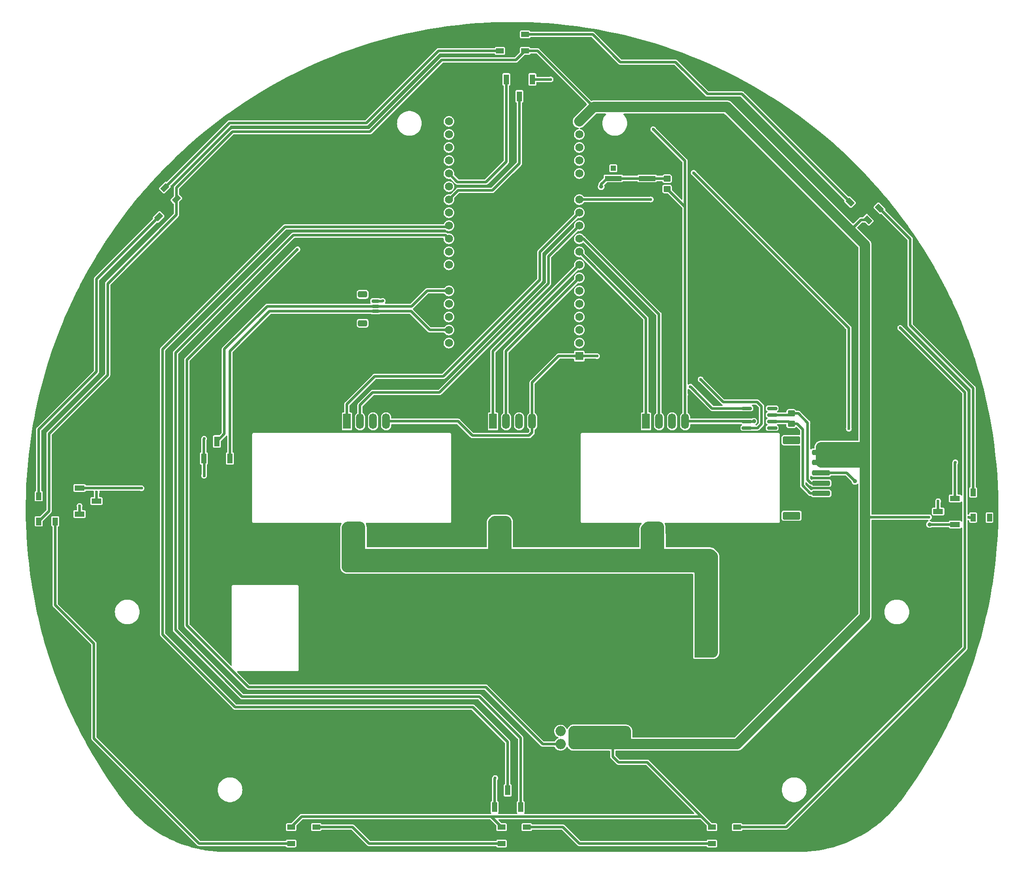
<source format=gtl>
G04 #@! TF.GenerationSoftware,KiCad,Pcbnew,6.0.2-378541a8eb~116~ubuntu20.04.1*
G04 #@! TF.CreationDate,2023-01-27T16:22:06+01:00*
G04 #@! TF.ProjectId,BUCKY_MAIN,4255434b-595f-44d4-9149-4e2e6b696361,rev?*
G04 #@! TF.SameCoordinates,Original*
G04 #@! TF.FileFunction,Copper,L1,Top*
G04 #@! TF.FilePolarity,Positive*
%FSLAX46Y46*%
G04 Gerber Fmt 4.6, Leading zero omitted, Abs format (unit mm)*
G04 Created by KiCad (PCBNEW 6.0.2-378541a8eb~116~ubuntu20.04.1) date 2023-01-27 16:22:06*
%MOMM*%
%LPD*%
G01*
G04 APERTURE LIST*
G04 Aperture macros list*
%AMRoundRect*
0 Rectangle with rounded corners*
0 $1 Rounding radius*
0 $2 $3 $4 $5 $6 $7 $8 $9 X,Y pos of 4 corners*
0 Add a 4 corners polygon primitive as box body*
4,1,4,$2,$3,$4,$5,$6,$7,$8,$9,$2,$3,0*
0 Add four circle primitives for the rounded corners*
1,1,$1+$1,$2,$3*
1,1,$1+$1,$4,$5*
1,1,$1+$1,$6,$7*
1,1,$1+$1,$8,$9*
0 Add four rect primitives between the rounded corners*
20,1,$1+$1,$2,$3,$4,$5,0*
20,1,$1+$1,$4,$5,$6,$7,0*
20,1,$1+$1,$6,$7,$8,$9,0*
20,1,$1+$1,$8,$9,$2,$3,0*%
%AMRotRect*
0 Rectangle, with rotation*
0 The origin of the aperture is its center*
0 $1 length*
0 $2 width*
0 $3 Rotation angle, in degrees counterclockwise*
0 Add horizontal line*
21,1,$1,$2,0,0,$3*%
G04 Aperture macros list end*
G04 #@! TA.AperFunction,ComponentPad*
%ADD10R,1.500000X3.000000*%
G04 #@! TD*
G04 #@! TA.AperFunction,ComponentPad*
%ADD11O,1.500000X3.000000*%
G04 #@! TD*
G04 #@! TA.AperFunction,SMDPad,CuDef*
%ADD12R,1.500000X1.000000*%
G04 #@! TD*
G04 #@! TA.AperFunction,SMDPad,CuDef*
%ADD13R,1.000000X1.900000*%
G04 #@! TD*
G04 #@! TA.AperFunction,SMDPad,CuDef*
%ADD14R,1.900000X1.000000*%
G04 #@! TD*
G04 #@! TA.AperFunction,SMDPad,CuDef*
%ADD15RoundRect,0.250000X-1.500000X0.250000X-1.500000X-0.250000X1.500000X-0.250000X1.500000X0.250000X0*%
G04 #@! TD*
G04 #@! TA.AperFunction,SMDPad,CuDef*
%ADD16RoundRect,0.250001X-1.449999X0.499999X-1.449999X-0.499999X1.449999X-0.499999X1.449999X0.499999X0*%
G04 #@! TD*
G04 #@! TA.AperFunction,SMDPad,CuDef*
%ADD17RotRect,1.500000X1.000000X225.000000*%
G04 #@! TD*
G04 #@! TA.AperFunction,SMDPad,CuDef*
%ADD18R,1.000000X1.500000*%
G04 #@! TD*
G04 #@! TA.AperFunction,SMDPad,CuDef*
%ADD19RoundRect,0.150000X0.625000X-0.150000X0.625000X0.150000X-0.625000X0.150000X-0.625000X-0.150000X0*%
G04 #@! TD*
G04 #@! TA.AperFunction,SMDPad,CuDef*
%ADD20RoundRect,0.250000X0.650000X-0.350000X0.650000X0.350000X-0.650000X0.350000X-0.650000X-0.350000X0*%
G04 #@! TD*
G04 #@! TA.AperFunction,ComponentPad*
%ADD21R,1.560000X1.560000*%
G04 #@! TD*
G04 #@! TA.AperFunction,ComponentPad*
%ADD22C,1.560000*%
G04 #@! TD*
G04 #@! TA.AperFunction,SMDPad,CuDef*
%ADD23RoundRect,0.250000X-0.450000X0.350000X-0.450000X-0.350000X0.450000X-0.350000X0.450000X0.350000X0*%
G04 #@! TD*
G04 #@! TA.AperFunction,SMDPad,CuDef*
%ADD24RotRect,1.500000X1.000000X135.000000*%
G04 #@! TD*
G04 #@! TA.AperFunction,SMDPad,CuDef*
%ADD25RoundRect,0.150000X-0.825000X-0.150000X0.825000X-0.150000X0.825000X0.150000X-0.825000X0.150000X0*%
G04 #@! TD*
G04 #@! TA.AperFunction,SMDPad,CuDef*
%ADD26RoundRect,0.250000X0.450000X-0.350000X0.450000X0.350000X-0.450000X0.350000X-0.450000X-0.350000X0*%
G04 #@! TD*
G04 #@! TA.AperFunction,ComponentPad*
%ADD27O,2.000000X2.000000*%
G04 #@! TD*
G04 #@! TA.AperFunction,ComponentPad*
%ADD28R,2.000000X2.000000*%
G04 #@! TD*
G04 #@! TA.AperFunction,SMDPad,CuDef*
%ADD29R,3.200000X1.000000*%
G04 #@! TD*
G04 #@! TA.AperFunction,SMDPad,CuDef*
%ADD30R,1.000000X1.000000*%
G04 #@! TD*
G04 #@! TA.AperFunction,ViaPad*
%ADD31C,0.600000*%
G04 #@! TD*
G04 #@! TA.AperFunction,ViaPad*
%ADD32C,0.800000*%
G04 #@! TD*
G04 #@! TA.AperFunction,Conductor*
%ADD33C,0.512000*%
G04 #@! TD*
G04 #@! TA.AperFunction,Conductor*
%ADD34C,2.048000*%
G04 #@! TD*
G04 APERTURE END LIST*
D10*
X114450000Y-117000000D03*
D11*
X116990000Y-117000000D03*
X119530000Y-117000000D03*
X122070000Y-117000000D03*
D10*
X114450000Y-94975000D03*
D11*
X116990000Y-94975000D03*
X119530000Y-94975000D03*
X122070000Y-94975000D03*
D12*
X149150000Y-22800000D03*
X149150000Y-19600000D03*
X144250000Y-19600000D03*
X144250000Y-22800000D03*
X103550000Y-174000000D03*
X103550000Y-177200000D03*
X108450000Y-177200000D03*
X108450000Y-174000000D03*
D10*
X142900000Y-117000000D03*
D11*
X145440000Y-117000000D03*
X147980000Y-117000000D03*
X150520000Y-117000000D03*
D10*
X142900000Y-94975000D03*
D11*
X145440000Y-94975000D03*
X147980000Y-94975000D03*
X150520000Y-94975000D03*
D13*
X142940000Y-31650000D03*
X145480000Y-28350000D03*
X148020000Y-31650000D03*
X150560000Y-28350000D03*
D14*
X65650000Y-115560000D03*
X62350000Y-113020000D03*
X65650000Y-110480000D03*
X62350000Y-107940000D03*
D12*
X185550000Y-174000000D03*
X185550000Y-177200000D03*
X190450000Y-177200000D03*
X190450000Y-174000000D03*
D15*
X206800000Y-101000000D03*
X206800000Y-103000000D03*
X206800000Y-105000000D03*
X206800000Y-107000000D03*
X206800000Y-109000000D03*
X206800000Y-111000000D03*
D16*
X201050000Y-98650000D03*
X201050000Y-113350000D03*
D17*
X81213782Y-51698959D03*
X78951041Y-49436218D03*
X75486218Y-52901041D03*
X77748959Y-55163782D03*
D18*
X236400000Y-113700000D03*
X239600000Y-113700000D03*
X239600000Y-108800000D03*
X236400000Y-108800000D03*
D19*
X120025000Y-74550000D03*
X120025000Y-73550000D03*
X120025000Y-72550000D03*
X120025000Y-71550000D03*
D20*
X117500000Y-70250000D03*
X117500000Y-75850000D03*
D12*
X144550000Y-174000000D03*
X144550000Y-177200000D03*
X149450000Y-177200000D03*
X149450000Y-174000000D03*
D18*
X54400000Y-114450000D03*
X57600000Y-114450000D03*
X57600000Y-109550000D03*
X54400000Y-109550000D03*
D14*
X229600000Y-107440000D03*
X232900000Y-109980000D03*
X229600000Y-112520000D03*
X232900000Y-115060000D03*
D21*
X159700000Y-82260000D03*
D22*
X159700000Y-79720000D03*
X159700000Y-77180000D03*
X159700000Y-74640000D03*
X159700000Y-72100000D03*
X159700000Y-69560000D03*
X159700000Y-67020000D03*
X159700000Y-64480000D03*
X159700000Y-61940000D03*
X159700000Y-59400000D03*
X159700000Y-56860000D03*
X159700000Y-54320000D03*
X159700000Y-51780000D03*
X159700000Y-49240000D03*
X159700000Y-46700000D03*
X159700000Y-44160000D03*
X159700000Y-41620000D03*
X159700000Y-39080000D03*
X159700000Y-36540000D03*
X134300000Y-82260000D03*
X134300000Y-79720000D03*
X134300000Y-77180000D03*
X134300000Y-74640000D03*
X134300000Y-72100000D03*
X134300000Y-69560000D03*
X134300000Y-67020000D03*
X134300000Y-64480000D03*
X134300000Y-61940000D03*
X134300000Y-59400000D03*
X134300000Y-56860000D03*
X134300000Y-54320000D03*
X134300000Y-51780000D03*
X134300000Y-49240000D03*
X134300000Y-46700000D03*
X134300000Y-44160000D03*
X134300000Y-41620000D03*
X134300000Y-39080000D03*
X134300000Y-36540000D03*
D13*
X150810000Y-166850000D03*
X148270000Y-170150000D03*
X145730000Y-166850000D03*
X143190000Y-170150000D03*
D23*
X201000000Y-93450000D03*
X201000000Y-95450000D03*
D24*
X215901041Y-55713782D03*
X218163782Y-53451041D03*
X214698959Y-49986218D03*
X212436218Y-52248959D03*
D25*
X192325000Y-92445000D03*
X192325000Y-93715000D03*
X192325000Y-94985000D03*
X192325000Y-96255000D03*
X197275000Y-96255000D03*
X197275000Y-94985000D03*
X197275000Y-93715000D03*
X197275000Y-92445000D03*
D26*
X176800000Y-49700000D03*
X176800000Y-47700000D03*
D27*
X123850000Y-157875000D03*
X134010000Y-155335000D03*
X123850000Y-155335000D03*
X126390000Y-157875000D03*
X126390000Y-155335000D03*
X136550000Y-155335000D03*
X131470000Y-155335000D03*
X131470000Y-157875000D03*
X128930000Y-155335000D03*
X128930000Y-157875000D03*
X134010000Y-157875000D03*
D28*
X136550000Y-157875000D03*
D27*
X163670000Y-157875000D03*
X166210000Y-155335000D03*
X158590000Y-157875000D03*
X161130000Y-155335000D03*
X166210000Y-157875000D03*
X168750000Y-155335000D03*
X161130000Y-157875000D03*
D28*
X168750000Y-157875000D03*
D27*
X163670000Y-155335000D03*
X185690000Y-132380000D03*
X185690000Y-137460000D03*
X185690000Y-127300000D03*
X183150000Y-129840000D03*
X183150000Y-132380000D03*
D28*
X183150000Y-140000000D03*
D27*
X185690000Y-134920000D03*
X185690000Y-129840000D03*
X183150000Y-134920000D03*
X185690000Y-140000000D03*
X183150000Y-127300000D03*
X183150000Y-137460000D03*
X158590000Y-155335000D03*
X156050000Y-155335000D03*
X156050000Y-157875000D03*
D10*
X172700000Y-117000000D03*
D11*
X175240000Y-117000000D03*
X177780000Y-117000000D03*
X180320000Y-117000000D03*
D10*
X172700000Y-94975000D03*
D11*
X175240000Y-94975000D03*
X177780000Y-94975000D03*
X180320000Y-94975000D03*
D13*
X94180000Y-98890000D03*
X91640000Y-102190000D03*
X89100000Y-98890000D03*
X86560000Y-102190000D03*
D29*
X172902000Y-47650000D03*
X166302000Y-47650000D03*
X166298000Y-43650000D03*
X172902000Y-43650000D03*
D30*
X166298000Y-45650000D03*
D31*
X74410000Y-108010000D03*
X163160000Y-82260000D03*
D32*
X227910000Y-115060000D03*
D31*
X143310000Y-164460000D03*
X180310000Y-89760000D03*
D32*
X213410000Y-106660000D03*
D31*
X121410000Y-71510000D03*
D32*
X206800000Y-105000000D03*
D31*
X86610000Y-105560000D03*
X86610000Y-98360000D03*
X154110000Y-28360000D03*
X174110000Y-38060000D03*
D32*
X193710000Y-94960000D03*
X163950000Y-49250000D03*
D31*
X181340000Y-88230000D03*
D32*
X204410000Y-110860000D03*
X190410000Y-93760000D03*
D31*
X183330000Y-86800000D03*
X235610000Y-113660000D03*
X227810000Y-113660000D03*
X173610000Y-51760000D03*
X222210000Y-76760000D03*
X62340000Y-111460000D03*
X65680000Y-108730000D03*
X232940000Y-102960000D03*
X229600000Y-110510000D03*
X212200000Y-96390000D03*
X181970000Y-46550000D03*
X104780000Y-61480000D03*
D33*
X200735000Y-93715000D02*
X201000000Y-93450000D01*
X204800000Y-107000000D02*
X206800000Y-107000000D01*
X204200000Y-95250000D02*
X204200000Y-106400000D01*
X197275000Y-93715000D02*
X200735000Y-93715000D01*
X202400000Y-93450000D02*
X204200000Y-95250000D01*
X201000000Y-93450000D02*
X202400000Y-93450000D01*
X204200000Y-106400000D02*
X204800000Y-107000000D01*
X203200000Y-99447755D02*
X203200000Y-107500000D01*
X200535000Y-94985000D02*
X201000000Y-95450000D01*
X203205520Y-99442235D02*
X203200000Y-99447755D01*
X197275000Y-94985000D02*
X200535000Y-94985000D01*
X201000000Y-95450000D02*
X202150000Y-95450000D01*
X203200000Y-107500000D02*
X204700000Y-109000000D01*
X203205520Y-96505520D02*
X203205520Y-99442235D01*
X202150000Y-95450000D02*
X203205520Y-96505520D01*
X204700000Y-109000000D02*
X206800000Y-109000000D01*
X121370000Y-71550000D02*
X121410000Y-71510000D01*
X180310000Y-53210000D02*
X180310000Y-44260000D01*
X180310000Y-44260000D02*
X174110000Y-38060000D01*
X150520000Y-94975000D02*
X150520000Y-87400000D01*
X154110000Y-28360000D02*
X150570000Y-28360000D01*
X74340000Y-107940000D02*
X74410000Y-108010000D01*
X192325000Y-94985000D02*
X193685000Y-94985000D01*
X143190000Y-164580000D02*
X143310000Y-164460000D01*
X86560000Y-102190000D02*
X86560000Y-98410000D01*
X143190000Y-170150000D02*
X143190000Y-164580000D01*
X193685000Y-94985000D02*
X193710000Y-94960000D01*
X227910000Y-115060000D02*
X232900000Y-115060000D01*
X150520000Y-97150000D02*
X150520000Y-94975000D01*
X120025000Y-71550000D02*
X121370000Y-71550000D01*
X150570000Y-28360000D02*
X150560000Y-28350000D01*
X159700000Y-82260000D02*
X163160000Y-82260000D01*
X180310000Y-53210000D02*
X176800000Y-49700000D01*
X86610000Y-105560000D02*
X86610000Y-102240000D01*
X211750000Y-105000000D02*
X213410000Y-106660000D01*
X86610000Y-102240000D02*
X86560000Y-102190000D01*
X192315000Y-94975000D02*
X180320000Y-94975000D01*
X180310000Y-89760000D02*
X180320000Y-89770000D01*
X136125000Y-94975000D02*
X138910000Y-97760000D01*
X180310000Y-89760000D02*
X180310000Y-53210000D01*
X150520000Y-87400000D02*
X155660000Y-82260000D01*
X149910000Y-97760000D02*
X150520000Y-97150000D01*
X192325000Y-94985000D02*
X192315000Y-94975000D01*
X122070000Y-94975000D02*
X136125000Y-94975000D01*
X180320000Y-89770000D02*
X180320000Y-94975000D01*
X155660000Y-82260000D02*
X159700000Y-82260000D01*
X138910000Y-97760000D02*
X149910000Y-97760000D01*
X62350000Y-107940000D02*
X74340000Y-107940000D01*
X86560000Y-98410000D02*
X86610000Y-98360000D01*
X206800000Y-105000000D02*
X211750000Y-105000000D01*
X166302000Y-47650000D02*
X165100000Y-47650000D01*
X163950000Y-48800000D02*
X163950000Y-49250000D01*
X172902000Y-47650000D02*
X176750000Y-47650000D01*
X176750000Y-47650000D02*
X176800000Y-47700000D01*
X172902000Y-47650000D02*
X166302000Y-47650000D01*
X165100000Y-47650000D02*
X163950000Y-48800000D01*
X181360000Y-88230000D02*
X185575000Y-92445000D01*
X181340000Y-88230000D02*
X181360000Y-88230000D01*
X185575000Y-92445000D02*
X192325000Y-92445000D01*
X206800000Y-111000000D02*
X204550000Y-111000000D01*
X204550000Y-111000000D02*
X204410000Y-110860000D01*
X190455000Y-93715000D02*
X190410000Y-93760000D01*
X192325000Y-93715000D02*
X190455000Y-93715000D01*
X195210000Y-92060000D02*
X194380000Y-91230000D01*
X194380000Y-91230000D02*
X187760000Y-91230000D01*
X195210000Y-95460000D02*
X195210000Y-92060000D01*
X194415000Y-96255000D02*
X195210000Y-95460000D01*
X192325000Y-96255000D02*
X194415000Y-96255000D01*
X187760000Y-91230000D02*
X183330000Y-86800000D01*
X81213782Y-49456218D02*
X92110000Y-38560000D01*
D34*
X215350000Y-114420000D02*
X215350000Y-102450000D01*
D33*
X144550000Y-174000000D02*
X142510000Y-171960000D01*
D34*
X211800000Y-103000000D02*
X211800000Y-100950000D01*
D33*
X147390000Y-24560000D02*
X149150000Y-22800000D01*
X142510000Y-171960000D02*
X105590000Y-171960000D01*
X118910000Y-38560000D02*
X132910000Y-24560000D01*
D34*
X206800000Y-103000000D02*
X211750000Y-103000000D01*
D33*
X149150000Y-22800000D02*
X151549550Y-22800000D01*
D34*
X206800000Y-100000000D02*
X215250000Y-100000000D01*
X158590000Y-155335000D02*
X166210000Y-155335000D01*
X168750000Y-155335000D02*
X161130000Y-155335000D01*
X215350000Y-100100000D02*
X215350000Y-60600000D01*
D33*
X214556218Y-55713782D02*
X212510000Y-57760000D01*
X166210000Y-160260000D02*
X166210000Y-157875000D01*
D34*
X215350000Y-100900000D02*
X211850000Y-100900000D01*
X215350000Y-132950000D02*
X215350000Y-114420000D01*
X162494775Y-33745225D02*
X159700000Y-36540000D01*
X211750000Y-101000000D02*
X211800000Y-100950000D01*
X166210000Y-155335000D02*
X168750000Y-157875000D01*
X211850000Y-100900000D02*
X211750000Y-101000000D01*
D33*
X167310000Y-161360000D02*
X166210000Y-160260000D01*
D34*
X206800000Y-101000000D02*
X206800000Y-100000000D01*
D33*
X183510000Y-171960000D02*
X185550000Y-174000000D01*
X227810000Y-113660000D02*
X216110000Y-113660000D01*
D34*
X206800000Y-103000000D02*
X214800000Y-103000000D01*
X168750000Y-155335000D02*
X163670000Y-155335000D01*
D33*
X81213782Y-51698959D02*
X81213782Y-54756218D01*
X56410000Y-97360000D02*
X56410000Y-112440000D01*
X142510000Y-171960000D02*
X183510000Y-171960000D01*
X56410000Y-112440000D02*
X54400000Y-114450000D01*
X67810000Y-68160000D02*
X67810000Y-85960000D01*
X81213782Y-54756218D02*
X67810000Y-68160000D01*
D34*
X212300000Y-102450000D02*
X211750000Y-103000000D01*
X215350000Y-100900000D02*
X215350000Y-100100000D01*
D33*
X216110000Y-113660000D02*
X215350000Y-114420000D01*
D34*
X212510000Y-57760000D02*
X188495225Y-33745225D01*
X168750000Y-155335000D02*
X166210000Y-155335000D01*
X211750000Y-103000000D02*
X211800000Y-102950000D01*
X168750000Y-155335000D02*
X168750000Y-157875000D01*
X166210000Y-155335000D02*
X163670000Y-157875000D01*
X215350000Y-102450000D02*
X212300000Y-102450000D01*
X206800000Y-101200000D02*
X206850000Y-101150000D01*
X188495225Y-33745225D02*
X162494775Y-33745225D01*
D33*
X105590000Y-171960000D02*
X103550000Y-174000000D01*
X92110000Y-38560000D02*
X118910000Y-38560000D01*
D34*
X158590000Y-157875000D02*
X168750000Y-157875000D01*
D33*
X151549550Y-22800000D02*
X162494775Y-33745225D01*
D34*
X158590000Y-157875000D02*
X158590000Y-155335000D01*
X168750000Y-157875000D02*
X190425000Y-157875000D01*
D33*
X236400000Y-113700000D02*
X235650000Y-113700000D01*
D34*
X168750000Y-155335000D02*
X158590000Y-155335000D01*
D33*
X172910000Y-161360000D02*
X167310000Y-161360000D01*
D34*
X215250000Y-100000000D02*
X215350000Y-100100000D01*
X161130000Y-155335000D02*
X158590000Y-157875000D01*
D33*
X235650000Y-113700000D02*
X235610000Y-113660000D01*
D34*
X215350000Y-102450000D02*
X215350000Y-100900000D01*
D33*
X185550000Y-174000000D02*
X172910000Y-161360000D01*
D34*
X211800000Y-100950000D02*
X211800000Y-102950000D01*
X206800000Y-101000000D02*
X211750000Y-101000000D01*
X214800000Y-103000000D02*
X215350000Y-102450000D01*
D33*
X132910000Y-24560000D02*
X147390000Y-24560000D01*
X67810000Y-85960000D02*
X56410000Y-97360000D01*
D34*
X168750000Y-155335000D02*
X166210000Y-157875000D01*
X206800000Y-103000000D02*
X206800000Y-101200000D01*
X215350000Y-60600000D02*
X212510000Y-57760000D01*
X163670000Y-155335000D02*
X161130000Y-157875000D01*
D33*
X215901041Y-55713782D02*
X214556218Y-55713782D01*
D34*
X190425000Y-157875000D02*
X215350000Y-132950000D01*
D33*
X81213782Y-51698959D02*
X81213782Y-49456218D01*
X144550000Y-177200000D02*
X118700000Y-177200000D01*
X115500000Y-174000000D02*
X108450000Y-174000000D01*
X118700000Y-177200000D02*
X115500000Y-174000000D01*
X199970000Y-174000000D02*
X190450000Y-174000000D01*
X234810000Y-139160000D02*
X199970000Y-174000000D01*
X234810000Y-89360000D02*
X234810000Y-139160000D01*
X173610000Y-51760000D02*
X173590000Y-51780000D01*
X173590000Y-51780000D02*
X159700000Y-51780000D01*
X222210000Y-76760000D02*
X234810000Y-89360000D01*
X224140000Y-59427259D02*
X224140000Y-76220000D01*
X224140000Y-76220000D02*
X236400000Y-88480000D01*
X236400000Y-88480000D02*
X236400000Y-108800000D01*
X218163782Y-53451041D02*
X224140000Y-59427259D01*
X191407259Y-31220000D02*
X212436218Y-52248959D01*
X178420000Y-24990000D02*
X184650000Y-31220000D01*
X167700000Y-24990000D02*
X178420000Y-24990000D01*
X162310000Y-19600000D02*
X167700000Y-24990000D01*
X184650000Y-31220000D02*
X191407259Y-31220000D01*
X149150000Y-19600000D02*
X162310000Y-19600000D01*
X91640000Y-102190000D02*
X91640000Y-81270000D01*
X134300000Y-77180000D02*
X130580000Y-77180000D01*
X130580000Y-77180000D02*
X126950000Y-73550000D01*
X91640000Y-81270000D02*
X99360000Y-73550000D01*
X99360000Y-73550000D02*
X120025000Y-73550000D01*
X126950000Y-73550000D02*
X120025000Y-73550000D01*
X127050000Y-72550000D02*
X120025000Y-72550000D01*
X90570000Y-97420000D02*
X90570000Y-80920000D01*
X130040000Y-69560000D02*
X127050000Y-72550000D01*
X134300000Y-69560000D02*
X130040000Y-69560000D01*
X90570000Y-80920000D02*
X98940000Y-72550000D01*
X89100000Y-98890000D02*
X90570000Y-97420000D01*
X98940000Y-72550000D02*
X120025000Y-72550000D01*
X62350000Y-113020000D02*
X62350000Y-111470000D01*
X62350000Y-111470000D02*
X62340000Y-111460000D01*
X65650000Y-110480000D02*
X65650000Y-108760000D01*
X65650000Y-108760000D02*
X65680000Y-108730000D01*
X103980000Y-58720000D02*
X133620000Y-58720000D01*
X81030000Y-135610000D02*
X81030000Y-81670000D01*
X81030000Y-81670000D02*
X103980000Y-58720000D01*
X148270000Y-170150000D02*
X148270000Y-156630000D01*
X133620000Y-58720000D02*
X134300000Y-59400000D01*
X148270000Y-156630000D02*
X140270000Y-148630000D01*
X140270000Y-148630000D02*
X94050000Y-148630000D01*
X94050000Y-148630000D02*
X81030000Y-135610000D01*
X92680000Y-150670000D02*
X78550000Y-136540000D01*
X102400000Y-57080000D02*
X134080000Y-57080000D01*
X78550000Y-136540000D02*
X78550000Y-80930000D01*
X145730000Y-166850000D02*
X145730000Y-157400000D01*
X134080000Y-57080000D02*
X134300000Y-56860000D01*
X145730000Y-157400000D02*
X139000000Y-150670000D01*
X78550000Y-80930000D02*
X102400000Y-57080000D01*
X139000000Y-150670000D02*
X92680000Y-150670000D01*
X141530000Y-48360000D02*
X135960000Y-48360000D01*
X145480000Y-28350000D02*
X145480000Y-44410000D01*
X145480000Y-44410000D02*
X141530000Y-48360000D01*
X135960000Y-48360000D02*
X134300000Y-46700000D01*
X142810000Y-49960000D02*
X136120000Y-49960000D01*
X136120000Y-49960000D02*
X134300000Y-51780000D01*
X148020000Y-44750000D02*
X142810000Y-49960000D01*
X148020000Y-31650000D02*
X148020000Y-44750000D01*
X232900000Y-109980000D02*
X232900000Y-103000000D01*
X232900000Y-103000000D02*
X232940000Y-102960000D01*
X229600000Y-112520000D02*
X229600000Y-110510000D01*
X142900000Y-94975000D02*
X142900000Y-81280000D01*
X142900000Y-81280000D02*
X159700000Y-64480000D01*
X145440000Y-81280000D02*
X159700000Y-67020000D01*
X145440000Y-94975000D02*
X145440000Y-81280000D01*
X172700000Y-94975000D02*
X172700000Y-74940000D01*
X172700000Y-74940000D02*
X159700000Y-61940000D01*
X175240000Y-74140000D02*
X160500000Y-59400000D01*
X160500000Y-59400000D02*
X159700000Y-59400000D01*
X175240000Y-94975000D02*
X175240000Y-74140000D01*
X152000000Y-62020000D02*
X159700000Y-54320000D01*
X114450000Y-94975000D02*
X114450000Y-91600000D01*
X114450000Y-91600000D02*
X119800000Y-86250000D01*
X152000000Y-67450000D02*
X152000000Y-62020000D01*
X133200000Y-86250000D02*
X152000000Y-67450000D01*
X119800000Y-86250000D02*
X133200000Y-86250000D01*
X116990000Y-91810000D02*
X116990000Y-94975000D01*
X132450000Y-89350000D02*
X119450000Y-89350000D01*
X159700000Y-56860000D02*
X153700000Y-62860000D01*
X153700000Y-68100000D02*
X132450000Y-89350000D01*
X119450000Y-89350000D02*
X116990000Y-91810000D01*
X153700000Y-62860000D02*
X153700000Y-68100000D01*
X212200000Y-76780000D02*
X181970000Y-46550000D01*
X212200000Y-96390000D02*
X212200000Y-76780000D01*
X152595000Y-157875000D02*
X141470000Y-146750000D01*
X83240000Y-134727066D02*
X83240000Y-83020000D01*
X83240000Y-83020000D02*
X104780000Y-61480000D01*
X156050000Y-157875000D02*
X152595000Y-157875000D01*
X95262934Y-146750000D02*
X83240000Y-134727066D01*
X141470000Y-146750000D02*
X95262934Y-146750000D01*
D34*
X185690000Y-127300000D02*
X185690000Y-121290000D01*
X114600000Y-115524020D02*
X114450000Y-115674020D01*
X115400000Y-120800000D02*
X114450000Y-119850000D01*
X172800000Y-120800000D02*
X145800000Y-120800000D01*
X145490000Y-116250000D02*
X145490000Y-118110000D01*
X183150000Y-134920000D02*
X185690000Y-132380000D01*
X185690000Y-121290000D02*
X185200000Y-120800000D01*
X116990000Y-117000000D02*
X116990000Y-120390000D01*
X175240000Y-117560000D02*
X173800000Y-119000000D01*
X114450000Y-117650000D02*
X115800000Y-119000000D01*
X175240000Y-120560000D02*
X175000000Y-120800000D01*
X142950000Y-114650000D02*
X143200000Y-114400000D01*
X116990000Y-120390000D02*
X117400000Y-120800000D01*
X114450000Y-123400000D02*
X114450000Y-122070032D01*
X183150000Y-140000000D02*
X185690000Y-140000000D01*
X175240000Y-117000000D02*
X175200000Y-116960000D01*
X145490000Y-116250000D02*
X145490000Y-120490000D01*
X175240000Y-117000000D02*
X175240000Y-120560000D01*
X185690000Y-134920000D02*
X183150000Y-137460000D01*
X172700000Y-120700000D02*
X172800000Y-120800000D01*
X145400000Y-114400000D02*
X145490000Y-114490000D01*
X144200000Y-119400000D02*
X144200000Y-115600000D01*
X142950000Y-116250000D02*
X142950000Y-114650000D01*
X183150000Y-140000000D02*
X183150000Y-127300000D01*
X183150000Y-124150000D02*
X182400000Y-123400000D01*
X185690000Y-129840000D02*
X183150000Y-132380000D01*
X114450000Y-119850000D02*
X114450000Y-117000000D01*
X185200000Y-120800000D02*
X175000000Y-120800000D01*
X185690000Y-137460000D02*
X183150000Y-134920000D01*
X185690000Y-127300000D02*
X185690000Y-140000000D01*
X175200000Y-115524020D02*
X173075980Y-115524020D01*
X142950000Y-116250000D02*
X142950000Y-120150000D01*
X182400000Y-123400000D02*
X114450000Y-123400000D01*
X142950000Y-120150000D02*
X143600000Y-120800000D01*
X172700000Y-117000000D02*
X172700000Y-120700000D01*
X183150000Y-129840000D02*
X185690000Y-127300000D01*
X114450000Y-117000000D02*
X115800000Y-117000000D01*
X143600000Y-120800000D02*
X117400000Y-120800000D01*
X183150000Y-127300000D02*
X185690000Y-127300000D01*
X183150000Y-127300000D02*
X185690000Y-129840000D01*
X175240000Y-117000000D02*
X175240000Y-117560000D01*
X173075980Y-115524020D02*
X172700000Y-115900000D01*
X114450000Y-122070032D02*
X184270032Y-122070032D01*
X183150000Y-137460000D02*
X185690000Y-140000000D01*
X184270032Y-122070032D02*
X184270032Y-125379968D01*
X143400000Y-114400000D02*
X145400000Y-114400000D01*
X145490000Y-120490000D02*
X145800000Y-120800000D01*
X172700000Y-117000000D02*
X175240000Y-117000000D01*
X116924020Y-115524020D02*
X114600000Y-115524020D01*
X117400000Y-120800000D02*
X115400000Y-120800000D01*
X175000000Y-120800000D02*
X172800000Y-120800000D01*
X183150000Y-132380000D02*
X185690000Y-134920000D01*
X145800000Y-120800000D02*
X143600000Y-120800000D01*
X142950000Y-114850000D02*
X143400000Y-114400000D01*
X172700000Y-115900000D02*
X172700000Y-117000000D01*
X142950000Y-116250000D02*
X142950000Y-114850000D01*
X183150000Y-140000000D02*
X185690000Y-137460000D01*
X116990000Y-117000000D02*
X116990000Y-115590000D01*
X145490000Y-118110000D02*
X144200000Y-119400000D01*
X145490000Y-114490000D02*
X145490000Y-116250000D01*
X175200000Y-116960000D02*
X175200000Y-115524020D01*
X116990000Y-115590000D02*
X116924020Y-115524020D01*
X114450000Y-115674020D02*
X114450000Y-117000000D01*
X183150000Y-127300000D02*
X183150000Y-124150000D01*
X185690000Y-132380000D02*
X183150000Y-129840000D01*
X114450000Y-117000000D02*
X114450000Y-117650000D01*
X114450000Y-122070032D02*
X114450000Y-119850000D01*
D33*
X185550000Y-177200000D02*
X159700000Y-177200000D01*
X159700000Y-177200000D02*
X156500000Y-174000000D01*
X156500000Y-174000000D02*
X149450000Y-174000000D01*
X91527259Y-36860000D02*
X118200000Y-36860000D01*
X118200000Y-36860000D02*
X132260000Y-22800000D01*
X132260000Y-22800000D02*
X144250000Y-22800000D01*
X78951041Y-49436218D02*
X91527259Y-36860000D01*
X54400000Y-96550000D02*
X65680000Y-85270000D01*
X65680000Y-67232741D02*
X77748959Y-55163782D01*
X65680000Y-85270000D02*
X65680000Y-67232741D01*
X54400000Y-109550000D02*
X54400000Y-96550000D01*
X65150000Y-138310000D02*
X57600000Y-130760000D01*
X85640000Y-177200000D02*
X65150000Y-156710000D01*
X65150000Y-156710000D02*
X65150000Y-138310000D01*
X57600000Y-130760000D02*
X57600000Y-114450000D01*
X103550000Y-177200000D02*
X85640000Y-177200000D01*
G04 #@! TA.AperFunction,Conductor*
G36*
X147569423Y-17183827D02*
G01*
X149502766Y-17223344D01*
X149505340Y-17223423D01*
X150203794Y-17251987D01*
X151437515Y-17302443D01*
X151440003Y-17302571D01*
X152914126Y-17393065D01*
X153370111Y-17421057D01*
X153372680Y-17421241D01*
X155299930Y-17579143D01*
X155302494Y-17579379D01*
X157226199Y-17776641D01*
X157228688Y-17776922D01*
X159147959Y-18013455D01*
X159150440Y-18013786D01*
X161064459Y-18289490D01*
X161066968Y-18289877D01*
X162974947Y-18604636D01*
X162977454Y-18605076D01*
X164878622Y-18958763D01*
X164881073Y-18959245D01*
X166105854Y-19213099D01*
X166774620Y-19351711D01*
X166777136Y-19352260D01*
X168662148Y-19783313D01*
X168664652Y-19783912D01*
X169620297Y-20023094D01*
X170540565Y-20253423D01*
X170543031Y-20254067D01*
X172408949Y-20761812D01*
X172411336Y-20762487D01*
X174266541Y-21308274D01*
X174268935Y-21309005D01*
X176112537Y-21892570D01*
X176114978Y-21893370D01*
X176803312Y-22126832D01*
X177946256Y-22514484D01*
X177948686Y-22515336D01*
X179766898Y-23173748D01*
X179769310Y-23174650D01*
X181573618Y-23870053D01*
X181576011Y-23871003D01*
X183365832Y-24603175D01*
X183368205Y-24604175D01*
X185142565Y-25372716D01*
X185144918Y-25373763D01*
X186903337Y-26178466D01*
X186905667Y-26179562D01*
X188647137Y-27019965D01*
X188649445Y-27021107D01*
X190373514Y-27896992D01*
X190375797Y-27898182D01*
X192081508Y-28809065D01*
X192083767Y-28810301D01*
X193770529Y-29755862D01*
X193772763Y-29757144D01*
X195439911Y-30737015D01*
X195442117Y-30738343D01*
X197060427Y-31734555D01*
X197088801Y-31752022D01*
X197090969Y-31753387D01*
X198700871Y-32790377D01*
X198716650Y-32800541D01*
X198718787Y-32801948D01*
X200322772Y-33882135D01*
X200324830Y-33883552D01*
X201756860Y-34891077D01*
X201906386Y-34996278D01*
X201908457Y-34997767D01*
X202374576Y-35340163D01*
X203466886Y-36142539D01*
X203468946Y-36144084D01*
X205003713Y-37320509D01*
X205005740Y-37322097D01*
X206516103Y-38529605D01*
X206518098Y-38531233D01*
X208003476Y-39769361D01*
X208005437Y-39771030D01*
X209465195Y-41039247D01*
X209467122Y-41040956D01*
X210083938Y-41599361D01*
X210899037Y-42337271D01*
X210900655Y-42338736D01*
X210902525Y-42340464D01*
X212309330Y-43667355D01*
X212311094Y-43669054D01*
X213180839Y-44523646D01*
X213690468Y-45024397D01*
X213692286Y-45026221D01*
X213838602Y-45175986D01*
X215032099Y-46397620D01*
X215043581Y-46409373D01*
X215045342Y-46411212D01*
X215587751Y-46989596D01*
X216368158Y-47821764D01*
X216369900Y-47823660D01*
X216728202Y-48221726D01*
X217663603Y-49260937D01*
X217665248Y-49262802D01*
X218556631Y-50294764D01*
X218929332Y-50726244D01*
X218930995Y-50728210D01*
X219304848Y-51179339D01*
X220148148Y-52196952D01*
X220164861Y-52217120D01*
X220166470Y-52219103D01*
X220572180Y-52729558D01*
X221369648Y-53732916D01*
X221371230Y-53734948D01*
X222543257Y-55273076D01*
X222544796Y-55275140D01*
X223685081Y-56836813D01*
X223686579Y-56838908D01*
X223893865Y-57135330D01*
X224794789Y-58423667D01*
X224796193Y-58425719D01*
X225855922Y-60009090D01*
X225871772Y-60032772D01*
X225873176Y-60034916D01*
X225931540Y-60126097D01*
X226915671Y-61663585D01*
X226917037Y-61665768D01*
X227526130Y-62661592D01*
X227667405Y-62892565D01*
X227926033Y-63315404D01*
X227927346Y-63317601D01*
X228856089Y-64908168D01*
X228902389Y-64987462D01*
X228903649Y-64989670D01*
X229813611Y-66623875D01*
X229844439Y-66679239D01*
X229845652Y-66681473D01*
X230485817Y-67888544D01*
X230751663Y-68389814D01*
X230752846Y-68392101D01*
X230980959Y-68844314D01*
X231599494Y-70070500D01*
X231623743Y-70118572D01*
X231624871Y-70120865D01*
X232398962Y-71736726D01*
X232460351Y-71864871D01*
X232461436Y-71867197D01*
X233259121Y-73623548D01*
X233261069Y-73627838D01*
X233262093Y-73630155D01*
X233694566Y-74636512D01*
X234025585Y-75406788D01*
X234026578Y-75409164D01*
X234753623Y-77201074D01*
X234754564Y-77203464D01*
X235436306Y-78987529D01*
X235444795Y-79009745D01*
X235445685Y-79012146D01*
X235552758Y-79310495D01*
X236098899Y-80832264D01*
X236099744Y-80834697D01*
X236411311Y-81762031D01*
X236624504Y-82396568D01*
X236715607Y-82667724D01*
X236716396Y-82670154D01*
X236912059Y-83294500D01*
X237294676Y-84515404D01*
X237295421Y-84517869D01*
X237835874Y-86374563D01*
X237836568Y-86377043D01*
X238338948Y-88244323D01*
X238339592Y-88246816D01*
X238411858Y-88539102D01*
X238779417Y-90025728D01*
X238803730Y-90124065D01*
X238804314Y-90126535D01*
X239229985Y-92012844D01*
X239230522Y-92015342D01*
X239461666Y-93146842D01*
X239617552Y-93909941D01*
X239618042Y-93912469D01*
X239966278Y-95814597D01*
X239966716Y-95817135D01*
X240276004Y-97725967D01*
X240276390Y-97728513D01*
X240546605Y-99643261D01*
X240546939Y-99645814D01*
X240777974Y-101565730D01*
X240778255Y-101568290D01*
X240970001Y-103492468D01*
X240970230Y-103495033D01*
X241122613Y-105422724D01*
X241122790Y-105425293D01*
X241235751Y-107355741D01*
X241235875Y-107358313D01*
X241309360Y-109290615D01*
X241309432Y-109293189D01*
X241343416Y-111226686D01*
X241343434Y-111229261D01*
X241341696Y-111836516D01*
X241337972Y-113137537D01*
X241337899Y-113162901D01*
X241337866Y-113165455D01*
X241320769Y-113899095D01*
X241292813Y-115098699D01*
X241292727Y-115101272D01*
X241208178Y-117033171D01*
X241208039Y-117035742D01*
X241084028Y-118965512D01*
X241083839Y-118968044D01*
X241028739Y-119617696D01*
X240920417Y-120894866D01*
X240920173Y-120897430D01*
X240717413Y-122820483D01*
X240717117Y-122823041D01*
X240475100Y-124741556D01*
X240474752Y-124744107D01*
X240193572Y-126657324D01*
X240193178Y-126659825D01*
X240076311Y-127355826D01*
X239872965Y-128566858D01*
X239872513Y-128569393D01*
X239513392Y-130469498D01*
X239512888Y-130472023D01*
X239115020Y-132364355D01*
X239114465Y-132366869D01*
X238915187Y-133226983D01*
X238745281Y-133960323D01*
X238677999Y-134250720D01*
X238677396Y-134253208D01*
X238641423Y-134395207D01*
X238202522Y-136127749D01*
X238201864Y-136130238D01*
X237992583Y-136890729D01*
X237690569Y-137988194D01*
X237688790Y-137994657D01*
X237688090Y-137997102D01*
X237220045Y-139571395D01*
X237137019Y-139850656D01*
X237136269Y-139853087D01*
X236547426Y-141695022D01*
X236546617Y-141697466D01*
X235920270Y-143526937D01*
X235919411Y-143529365D01*
X235255807Y-145345658D01*
X235254899Y-145348067D01*
X234853804Y-146379942D01*
X234577720Y-147090211D01*
X234554323Y-147150402D01*
X234553368Y-147152788D01*
X234076323Y-148309484D01*
X233816067Y-148940528D01*
X233815067Y-148942881D01*
X233196682Y-150359439D01*
X233041443Y-150715050D01*
X233040404Y-150717367D01*
X232386075Y-152136441D01*
X232230673Y-152473468D01*
X232229571Y-152475795D01*
X231413779Y-154153978D01*
X231384158Y-154214911D01*
X231383018Y-154217198D01*
X230502180Y-155938791D01*
X230501029Y-155940984D01*
X229778730Y-157284286D01*
X229585263Y-157644088D01*
X229584021Y-157646344D01*
X229375752Y-158015389D01*
X228662356Y-159279500D01*
X228633591Y-159330470D01*
X228632321Y-159332666D01*
X227647705Y-160996963D01*
X227646421Y-160999084D01*
X227482443Y-161263761D01*
X226627950Y-162642991D01*
X226626571Y-162645166D01*
X225574797Y-164267797D01*
X225573375Y-164269943D01*
X224488615Y-165870808D01*
X224487148Y-165872925D01*
X223369955Y-167451211D01*
X223368446Y-167453298D01*
X222240326Y-168979879D01*
X222224524Y-168997196D01*
X222223718Y-168998264D01*
X222214454Y-169006518D01*
X222209055Y-169017687D01*
X222207011Y-169020394D01*
X222195910Y-169038176D01*
X221631309Y-169756883D01*
X221628239Y-169760640D01*
X221014347Y-170483015D01*
X221011151Y-170486631D01*
X220704855Y-170820135D01*
X220369897Y-171184845D01*
X220366547Y-171188354D01*
X219698921Y-171861331D01*
X219695439Y-171864709D01*
X219002371Y-172511514D01*
X218998761Y-172514755D01*
X218281327Y-173134381D01*
X218277604Y-173137473D01*
X218053401Y-173316516D01*
X217536827Y-173729037D01*
X217532978Y-173731991D01*
X216994857Y-174128780D01*
X216769987Y-174294591D01*
X216766037Y-174297387D01*
X215981922Y-174830217D01*
X215977911Y-174832832D01*
X215173874Y-175335075D01*
X215169756Y-175337539D01*
X214403102Y-175776335D01*
X214346972Y-175808461D01*
X214342715Y-175810790D01*
X213502435Y-176249676D01*
X213498093Y-176251838D01*
X213498091Y-176251839D01*
X212653044Y-176652595D01*
X212641581Y-176658031D01*
X212637158Y-176660026D01*
X211765584Y-177032970D01*
X211761087Y-177034792D01*
X210875851Y-177373887D01*
X210871294Y-177375533D01*
X209973624Y-177680310D01*
X209969022Y-177681775D01*
X209538721Y-177809620D01*
X209060294Y-177951764D01*
X209055618Y-177953056D01*
X208137175Y-178187861D01*
X208132452Y-178188972D01*
X207205646Y-178388247D01*
X207200888Y-178389174D01*
X207200878Y-178389176D01*
X206267103Y-178552620D01*
X206262309Y-178553364D01*
X205322955Y-178680736D01*
X205318136Y-178681296D01*
X204374519Y-178772417D01*
X204369682Y-178772790D01*
X203864417Y-178802007D01*
X203423276Y-178827516D01*
X203418470Y-178827701D01*
X202504645Y-178845298D01*
X202483785Y-178843445D01*
X202480385Y-178843445D01*
X202468214Y-178841024D01*
X202455367Y-178843579D01*
X202430789Y-178846000D01*
X90769211Y-178846000D01*
X90744633Y-178843579D01*
X90731786Y-178841024D01*
X90719615Y-178843445D01*
X90716221Y-178843445D01*
X90695350Y-178845299D01*
X89781530Y-178827702D01*
X89776724Y-178827517D01*
X89335583Y-178802008D01*
X88830318Y-178772791D01*
X88825481Y-178772418D01*
X87881864Y-178681297D01*
X87877045Y-178680737D01*
X86937691Y-178553365D01*
X86932897Y-178552621D01*
X86327386Y-178446635D01*
X85999112Y-178389175D01*
X85994354Y-178388248D01*
X85994350Y-178388247D01*
X85764153Y-178338752D01*
X85067548Y-178188973D01*
X85062825Y-178187862D01*
X84144382Y-177953057D01*
X84139706Y-177951765D01*
X83820632Y-177856966D01*
X83230978Y-177681776D01*
X83226376Y-177680311D01*
X82328706Y-177375534D01*
X82324149Y-177373888D01*
X82324147Y-177373887D01*
X82063607Y-177274086D01*
X81438913Y-177034793D01*
X81434416Y-177032971D01*
X80597680Y-176674934D01*
X80562839Y-176660026D01*
X80558419Y-176658032D01*
X80546955Y-176652595D01*
X79717962Y-176259453D01*
X79701907Y-176251839D01*
X79697565Y-176249677D01*
X78857285Y-175810791D01*
X78853028Y-175808462D01*
X78796897Y-175776335D01*
X78030288Y-175337565D01*
X78026125Y-175335075D01*
X77222097Y-174832838D01*
X77218032Y-174830188D01*
X76986961Y-174673168D01*
X76433963Y-174297388D01*
X76430009Y-174294589D01*
X75667022Y-173731992D01*
X75663173Y-173729038D01*
X75252015Y-173400699D01*
X74922395Y-173137473D01*
X74918672Y-173134381D01*
X74201238Y-172514755D01*
X74197628Y-172511514D01*
X73504560Y-171864710D01*
X73501078Y-171861332D01*
X72833453Y-171188355D01*
X72830103Y-171184846D01*
X72495145Y-170820136D01*
X72188849Y-170486632D01*
X72185668Y-170483033D01*
X71571761Y-169760640D01*
X71568691Y-169756883D01*
X71004092Y-169038180D01*
X70992991Y-169020397D01*
X70990945Y-169017687D01*
X70985546Y-169006518D01*
X70976280Y-168998262D01*
X70975473Y-168997193D01*
X70959674Y-168979879D01*
X69831554Y-167453298D01*
X69830045Y-167451211D01*
X68712852Y-165872925D01*
X68711385Y-165870808D01*
X67626625Y-164269943D01*
X67625203Y-164267797D01*
X66573429Y-162645166D01*
X66572050Y-162642991D01*
X65717557Y-161263761D01*
X65553579Y-160999084D01*
X65552295Y-160996963D01*
X64567679Y-159332666D01*
X64566409Y-159330470D01*
X64537645Y-159279500D01*
X63824248Y-158015389D01*
X63615979Y-157646344D01*
X63614737Y-157644088D01*
X63421270Y-157284286D01*
X62698971Y-155940984D01*
X62697820Y-155938791D01*
X61816982Y-154217198D01*
X61815842Y-154214911D01*
X61786222Y-154153978D01*
X60970429Y-152475795D01*
X60969327Y-152473468D01*
X60813925Y-152136441D01*
X60159596Y-150717367D01*
X60158557Y-150715050D01*
X60003319Y-150359439D01*
X59384933Y-148942881D01*
X59383933Y-148940528D01*
X59123678Y-148309484D01*
X58646632Y-147152788D01*
X58645677Y-147150402D01*
X58622281Y-147090211D01*
X58346196Y-146379942D01*
X57945101Y-145348067D01*
X57944193Y-145345658D01*
X57280589Y-143529365D01*
X57279730Y-143526937D01*
X56653383Y-141697466D01*
X56652574Y-141695022D01*
X56063731Y-139853087D01*
X56062981Y-139850656D01*
X55979956Y-139571395D01*
X55511910Y-137997102D01*
X55511210Y-137994657D01*
X55509432Y-137988194D01*
X55207417Y-136890729D01*
X54998136Y-136130238D01*
X54997478Y-136127749D01*
X54558577Y-134395207D01*
X54522604Y-134253208D01*
X54522001Y-134250720D01*
X54454720Y-133960323D01*
X54284813Y-133226983D01*
X54085535Y-132366869D01*
X54084980Y-132364355D01*
X53687112Y-130472023D01*
X53686608Y-130469498D01*
X53327487Y-128569393D01*
X53327035Y-128566858D01*
X53123689Y-127355826D01*
X53006822Y-126659825D01*
X53006428Y-126657324D01*
X52725248Y-124744107D01*
X52724900Y-124741556D01*
X52482883Y-122823041D01*
X52482587Y-122820483D01*
X52279827Y-120897430D01*
X52279583Y-120894866D01*
X52171261Y-119617696D01*
X52116161Y-118968044D01*
X52115972Y-118965512D01*
X51991961Y-117035742D01*
X51991822Y-117033171D01*
X51907273Y-115101272D01*
X51907187Y-115098699D01*
X51879231Y-113899095D01*
X51874007Y-113674933D01*
X53645500Y-113674933D01*
X53645501Y-115225066D01*
X53648550Y-115240394D01*
X53657200Y-115283885D01*
X53660266Y-115299301D01*
X53667161Y-115309620D01*
X53667162Y-115309622D01*
X53705597Y-115367143D01*
X53716516Y-115383484D01*
X53800699Y-115439734D01*
X53874933Y-115454500D01*
X54399915Y-115454500D01*
X54925066Y-115454499D01*
X54960818Y-115447388D01*
X54987126Y-115442156D01*
X54987128Y-115442155D01*
X54999301Y-115439734D01*
X55009621Y-115432839D01*
X55009622Y-115432838D01*
X55073168Y-115390377D01*
X55083484Y-115383484D01*
X55139734Y-115299301D01*
X55154500Y-115225067D01*
X55154499Y-114469647D01*
X55174501Y-114401526D01*
X55191404Y-114380552D01*
X55897023Y-113674933D01*
X56845500Y-113674933D01*
X56845501Y-115225066D01*
X56848550Y-115240394D01*
X56857200Y-115283885D01*
X56860266Y-115299301D01*
X56867161Y-115309620D01*
X56867162Y-115309622D01*
X56905597Y-115367143D01*
X56916516Y-115383484D01*
X56926832Y-115390377D01*
X56990381Y-115432840D01*
X56990382Y-115432841D01*
X57000699Y-115439734D01*
X57012127Y-115442007D01*
X57066998Y-115486224D01*
X57089500Y-115558086D01*
X57089500Y-130688700D01*
X57088137Y-130700897D01*
X57088612Y-130700935D01*
X57087892Y-130709882D01*
X57085911Y-130718638D01*
X57086467Y-130727598D01*
X57089258Y-130772591D01*
X57089500Y-130780392D01*
X57089500Y-130796660D01*
X57090136Y-130801100D01*
X57090136Y-130801103D01*
X57090990Y-130807066D01*
X57092020Y-130817121D01*
X57094965Y-130864587D01*
X57098016Y-130873036D01*
X57098578Y-130875752D01*
X57102937Y-130893235D01*
X57103708Y-130895873D01*
X57104980Y-130904754D01*
X57124668Y-130948054D01*
X57128474Y-130957404D01*
X57144620Y-131002130D01*
X57149921Y-131009386D01*
X57151218Y-131011825D01*
X57160319Y-131027399D01*
X57161789Y-131029698D01*
X57165505Y-131037871D01*
X57171363Y-131044670D01*
X57171364Y-131044671D01*
X57196537Y-131073885D01*
X57202826Y-131081806D01*
X57208024Y-131088922D01*
X57208034Y-131088934D01*
X57210898Y-131092854D01*
X57221926Y-131103882D01*
X57228284Y-131110729D01*
X57260959Y-131148650D01*
X57268489Y-131153531D01*
X57274563Y-131158829D01*
X57286666Y-131168622D01*
X64602595Y-138484551D01*
X64636621Y-138546863D01*
X64639500Y-138573646D01*
X64639500Y-156638700D01*
X64638137Y-156650897D01*
X64638612Y-156650935D01*
X64637892Y-156659882D01*
X64635911Y-156668638D01*
X64637339Y-156691653D01*
X64639258Y-156722591D01*
X64639500Y-156730392D01*
X64639500Y-156746660D01*
X64640136Y-156751100D01*
X64640136Y-156751103D01*
X64640990Y-156757066D01*
X64642020Y-156767121D01*
X64644965Y-156814587D01*
X64648016Y-156823036D01*
X64648578Y-156825752D01*
X64652937Y-156843235D01*
X64653708Y-156845873D01*
X64654980Y-156854754D01*
X64674668Y-156898054D01*
X64678474Y-156907404D01*
X64694620Y-156952130D01*
X64699921Y-156959386D01*
X64701218Y-156961825D01*
X64710319Y-156977399D01*
X64711789Y-156979698D01*
X64715505Y-156987871D01*
X64721363Y-156994670D01*
X64721364Y-156994671D01*
X64746537Y-157023885D01*
X64752826Y-157031806D01*
X64758024Y-157038922D01*
X64758034Y-157038934D01*
X64760898Y-157042854D01*
X64771926Y-157053882D01*
X64778284Y-157060729D01*
X64803362Y-157089833D01*
X64810959Y-157098650D01*
X64818489Y-157103531D01*
X64824563Y-157108829D01*
X64836666Y-157118622D01*
X85228605Y-177510561D01*
X85236267Y-177520150D01*
X85236630Y-177519841D01*
X85242446Y-177526675D01*
X85247237Y-177534268D01*
X85253966Y-177540211D01*
X85287761Y-177570058D01*
X85293448Y-177575404D01*
X85304945Y-177586901D01*
X85313370Y-177593215D01*
X85321195Y-177599586D01*
X85356841Y-177631068D01*
X85364967Y-177634883D01*
X85367263Y-177636391D01*
X85382746Y-177645694D01*
X85385144Y-177647007D01*
X85392325Y-177652389D01*
X85400729Y-177655539D01*
X85400730Y-177655540D01*
X85436854Y-177669082D01*
X85446160Y-177673003D01*
X85489209Y-177693214D01*
X85498080Y-177694595D01*
X85500705Y-177695398D01*
X85518160Y-177699978D01*
X85520846Y-177700569D01*
X85529250Y-177703719D01*
X85538197Y-177704384D01*
X85538198Y-177704384D01*
X85576663Y-177707242D01*
X85586711Y-177708396D01*
X85595408Y-177709750D01*
X85595411Y-177709750D01*
X85600226Y-177710500D01*
X85615827Y-177710500D01*
X85625165Y-177710846D01*
X85675079Y-177714555D01*
X85683855Y-177712682D01*
X85691903Y-177712133D01*
X85707375Y-177710500D01*
X102441914Y-177710500D01*
X102510035Y-177730502D01*
X102557997Y-177787893D01*
X102560266Y-177799301D01*
X102616516Y-177883484D01*
X102700699Y-177939734D01*
X102774933Y-177954500D01*
X103549874Y-177954500D01*
X104325066Y-177954499D01*
X104360818Y-177947388D01*
X104387126Y-177942156D01*
X104387128Y-177942155D01*
X104399301Y-177939734D01*
X104409621Y-177932839D01*
X104409622Y-177932838D01*
X104473168Y-177890377D01*
X104483484Y-177883484D01*
X104539734Y-177799301D01*
X104554500Y-177725067D01*
X104554499Y-176674934D01*
X104539734Y-176600699D01*
X104483484Y-176516516D01*
X104399301Y-176460266D01*
X104325067Y-176445500D01*
X103550126Y-176445500D01*
X102774934Y-176445501D01*
X102739182Y-176452612D01*
X102712874Y-176457844D01*
X102712872Y-176457845D01*
X102700699Y-176460266D01*
X102690379Y-176467161D01*
X102690378Y-176467162D01*
X102629985Y-176507516D01*
X102616516Y-176516516D01*
X102560266Y-176600699D01*
X102557993Y-176612127D01*
X102513776Y-176666998D01*
X102441914Y-176689500D01*
X85903646Y-176689500D01*
X85835525Y-176669498D01*
X85814551Y-176652595D01*
X75907320Y-166745364D01*
X89239341Y-166745364D01*
X89258335Y-167047261D01*
X89315016Y-167344397D01*
X89408492Y-167632085D01*
X89410179Y-167635671D01*
X89410181Y-167635675D01*
X89535600Y-167902204D01*
X89535604Y-167902211D01*
X89537288Y-167905790D01*
X89699372Y-168161193D01*
X89892189Y-168394269D01*
X90112697Y-168601340D01*
X90115899Y-168603667D01*
X90115901Y-168603668D01*
X90354211Y-168776810D01*
X90354216Y-168776813D01*
X90357420Y-168779141D01*
X90622497Y-168924869D01*
X90828719Y-169006518D01*
X90863774Y-169020397D01*
X90903748Y-169036224D01*
X91196739Y-169111451D01*
X91496847Y-169149364D01*
X91799341Y-169149364D01*
X92099449Y-169111451D01*
X92392440Y-169036224D01*
X92432415Y-169020397D01*
X92467469Y-169006518D01*
X92673691Y-168924869D01*
X92938768Y-168779141D01*
X92941972Y-168776813D01*
X92941977Y-168776810D01*
X93180287Y-168603668D01*
X93180289Y-168603667D01*
X93183491Y-168601340D01*
X93403999Y-168394269D01*
X93596816Y-168161193D01*
X93758900Y-167905790D01*
X93760584Y-167902211D01*
X93760588Y-167902204D01*
X93886007Y-167635675D01*
X93886009Y-167635671D01*
X93887696Y-167632085D01*
X93981172Y-167344397D01*
X94037853Y-167047261D01*
X94056847Y-166745364D01*
X94037853Y-166443467D01*
X93981172Y-166146331D01*
X93887696Y-165858643D01*
X93826896Y-165729436D01*
X93760588Y-165588524D01*
X93760584Y-165588517D01*
X93758900Y-165584938D01*
X93596816Y-165329535D01*
X93403999Y-165096459D01*
X93183491Y-164889388D01*
X93180287Y-164887060D01*
X92941977Y-164713918D01*
X92941972Y-164713915D01*
X92938768Y-164711587D01*
X92793824Y-164631903D01*
X92677153Y-164567762D01*
X92677150Y-164567760D01*
X92673691Y-164565859D01*
X92392440Y-164454504D01*
X92099449Y-164379277D01*
X91799341Y-164341364D01*
X91496847Y-164341364D01*
X91196739Y-164379277D01*
X90903748Y-164454504D01*
X90622497Y-164565859D01*
X90619038Y-164567760D01*
X90619035Y-164567762D01*
X90502364Y-164631903D01*
X90357420Y-164711587D01*
X90354216Y-164713915D01*
X90354211Y-164713918D01*
X90115901Y-164887060D01*
X90112697Y-164889388D01*
X89892189Y-165096459D01*
X89699372Y-165329535D01*
X89537288Y-165584938D01*
X89535604Y-165588517D01*
X89535600Y-165588524D01*
X89469292Y-165729436D01*
X89408492Y-165858643D01*
X89315016Y-166146331D01*
X89258335Y-166443467D01*
X89243088Y-166685809D01*
X89239341Y-166745364D01*
X75907320Y-166745364D01*
X65697405Y-156535449D01*
X65663379Y-156473137D01*
X65660500Y-156446354D01*
X65660500Y-138381295D01*
X65661862Y-138369102D01*
X65661387Y-138369064D01*
X65662107Y-138360118D01*
X65664088Y-138351362D01*
X65660742Y-138297425D01*
X65660500Y-138289624D01*
X65660500Y-138273340D01*
X65659007Y-138262916D01*
X65657978Y-138252867D01*
X65655590Y-138214371D01*
X65655590Y-138214369D01*
X65655034Y-138205412D01*
X65651987Y-138196973D01*
X65651433Y-138194295D01*
X65647058Y-138176750D01*
X65646293Y-138174133D01*
X65645020Y-138165246D01*
X65625331Y-138121944D01*
X65621525Y-138112593D01*
X65608430Y-138076319D01*
X65605380Y-138067870D01*
X65600079Y-138060614D01*
X65598782Y-138058175D01*
X65589681Y-138042601D01*
X65588211Y-138040302D01*
X65584495Y-138032129D01*
X65553463Y-137996115D01*
X65547174Y-137988194D01*
X65541976Y-137981078D01*
X65541966Y-137981066D01*
X65539102Y-137977146D01*
X65528074Y-137966118D01*
X65521716Y-137959271D01*
X65494899Y-137928148D01*
X65494897Y-137928146D01*
X65489041Y-137921350D01*
X65481511Y-137916469D01*
X65475437Y-137911171D01*
X65463334Y-137901378D01*
X59666303Y-132104347D01*
X69239341Y-132104347D01*
X69258335Y-132406244D01*
X69315016Y-132703380D01*
X69408492Y-132991068D01*
X69410179Y-132994654D01*
X69410181Y-132994658D01*
X69535600Y-133261187D01*
X69535604Y-133261194D01*
X69537288Y-133264773D01*
X69699372Y-133520176D01*
X69892189Y-133753252D01*
X70112697Y-133960323D01*
X70115899Y-133962650D01*
X70115901Y-133962651D01*
X70354211Y-134135793D01*
X70354216Y-134135796D01*
X70357420Y-134138124D01*
X70622497Y-134283852D01*
X70903748Y-134395207D01*
X71196739Y-134470434D01*
X71496847Y-134508347D01*
X71799341Y-134508347D01*
X72099449Y-134470434D01*
X72392440Y-134395207D01*
X72673691Y-134283852D01*
X72938768Y-134138124D01*
X72941972Y-134135796D01*
X72941977Y-134135793D01*
X73180287Y-133962651D01*
X73180289Y-133962650D01*
X73183491Y-133960323D01*
X73403999Y-133753252D01*
X73596816Y-133520176D01*
X73758900Y-133264773D01*
X73760584Y-133261194D01*
X73760588Y-133261187D01*
X73886007Y-132994658D01*
X73886009Y-132994654D01*
X73887696Y-132991068D01*
X73981172Y-132703380D01*
X74037853Y-132406244D01*
X74056847Y-132104347D01*
X74037853Y-131802450D01*
X73981172Y-131505314D01*
X73887696Y-131217626D01*
X73886007Y-131214036D01*
X73760588Y-130947507D01*
X73760584Y-130947500D01*
X73758900Y-130943921D01*
X73596816Y-130688518D01*
X73403999Y-130455442D01*
X73183491Y-130248371D01*
X73180287Y-130246043D01*
X72941977Y-130072901D01*
X72941972Y-130072898D01*
X72938768Y-130070570D01*
X72673691Y-129924842D01*
X72392440Y-129813487D01*
X72099449Y-129738260D01*
X71799341Y-129700347D01*
X71496847Y-129700347D01*
X71196739Y-129738260D01*
X70903748Y-129813487D01*
X70622497Y-129924842D01*
X70357420Y-130070570D01*
X70354216Y-130072898D01*
X70354211Y-130072901D01*
X70115901Y-130246043D01*
X70112697Y-130248371D01*
X69892189Y-130455442D01*
X69699372Y-130688518D01*
X69537288Y-130943921D01*
X69535604Y-130947500D01*
X69535600Y-130947507D01*
X69410181Y-131214036D01*
X69408492Y-131217626D01*
X69315016Y-131505314D01*
X69258335Y-131802450D01*
X69243088Y-132044792D01*
X69239341Y-132104347D01*
X59666303Y-132104347D01*
X58147405Y-130585449D01*
X58113379Y-130523137D01*
X58110500Y-130496354D01*
X58110500Y-115558086D01*
X58130502Y-115489965D01*
X58187893Y-115442003D01*
X58199301Y-115439734D01*
X58209618Y-115432841D01*
X58209619Y-115432840D01*
X58273168Y-115390377D01*
X58283484Y-115383484D01*
X58339734Y-115299301D01*
X58354500Y-115225067D01*
X58354499Y-113674934D01*
X58339734Y-113600699D01*
X58302562Y-113545067D01*
X58290377Y-113526832D01*
X58283484Y-113516516D01*
X58199301Y-113460266D01*
X58125067Y-113445500D01*
X57600085Y-113445500D01*
X57074934Y-113445501D01*
X57039182Y-113452612D01*
X57012874Y-113457844D01*
X57012872Y-113457845D01*
X57000699Y-113460266D01*
X56990379Y-113467161D01*
X56990378Y-113467162D01*
X56929985Y-113507516D01*
X56916516Y-113516516D01*
X56860266Y-113600699D01*
X56845500Y-113674933D01*
X55897023Y-113674933D01*
X56720561Y-112851395D01*
X56730150Y-112843733D01*
X56729841Y-112843370D01*
X56736675Y-112837554D01*
X56744268Y-112832763D01*
X56780058Y-112792239D01*
X56785404Y-112786552D01*
X56796900Y-112775056D01*
X56803211Y-112766636D01*
X56809586Y-112758805D01*
X56835126Y-112729887D01*
X56841068Y-112723159D01*
X56844882Y-112715036D01*
X56846390Y-112712740D01*
X56855673Y-112697290D01*
X56857002Y-112694862D01*
X56862388Y-112687676D01*
X56879082Y-112643144D01*
X56883009Y-112633827D01*
X56899398Y-112598919D01*
X56903214Y-112590791D01*
X56904595Y-112581921D01*
X56905398Y-112579295D01*
X56909978Y-112561840D01*
X56910569Y-112559154D01*
X56913719Y-112550750D01*
X56917242Y-112503337D01*
X56918207Y-112494933D01*
X61145500Y-112494933D01*
X61145501Y-113545066D01*
X61160266Y-113619301D01*
X61167161Y-113629620D01*
X61167162Y-113629622D01*
X61197439Y-113674934D01*
X61216516Y-113703484D01*
X61300699Y-113759734D01*
X61374933Y-113774500D01*
X62349842Y-113774500D01*
X63325066Y-113774499D01*
X63360818Y-113767388D01*
X63387126Y-113762156D01*
X63387128Y-113762155D01*
X63399301Y-113759734D01*
X63409621Y-113752839D01*
X63409622Y-113752838D01*
X63473168Y-113710377D01*
X63483484Y-113703484D01*
X63539734Y-113619301D01*
X63554500Y-113545067D01*
X63554499Y-112494934D01*
X63539734Y-112420699D01*
X63531457Y-112408311D01*
X63490377Y-112346832D01*
X63483484Y-112336516D01*
X63399301Y-112280266D01*
X63325067Y-112265500D01*
X62986500Y-112265500D01*
X62918379Y-112245498D01*
X62871886Y-112191842D01*
X62860500Y-112139500D01*
X62860500Y-111677446D01*
X62870091Y-111629228D01*
X62877068Y-111612383D01*
X62877069Y-111612380D01*
X62880228Y-111604754D01*
X62899285Y-111460000D01*
X62880228Y-111315246D01*
X62846281Y-111233291D01*
X62827515Y-111187986D01*
X62827514Y-111187984D01*
X62824355Y-111180358D01*
X62735474Y-111064526D01*
X62728924Y-111059500D01*
X62728921Y-111059497D01*
X62626196Y-110980673D01*
X62626194Y-110980672D01*
X62619643Y-110975645D01*
X62484754Y-110919772D01*
X62340000Y-110900715D01*
X62331812Y-110901793D01*
X62203432Y-110918694D01*
X62203430Y-110918695D01*
X62195246Y-110919772D01*
X62147430Y-110939578D01*
X62067986Y-110972485D01*
X62067984Y-110972486D01*
X62060358Y-110975645D01*
X61944526Y-111064526D01*
X61855645Y-111180358D01*
X61852486Y-111187984D01*
X61852485Y-111187986D01*
X61833719Y-111233291D01*
X61799772Y-111315246D01*
X61780715Y-111460000D01*
X61799772Y-111604754D01*
X61829910Y-111677512D01*
X61839500Y-111725728D01*
X61839500Y-112139501D01*
X61819498Y-112207622D01*
X61765842Y-112254115D01*
X61713500Y-112265501D01*
X61374934Y-112265501D01*
X61339182Y-112272612D01*
X61312874Y-112277844D01*
X61312872Y-112277845D01*
X61300699Y-112280266D01*
X61290379Y-112287161D01*
X61290378Y-112287162D01*
X61229985Y-112327516D01*
X61216516Y-112336516D01*
X61209623Y-112346832D01*
X61168544Y-112408311D01*
X61160266Y-112420699D01*
X61145500Y-112494933D01*
X56918207Y-112494933D01*
X56918396Y-112493289D01*
X56919750Y-112484592D01*
X56919750Y-112484589D01*
X56920500Y-112479774D01*
X56920500Y-112464173D01*
X56920846Y-112454836D01*
X56923890Y-112413869D01*
X56924555Y-112404921D01*
X56922682Y-112396145D01*
X56922133Y-112388097D01*
X56920500Y-112372625D01*
X56920500Y-107414933D01*
X61145500Y-107414933D01*
X61145501Y-108465066D01*
X61160266Y-108539301D01*
X61167161Y-108549621D01*
X61167162Y-108549622D01*
X61180301Y-108569285D01*
X61216516Y-108623484D01*
X61300699Y-108679734D01*
X61374933Y-108694500D01*
X62349842Y-108694500D01*
X63325066Y-108694499D01*
X63360818Y-108687388D01*
X63387126Y-108682156D01*
X63387128Y-108682155D01*
X63399301Y-108679734D01*
X63409621Y-108672839D01*
X63409622Y-108672838D01*
X63473168Y-108630377D01*
X63483484Y-108623484D01*
X63519699Y-108569285D01*
X63532840Y-108549619D01*
X63532841Y-108549618D01*
X63539734Y-108539301D01*
X63542007Y-108527873D01*
X63586224Y-108473002D01*
X63658086Y-108450500D01*
X65013836Y-108450500D01*
X65081957Y-108470502D01*
X65128450Y-108524158D01*
X65138758Y-108592946D01*
X65124369Y-108702244D01*
X65120715Y-108730000D01*
X65121793Y-108738188D01*
X65138422Y-108864500D01*
X65139500Y-108880946D01*
X65139500Y-109599501D01*
X65119498Y-109667622D01*
X65065842Y-109714115D01*
X65013500Y-109725501D01*
X64674934Y-109725501D01*
X64639182Y-109732612D01*
X64612874Y-109737844D01*
X64612872Y-109737845D01*
X64600699Y-109740266D01*
X64590379Y-109747161D01*
X64590378Y-109747162D01*
X64536986Y-109782838D01*
X64516516Y-109796516D01*
X64460266Y-109880699D01*
X64445500Y-109954933D01*
X64445501Y-111005066D01*
X64460266Y-111079301D01*
X64516516Y-111163484D01*
X64600699Y-111219734D01*
X64674933Y-111234500D01*
X65649842Y-111234500D01*
X66625066Y-111234499D01*
X66664348Y-111226686D01*
X66687126Y-111222156D01*
X66687128Y-111222155D01*
X66699301Y-111219734D01*
X66709621Y-111212839D01*
X66709622Y-111212838D01*
X66773168Y-111170377D01*
X66783484Y-111163484D01*
X66839734Y-111079301D01*
X66854500Y-111005067D01*
X66854499Y-109954934D01*
X66839734Y-109880699D01*
X66783484Y-109796516D01*
X66699301Y-109740266D01*
X66625067Y-109725500D01*
X66286500Y-109725500D01*
X66218379Y-109705498D01*
X66171886Y-109651842D01*
X66160500Y-109599500D01*
X66160500Y-109044013D01*
X66170091Y-108995794D01*
X66217069Y-108882380D01*
X66220228Y-108874754D01*
X66239285Y-108730000D01*
X66235631Y-108702244D01*
X66221242Y-108592946D01*
X66232182Y-108522797D01*
X66279310Y-108469699D01*
X66346164Y-108450500D01*
X74030433Y-108450500D01*
X74098554Y-108470502D01*
X74107136Y-108476536D01*
X74130357Y-108494355D01*
X74137983Y-108497514D01*
X74137985Y-108497515D01*
X74253834Y-108545501D01*
X74265246Y-108550228D01*
X74410000Y-108569285D01*
X74418188Y-108568207D01*
X74546566Y-108551306D01*
X74554754Y-108550228D01*
X74689643Y-108494355D01*
X74696196Y-108489327D01*
X74798921Y-108410503D01*
X74798924Y-108410500D01*
X74805474Y-108405474D01*
X74894355Y-108289642D01*
X74909864Y-108252202D01*
X74947069Y-108162380D01*
X74950228Y-108154754D01*
X74969285Y-108010000D01*
X74961478Y-107950699D01*
X74951306Y-107873432D01*
X74951305Y-107873430D01*
X74950228Y-107865246D01*
X74927454Y-107810266D01*
X74897515Y-107737986D01*
X74897514Y-107737984D01*
X74894355Y-107730358D01*
X74805474Y-107614526D01*
X74798924Y-107609500D01*
X74798921Y-107609497D01*
X74696196Y-107530673D01*
X74696194Y-107530672D01*
X74689643Y-107525645D01*
X74554754Y-107469772D01*
X74546566Y-107468694D01*
X74538590Y-107466557D01*
X74538908Y-107465369D01*
X74516199Y-107458714D01*
X74498919Y-107450601D01*
X74498912Y-107450599D01*
X74490791Y-107446786D01*
X74481926Y-107445406D01*
X74479304Y-107444604D01*
X74461840Y-107440022D01*
X74459154Y-107439431D01*
X74450750Y-107436281D01*
X74441803Y-107435616D01*
X74441802Y-107435616D01*
X74403337Y-107432758D01*
X74393289Y-107431604D01*
X74384592Y-107430250D01*
X74384589Y-107430250D01*
X74379774Y-107429500D01*
X74364173Y-107429500D01*
X74354836Y-107429154D01*
X74346214Y-107428513D01*
X74304921Y-107425445D01*
X74296145Y-107427318D01*
X74288097Y-107427867D01*
X74272625Y-107429500D01*
X63658086Y-107429500D01*
X63589965Y-107409498D01*
X63542003Y-107352107D01*
X63539734Y-107340699D01*
X63526004Y-107320150D01*
X63490377Y-107266832D01*
X63483484Y-107256516D01*
X63399301Y-107200266D01*
X63325067Y-107185500D01*
X62350158Y-107185500D01*
X61374934Y-107185501D01*
X61340705Y-107192309D01*
X61312874Y-107197844D01*
X61312872Y-107197845D01*
X61300699Y-107200266D01*
X61290379Y-107207161D01*
X61290378Y-107207162D01*
X61282295Y-107212563D01*
X61216516Y-107256516D01*
X61160266Y-107340699D01*
X61145500Y-107414933D01*
X56920500Y-107414933D01*
X56920500Y-97623646D01*
X56940502Y-97555525D01*
X56957405Y-97534551D01*
X68120561Y-86371395D01*
X68130150Y-86363733D01*
X68129841Y-86363370D01*
X68136675Y-86357554D01*
X68144268Y-86352763D01*
X68180058Y-86312239D01*
X68185404Y-86306552D01*
X68196901Y-86295055D01*
X68203215Y-86286630D01*
X68209590Y-86278800D01*
X68235126Y-86249887D01*
X68235126Y-86249886D01*
X68241068Y-86243159D01*
X68244883Y-86235033D01*
X68246391Y-86232737D01*
X68255694Y-86217254D01*
X68257007Y-86214856D01*
X68262389Y-86207675D01*
X68279082Y-86163146D01*
X68283003Y-86153840D01*
X68303214Y-86110791D01*
X68304595Y-86101920D01*
X68305398Y-86099295D01*
X68309976Y-86081849D01*
X68310568Y-86079154D01*
X68313719Y-86070750D01*
X68317244Y-86023321D01*
X68318395Y-86013291D01*
X68320500Y-85999774D01*
X68320500Y-85984183D01*
X68320846Y-85974845D01*
X68323891Y-85933868D01*
X68324556Y-85924921D01*
X68322683Y-85916149D01*
X68322136Y-85908118D01*
X68320500Y-85892620D01*
X68320500Y-80965079D01*
X78035445Y-80965079D01*
X78037318Y-80973855D01*
X78037867Y-80981903D01*
X78039500Y-80997375D01*
X78039500Y-136468700D01*
X78038137Y-136480897D01*
X78038612Y-136480935D01*
X78037892Y-136489882D01*
X78035911Y-136498638D01*
X78036467Y-136507598D01*
X78039258Y-136552591D01*
X78039500Y-136560392D01*
X78039500Y-136576660D01*
X78040136Y-136581100D01*
X78040136Y-136581103D01*
X78040990Y-136587066D01*
X78042020Y-136597121D01*
X78044965Y-136644587D01*
X78048016Y-136653036D01*
X78048578Y-136655752D01*
X78052937Y-136673235D01*
X78053708Y-136675873D01*
X78054980Y-136684754D01*
X78074668Y-136728054D01*
X78078474Y-136737404D01*
X78094620Y-136782130D01*
X78099921Y-136789386D01*
X78101218Y-136791825D01*
X78110319Y-136807399D01*
X78111789Y-136809698D01*
X78115505Y-136817871D01*
X78121363Y-136824670D01*
X78121364Y-136824671D01*
X78146537Y-136853885D01*
X78152826Y-136861806D01*
X78158024Y-136868922D01*
X78158034Y-136868934D01*
X78160898Y-136872854D01*
X78171926Y-136883882D01*
X78178284Y-136890729D01*
X78210959Y-136928650D01*
X78218489Y-136933531D01*
X78224563Y-136938829D01*
X78236666Y-136948622D01*
X92268605Y-150980561D01*
X92276267Y-150990150D01*
X92276630Y-150989841D01*
X92282446Y-150996675D01*
X92287237Y-151004268D01*
X92293966Y-151010211D01*
X92327761Y-151040058D01*
X92333448Y-151045404D01*
X92344945Y-151056901D01*
X92353370Y-151063215D01*
X92361199Y-151069589D01*
X92396841Y-151101068D01*
X92404967Y-151104883D01*
X92407263Y-151106391D01*
X92422746Y-151115694D01*
X92425144Y-151117007D01*
X92432325Y-151122389D01*
X92440729Y-151125539D01*
X92440730Y-151125540D01*
X92476854Y-151139082D01*
X92486160Y-151143003D01*
X92529209Y-151163214D01*
X92538080Y-151164595D01*
X92540705Y-151165398D01*
X92558160Y-151169978D01*
X92560846Y-151170569D01*
X92569250Y-151173719D01*
X92578197Y-151174384D01*
X92578198Y-151174384D01*
X92616663Y-151177242D01*
X92626711Y-151178396D01*
X92635408Y-151179750D01*
X92635411Y-151179750D01*
X92640226Y-151180500D01*
X92655827Y-151180500D01*
X92665165Y-151180846D01*
X92715079Y-151184555D01*
X92723855Y-151182682D01*
X92731903Y-151182133D01*
X92747375Y-151180500D01*
X138736354Y-151180500D01*
X138804475Y-151200502D01*
X138825449Y-151217405D01*
X145182595Y-157574551D01*
X145216621Y-157636863D01*
X145219500Y-157663646D01*
X145219500Y-165541914D01*
X145199498Y-165610035D01*
X145142107Y-165657997D01*
X145130699Y-165660266D01*
X145120382Y-165667159D01*
X145120381Y-165667160D01*
X145101683Y-165679654D01*
X145046516Y-165716516D01*
X144990266Y-165800699D01*
X144975500Y-165874933D01*
X144975501Y-167825066D01*
X144990266Y-167899301D01*
X145046516Y-167983484D01*
X145130699Y-168039734D01*
X145204933Y-168054500D01*
X145729915Y-168054500D01*
X146255066Y-168054499D01*
X146290818Y-168047388D01*
X146317126Y-168042156D01*
X146317128Y-168042155D01*
X146329301Y-168039734D01*
X146339621Y-168032839D01*
X146339622Y-168032838D01*
X146403168Y-167990377D01*
X146413484Y-167983484D01*
X146469734Y-167899301D01*
X146484500Y-167825067D01*
X146484499Y-165874934D01*
X146469734Y-165800699D01*
X146413484Y-165716516D01*
X146358317Y-165679654D01*
X146339619Y-165667160D01*
X146339618Y-165667159D01*
X146329301Y-165660266D01*
X146317873Y-165657993D01*
X146263002Y-165613776D01*
X146240500Y-165541914D01*
X146240500Y-157471295D01*
X146241862Y-157459102D01*
X146241387Y-157459064D01*
X146242107Y-157450118D01*
X146244088Y-157441362D01*
X146240742Y-157387417D01*
X146240500Y-157379617D01*
X146240500Y-157363340D01*
X146239009Y-157352928D01*
X146237979Y-157342872D01*
X146235591Y-157304372D01*
X146235591Y-157304370D01*
X146235035Y-157295412D01*
X146231986Y-157286968D01*
X146231431Y-157284286D01*
X146227066Y-157266777D01*
X146226292Y-157264132D01*
X146225020Y-157255246D01*
X146205335Y-157211952D01*
X146201530Y-157202602D01*
X146188431Y-157166319D01*
X146188429Y-157166314D01*
X146185380Y-157157870D01*
X146180082Y-157150618D01*
X146178788Y-157148185D01*
X146169681Y-157132601D01*
X146168211Y-157130302D01*
X146164495Y-157122129D01*
X146153368Y-157109215D01*
X146133463Y-157086115D01*
X146127174Y-157078194D01*
X146121976Y-157071078D01*
X146121966Y-157071066D01*
X146119102Y-157067146D01*
X146108074Y-157056118D01*
X146101716Y-157049271D01*
X146074899Y-157018148D01*
X146074897Y-157018146D01*
X146069041Y-157011350D01*
X146061511Y-157006469D01*
X146055437Y-157001171D01*
X146043334Y-156991378D01*
X139411395Y-150359439D01*
X139403733Y-150349850D01*
X139403370Y-150350159D01*
X139397554Y-150343325D01*
X139392763Y-150335732D01*
X139352239Y-150299942D01*
X139346552Y-150294596D01*
X139335055Y-150283099D01*
X139326630Y-150276785D01*
X139318800Y-150270410D01*
X139289887Y-150244874D01*
X139289886Y-150244874D01*
X139283159Y-150238932D01*
X139275033Y-150235117D01*
X139272737Y-150233609D01*
X139257254Y-150224306D01*
X139254856Y-150222993D01*
X139247675Y-150217611D01*
X139203146Y-150200918D01*
X139193840Y-150196997D01*
X139150791Y-150176786D01*
X139141920Y-150175405D01*
X139139295Y-150174602D01*
X139121840Y-150170022D01*
X139119154Y-150169431D01*
X139110750Y-150166281D01*
X139101803Y-150165616D01*
X139101802Y-150165616D01*
X139063337Y-150162758D01*
X139053289Y-150161604D01*
X139044592Y-150160250D01*
X139044589Y-150160250D01*
X139039774Y-150159500D01*
X139024173Y-150159500D01*
X139014836Y-150159154D01*
X139006214Y-150158513D01*
X138964921Y-150155445D01*
X138956145Y-150157318D01*
X138948097Y-150157867D01*
X138932625Y-150159500D01*
X92943646Y-150159500D01*
X92875525Y-150139498D01*
X92854551Y-150122595D01*
X79097405Y-136365449D01*
X79063379Y-136303137D01*
X79060500Y-136276354D01*
X79060500Y-81193646D01*
X79080502Y-81125525D01*
X79097405Y-81104551D01*
X102574551Y-57627405D01*
X102636863Y-57593379D01*
X102663646Y-57590500D01*
X133515751Y-57590500D01*
X133583872Y-57610502D01*
X133597413Y-57620545D01*
X133706740Y-57713590D01*
X133883835Y-57812565D01*
X134076781Y-57875257D01*
X134278230Y-57899278D01*
X134284365Y-57898806D01*
X134284367Y-57898806D01*
X134474366Y-57884187D01*
X134474370Y-57884186D01*
X134480508Y-57883714D01*
X134486440Y-57882058D01*
X134486444Y-57882057D01*
X134578209Y-57856435D01*
X134675911Y-57829156D01*
X134856995Y-57737684D01*
X134883986Y-57716597D01*
X135012008Y-57616575D01*
X135012009Y-57616575D01*
X135016864Y-57612781D01*
X135033611Y-57593379D01*
X135145398Y-57463873D01*
X135145399Y-57463871D01*
X135149427Y-57459205D01*
X135249636Y-57282805D01*
X135313674Y-57090301D01*
X135319838Y-57041511D01*
X135338659Y-56892528D01*
X135338660Y-56892519D01*
X135339101Y-56889025D01*
X135339506Y-56860000D01*
X135319709Y-56658092D01*
X135261071Y-56463875D01*
X135165827Y-56284746D01*
X135118862Y-56227161D01*
X135101715Y-56206137D01*
X135037603Y-56127529D01*
X135016873Y-56110379D01*
X134886032Y-56002138D01*
X134886033Y-56002138D01*
X134881284Y-55998210D01*
X134875867Y-55995281D01*
X134875864Y-55995279D01*
X134708245Y-55904648D01*
X134708240Y-55904646D01*
X134702825Y-55901718D01*
X134627458Y-55878388D01*
X134514909Y-55843548D01*
X134514906Y-55843547D01*
X134509022Y-55841726D01*
X134502897Y-55841082D01*
X134502896Y-55841082D01*
X134313385Y-55821163D01*
X134313384Y-55821163D01*
X134307257Y-55820519D01*
X134224488Y-55828052D01*
X134111355Y-55838348D01*
X134111352Y-55838349D01*
X134105216Y-55838907D01*
X134099310Y-55840645D01*
X134099306Y-55840646D01*
X133971070Y-55878388D01*
X133910594Y-55896187D01*
X133730805Y-55990178D01*
X133726005Y-55994038D01*
X133726004Y-55994038D01*
X133715930Y-56002138D01*
X133572696Y-56117301D01*
X133442290Y-56272713D01*
X133439326Y-56278105D01*
X133439323Y-56278109D01*
X133369074Y-56405891D01*
X133344553Y-56450495D01*
X133334686Y-56481600D01*
X133295025Y-56540482D01*
X133229823Y-56568575D01*
X133214585Y-56569500D01*
X102471295Y-56569500D01*
X102459102Y-56568138D01*
X102459064Y-56568613D01*
X102450118Y-56567893D01*
X102441362Y-56565912D01*
X102387463Y-56569256D01*
X102387425Y-56569258D01*
X102379624Y-56569500D01*
X102363340Y-56569500D01*
X102352916Y-56570993D01*
X102342867Y-56572022D01*
X102304371Y-56574410D01*
X102304369Y-56574410D01*
X102295412Y-56574966D01*
X102286973Y-56578013D01*
X102284295Y-56578567D01*
X102266750Y-56582942D01*
X102264133Y-56583707D01*
X102255246Y-56584980D01*
X102211944Y-56604669D01*
X102202595Y-56608474D01*
X102157870Y-56624620D01*
X102150614Y-56629921D01*
X102148175Y-56631218D01*
X102132601Y-56640319D01*
X102130302Y-56641789D01*
X102122129Y-56645505D01*
X102115330Y-56651363D01*
X102115329Y-56651364D01*
X102086115Y-56676537D01*
X102078194Y-56682826D01*
X102071078Y-56688024D01*
X102071066Y-56688034D01*
X102067146Y-56690898D01*
X102056118Y-56701926D01*
X102049271Y-56708284D01*
X102018148Y-56735101D01*
X102018146Y-56735103D01*
X102011350Y-56740959D01*
X102006469Y-56748489D01*
X102001171Y-56754563D01*
X101991378Y-56766666D01*
X78239439Y-80518605D01*
X78229850Y-80526267D01*
X78230159Y-80526630D01*
X78223325Y-80532446D01*
X78215732Y-80537237D01*
X78209789Y-80543966D01*
X78179942Y-80577761D01*
X78174596Y-80583448D01*
X78163099Y-80594945D01*
X78156785Y-80603370D01*
X78150411Y-80611199D01*
X78118932Y-80646841D01*
X78115117Y-80654967D01*
X78113609Y-80657263D01*
X78104306Y-80672746D01*
X78102993Y-80675144D01*
X78097611Y-80682325D01*
X78094461Y-80690729D01*
X78094460Y-80690730D01*
X78080918Y-80726854D01*
X78076997Y-80736160D01*
X78056786Y-80779209D01*
X78055405Y-80788080D01*
X78054602Y-80790705D01*
X78050022Y-80808160D01*
X78049431Y-80810846D01*
X78046281Y-80819250D01*
X78045616Y-80828197D01*
X78045616Y-80828198D01*
X78042758Y-80866663D01*
X78041604Y-80876711D01*
X78041057Y-80880226D01*
X78039500Y-80890226D01*
X78039500Y-80905827D01*
X78039154Y-80915164D01*
X78035445Y-80965079D01*
X68320500Y-80965079D01*
X68320500Y-68423646D01*
X68340502Y-68355525D01*
X68357405Y-68334551D01*
X81524343Y-55167613D01*
X81533932Y-55159951D01*
X81533623Y-55159588D01*
X81540457Y-55153772D01*
X81548050Y-55148981D01*
X81583840Y-55108457D01*
X81589186Y-55102770D01*
X81600682Y-55091274D01*
X81606993Y-55082854D01*
X81613368Y-55075023D01*
X81619468Y-55068117D01*
X81644850Y-55039377D01*
X81648664Y-55031254D01*
X81650172Y-55028958D01*
X81659455Y-55013508D01*
X81660784Y-55011080D01*
X81666170Y-55003894D01*
X81682864Y-54959362D01*
X81686791Y-54950045D01*
X81703180Y-54915137D01*
X81706996Y-54907009D01*
X81708377Y-54898139D01*
X81709180Y-54895513D01*
X81713760Y-54878058D01*
X81714351Y-54875372D01*
X81717501Y-54866968D01*
X81721024Y-54819555D01*
X81722178Y-54809507D01*
X81723532Y-54800810D01*
X81723532Y-54800807D01*
X81724282Y-54795992D01*
X81724282Y-54780391D01*
X81724628Y-54771054D01*
X81727672Y-54730087D01*
X81728337Y-54721139D01*
X81726464Y-54712363D01*
X81725915Y-54704315D01*
X81724282Y-54688843D01*
X81724282Y-54305486D01*
X133260595Y-54305486D01*
X133277572Y-54507651D01*
X133333492Y-54702668D01*
X133336310Y-54708150D01*
X133336311Y-54708154D01*
X133423406Y-54877623D01*
X133423409Y-54877627D01*
X133426226Y-54883109D01*
X133552242Y-55042102D01*
X133556935Y-55046096D01*
X133556936Y-55046097D01*
X133690288Y-55159588D01*
X133706740Y-55173590D01*
X133712118Y-55176596D01*
X133712120Y-55176597D01*
X133761004Y-55203917D01*
X133883835Y-55272565D01*
X134076781Y-55335257D01*
X134278230Y-55359278D01*
X134284365Y-55358806D01*
X134284367Y-55358806D01*
X134474366Y-55344187D01*
X134474370Y-55344186D01*
X134480508Y-55343714D01*
X134486440Y-55342058D01*
X134486444Y-55342057D01*
X134578209Y-55316435D01*
X134675911Y-55289156D01*
X134856995Y-55197684D01*
X134881774Y-55178325D01*
X135012008Y-55076575D01*
X135012009Y-55076575D01*
X135016864Y-55072781D01*
X135039897Y-55046097D01*
X135145398Y-54923873D01*
X135145399Y-54923871D01*
X135149427Y-54919205D01*
X135249636Y-54742805D01*
X135313674Y-54550301D01*
X135320967Y-54492572D01*
X135338659Y-54352528D01*
X135338660Y-54352519D01*
X135339101Y-54349025D01*
X135339506Y-54320000D01*
X135319709Y-54118092D01*
X135261071Y-53923875D01*
X135165827Y-53744746D01*
X135037603Y-53587529D01*
X134881284Y-53458210D01*
X134875867Y-53455281D01*
X134875864Y-53455279D01*
X134708245Y-53364648D01*
X134708240Y-53364646D01*
X134702825Y-53361718D01*
X134679339Y-53354448D01*
X134514909Y-53303548D01*
X134514906Y-53303547D01*
X134509022Y-53301726D01*
X134502897Y-53301082D01*
X134502896Y-53301082D01*
X134313385Y-53281163D01*
X134313384Y-53281163D01*
X134307257Y-53280519D01*
X134224488Y-53288052D01*
X134111355Y-53298348D01*
X134111352Y-53298349D01*
X134105216Y-53298907D01*
X134099310Y-53300645D01*
X134099306Y-53300646D01*
X133953933Y-53343432D01*
X133910594Y-53356187D01*
X133730805Y-53450178D01*
X133572696Y-53577301D01*
X133442290Y-53732713D01*
X133439326Y-53738105D01*
X133439323Y-53738109D01*
X133432683Y-53750188D01*
X133344553Y-53910495D01*
X133283210Y-54103875D01*
X133260595Y-54305486D01*
X81724282Y-54305486D01*
X81724282Y-52307674D01*
X81744284Y-52239553D01*
X81761186Y-52218579D01*
X82214278Y-51765486D01*
X133260595Y-51765486D01*
X133267199Y-51844132D01*
X133272931Y-51912380D01*
X133277572Y-51967651D01*
X133333492Y-52162668D01*
X133336310Y-52168150D01*
X133336311Y-52168154D01*
X133423406Y-52337623D01*
X133423409Y-52337627D01*
X133426226Y-52343109D01*
X133552242Y-52502102D01*
X133556935Y-52506096D01*
X133556936Y-52506097D01*
X133582810Y-52528117D01*
X133706740Y-52633590D01*
X133883835Y-52732565D01*
X134076781Y-52795257D01*
X134278230Y-52819278D01*
X134284365Y-52818806D01*
X134284367Y-52818806D01*
X134474366Y-52804187D01*
X134474370Y-52804186D01*
X134480508Y-52803714D01*
X134486440Y-52802058D01*
X134486444Y-52802057D01*
X134578209Y-52776435D01*
X134675911Y-52749156D01*
X134856995Y-52657684D01*
X134883986Y-52636597D01*
X135012008Y-52536575D01*
X135012009Y-52536575D01*
X135016864Y-52532781D01*
X135020890Y-52528117D01*
X135145398Y-52383873D01*
X135145400Y-52383870D01*
X135149427Y-52379205D01*
X135249636Y-52202805D01*
X135313674Y-52010301D01*
X135326044Y-51912380D01*
X135338659Y-51812528D01*
X135338660Y-51812519D01*
X135339101Y-51809025D01*
X135339506Y-51780000D01*
X135338083Y-51765486D01*
X158660595Y-51765486D01*
X158667199Y-51844132D01*
X158672931Y-51912380D01*
X158677572Y-51967651D01*
X158733492Y-52162668D01*
X158736310Y-52168150D01*
X158736311Y-52168154D01*
X158823406Y-52337623D01*
X158823409Y-52337627D01*
X158826226Y-52343109D01*
X158952242Y-52502102D01*
X158956935Y-52506096D01*
X158956936Y-52506097D01*
X158982810Y-52528117D01*
X159106740Y-52633590D01*
X159283835Y-52732565D01*
X159476781Y-52795257D01*
X159678230Y-52819278D01*
X159684365Y-52818806D01*
X159684367Y-52818806D01*
X159874366Y-52804187D01*
X159874370Y-52804186D01*
X159880508Y-52803714D01*
X159886440Y-52802058D01*
X159886444Y-52802057D01*
X159978209Y-52776435D01*
X160075911Y-52749156D01*
X160256995Y-52657684D01*
X160283986Y-52636597D01*
X160412008Y-52536575D01*
X160412009Y-52536575D01*
X160416864Y-52532781D01*
X160423549Y-52525037D01*
X160498757Y-52437907D01*
X160549427Y-52379205D01*
X160552472Y-52373845D01*
X160563595Y-52354265D01*
X160614633Y-52304913D01*
X160673152Y-52290500D01*
X173416699Y-52290500D01*
X173449099Y-52296950D01*
X173449640Y-52294930D01*
X173457615Y-52297067D01*
X173465246Y-52300228D01*
X173473434Y-52301306D01*
X173521789Y-52307672D01*
X173610000Y-52319285D01*
X173618188Y-52318207D01*
X173746566Y-52301306D01*
X173754754Y-52300228D01*
X173767545Y-52294930D01*
X173778239Y-52290500D01*
X173889643Y-52244355D01*
X173923235Y-52218579D01*
X173998921Y-52160503D01*
X173998924Y-52160500D01*
X174005474Y-52155474D01*
X174094355Y-52039642D01*
X174125805Y-51963717D01*
X174147069Y-51912380D01*
X174150228Y-51904754D01*
X174151535Y-51894832D01*
X174168207Y-51768188D01*
X174169285Y-51760000D01*
X174163841Y-51718651D01*
X174151306Y-51623432D01*
X174151305Y-51623430D01*
X174150228Y-51615246D01*
X174104845Y-51505682D01*
X174097515Y-51487986D01*
X174097514Y-51487984D01*
X174094355Y-51480358D01*
X174005474Y-51364526D01*
X173998924Y-51359500D01*
X173998921Y-51359497D01*
X173896196Y-51280673D01*
X173896194Y-51280672D01*
X173889643Y-51275645D01*
X173754754Y-51219772D01*
X173610000Y-51200715D01*
X173465246Y-51219772D01*
X173368346Y-51259910D01*
X173320130Y-51269500D01*
X160675688Y-51269500D01*
X160607567Y-51249498D01*
X160570739Y-51213226D01*
X160568720Y-51210187D01*
X160565827Y-51204746D01*
X160545106Y-51179339D01*
X160441498Y-51052305D01*
X160437603Y-51047529D01*
X160281284Y-50918210D01*
X160275867Y-50915281D01*
X160275864Y-50915279D01*
X160108245Y-50824648D01*
X160108240Y-50824646D01*
X160102825Y-50821718D01*
X160079339Y-50814448D01*
X159914909Y-50763548D01*
X159914906Y-50763547D01*
X159909022Y-50761726D01*
X159902897Y-50761082D01*
X159902896Y-50761082D01*
X159713385Y-50741163D01*
X159713384Y-50741163D01*
X159707257Y-50740519D01*
X159624488Y-50748052D01*
X159511355Y-50758348D01*
X159511352Y-50758349D01*
X159505216Y-50758907D01*
X159499310Y-50760645D01*
X159499306Y-50760646D01*
X159353933Y-50803432D01*
X159310594Y-50816187D01*
X159130805Y-50910178D01*
X158972696Y-51037301D01*
X158842290Y-51192713D01*
X158839326Y-51198105D01*
X158839323Y-51198109D01*
X158747524Y-51365091D01*
X158744553Y-51370495D01*
X158683210Y-51563875D01*
X158682524Y-51569994D01*
X158682523Y-51569997D01*
X158663288Y-51741475D01*
X158660595Y-51765486D01*
X135338083Y-51765486D01*
X135319709Y-51578092D01*
X135317928Y-51572193D01*
X135316731Y-51566148D01*
X135319197Y-51565660D01*
X135318733Y-51505682D01*
X135350805Y-51451151D01*
X136294551Y-50507405D01*
X136356863Y-50473379D01*
X136383646Y-50470500D01*
X142738700Y-50470500D01*
X142750897Y-50471863D01*
X142750935Y-50471388D01*
X142759882Y-50472108D01*
X142768638Y-50474089D01*
X142822591Y-50470742D01*
X142830392Y-50470500D01*
X142846660Y-50470500D01*
X142851100Y-50469864D01*
X142851103Y-50469864D01*
X142857066Y-50469010D01*
X142867121Y-50467980D01*
X142914587Y-50465035D01*
X142923036Y-50461984D01*
X142925752Y-50461422D01*
X142943235Y-50457063D01*
X142945873Y-50456292D01*
X142954754Y-50455020D01*
X142998054Y-50435332D01*
X143007405Y-50431526D01*
X143043681Y-50418430D01*
X143043680Y-50418430D01*
X143052130Y-50415380D01*
X143059386Y-50410079D01*
X143061825Y-50408782D01*
X143077399Y-50399681D01*
X143079698Y-50398211D01*
X143087871Y-50394495D01*
X143123885Y-50363463D01*
X143131806Y-50357174D01*
X143138922Y-50351976D01*
X143138934Y-50351966D01*
X143142854Y-50349102D01*
X143153882Y-50338074D01*
X143160729Y-50331716D01*
X143191852Y-50304899D01*
X143191854Y-50304897D01*
X143198650Y-50299041D01*
X143203531Y-50291511D01*
X143208829Y-50285437D01*
X143218622Y-50273334D01*
X144248860Y-49243096D01*
X163290729Y-49243096D01*
X163308113Y-49400553D01*
X163310723Y-49407684D01*
X163310723Y-49407686D01*
X163353971Y-49525866D01*
X163362553Y-49549319D01*
X163366789Y-49555622D01*
X163366789Y-49555623D01*
X163427968Y-49646666D01*
X163450908Y-49680805D01*
X163456527Y-49685918D01*
X163456528Y-49685919D01*
X163496857Y-49722615D01*
X163568076Y-49787419D01*
X163707293Y-49863008D01*
X163860522Y-49903207D01*
X163944477Y-49904526D01*
X164011319Y-49905576D01*
X164011322Y-49905576D01*
X164018916Y-49905695D01*
X164173332Y-49870329D01*
X164245873Y-49833845D01*
X164308072Y-49802563D01*
X164308075Y-49802561D01*
X164314855Y-49799151D01*
X164320626Y-49794222D01*
X164320629Y-49794220D01*
X164429536Y-49701204D01*
X164429536Y-49701203D01*
X164435314Y-49696269D01*
X164527755Y-49567624D01*
X164586842Y-49420641D01*
X164596267Y-49354416D01*
X164608581Y-49267891D01*
X164608581Y-49267888D01*
X164609162Y-49263807D01*
X164609307Y-49250000D01*
X164590276Y-49092733D01*
X164575934Y-49054778D01*
X164561154Y-49015664D01*
X164555786Y-48944871D01*
X164589925Y-48882031D01*
X165030551Y-48441405D01*
X165092863Y-48407379D01*
X165119646Y-48404500D01*
X167623907Y-48404499D01*
X167927066Y-48404499D01*
X167968455Y-48396267D01*
X167989126Y-48392156D01*
X167989128Y-48392155D01*
X168001301Y-48389734D01*
X168011621Y-48382839D01*
X168011622Y-48382838D01*
X168075168Y-48340377D01*
X168085484Y-48333484D01*
X168113400Y-48291705D01*
X168134840Y-48259619D01*
X168134841Y-48259618D01*
X168141734Y-48249301D01*
X168144007Y-48237873D01*
X168188224Y-48183002D01*
X168260086Y-48160500D01*
X170943914Y-48160500D01*
X171012035Y-48180502D01*
X171059997Y-48237893D01*
X171062266Y-48249301D01*
X171069159Y-48259618D01*
X171069160Y-48259619D01*
X171090600Y-48291705D01*
X171118516Y-48333484D01*
X171202699Y-48389734D01*
X171276933Y-48404500D01*
X172901737Y-48404500D01*
X174527066Y-48404499D01*
X174568455Y-48396267D01*
X174589126Y-48392156D01*
X174589128Y-48392155D01*
X174601301Y-48389734D01*
X174611621Y-48382839D01*
X174611622Y-48382838D01*
X174675168Y-48340377D01*
X174685484Y-48333484D01*
X174713400Y-48291705D01*
X174734840Y-48259619D01*
X174734841Y-48259618D01*
X174741734Y-48249301D01*
X174744007Y-48237873D01*
X174788224Y-48183002D01*
X174860086Y-48160500D01*
X175765268Y-48160500D01*
X175833389Y-48180502D01*
X175879882Y-48234158D01*
X175883250Y-48242270D01*
X175902929Y-48294764D01*
X175908309Y-48301943D01*
X175908311Y-48301946D01*
X175968937Y-48382839D01*
X175989596Y-48410404D01*
X175996776Y-48415785D01*
X176098054Y-48491689D01*
X176098057Y-48491691D01*
X176105236Y-48497071D01*
X176185774Y-48527263D01*
X176233157Y-48545026D01*
X176233159Y-48545026D01*
X176240552Y-48547798D01*
X176248402Y-48548651D01*
X176248403Y-48548651D01*
X176282223Y-48552325D01*
X176302244Y-48554500D01*
X177297756Y-48554500D01*
X177317777Y-48552325D01*
X177351597Y-48548651D01*
X177351598Y-48548651D01*
X177359448Y-48547798D01*
X177366841Y-48545026D01*
X177366843Y-48545026D01*
X177414226Y-48527263D01*
X177494764Y-48497071D01*
X177501943Y-48491691D01*
X177501946Y-48491689D01*
X177603224Y-48415785D01*
X177610404Y-48410404D01*
X177631063Y-48382839D01*
X177691689Y-48301946D01*
X177691691Y-48301943D01*
X177697071Y-48294764D01*
X177747798Y-48159448D01*
X177754500Y-48097756D01*
X177754500Y-47302244D01*
X177753588Y-47293845D01*
X177748651Y-47248403D01*
X177748651Y-47248402D01*
X177747798Y-47240552D01*
X177697071Y-47105236D01*
X177691691Y-47098057D01*
X177691689Y-47098054D01*
X177615785Y-46996776D01*
X177610404Y-46989596D01*
X177523121Y-46924181D01*
X177501946Y-46908311D01*
X177501943Y-46908309D01*
X177494764Y-46902929D01*
X177405046Y-46869296D01*
X177366843Y-46854974D01*
X177366841Y-46854974D01*
X177359448Y-46852202D01*
X177351598Y-46851349D01*
X177351597Y-46851349D01*
X177301153Y-46845869D01*
X177301152Y-46845869D01*
X177297756Y-46845500D01*
X176302244Y-46845500D01*
X176298848Y-46845869D01*
X176298847Y-46845869D01*
X176248403Y-46851349D01*
X176248402Y-46851349D01*
X176240552Y-46852202D01*
X176233159Y-46854974D01*
X176233157Y-46854974D01*
X176194954Y-46869296D01*
X176105236Y-46902929D01*
X176098057Y-46908309D01*
X176098054Y-46908311D01*
X176076879Y-46924181D01*
X175989596Y-46989596D01*
X175984215Y-46996776D01*
X175915048Y-47089065D01*
X175858189Y-47131580D01*
X175814222Y-47139500D01*
X174860086Y-47139500D01*
X174791965Y-47119498D01*
X174744003Y-47062107D01*
X174741734Y-47050699D01*
X174685484Y-46966516D01*
X174601301Y-46910266D01*
X174527067Y-46895500D01*
X172902263Y-46895500D01*
X171276934Y-46895501D01*
X171241182Y-46902612D01*
X171214874Y-46907844D01*
X171214872Y-46907845D01*
X171202699Y-46910266D01*
X171192379Y-46917161D01*
X171192378Y-46917162D01*
X171182758Y-46923590D01*
X171118516Y-46966516D01*
X171062266Y-47050699D01*
X171059993Y-47062127D01*
X171015776Y-47116998D01*
X170943914Y-47139500D01*
X168260086Y-47139500D01*
X168191965Y-47119498D01*
X168144003Y-47062107D01*
X168141734Y-47050699D01*
X168085484Y-46966516D01*
X168001301Y-46910266D01*
X167927067Y-46895500D01*
X166302263Y-46895500D01*
X164676934Y-46895501D01*
X164641182Y-46902612D01*
X164614874Y-46907844D01*
X164614872Y-46907845D01*
X164602699Y-46910266D01*
X164592379Y-46917161D01*
X164592378Y-46917162D01*
X164582758Y-46923590D01*
X164518516Y-46966516D01*
X164462266Y-47050699D01*
X164447500Y-47124933D01*
X164447500Y-47528354D01*
X164427498Y-47596475D01*
X164410595Y-47617449D01*
X163639439Y-48388605D01*
X163629850Y-48396267D01*
X163630159Y-48396630D01*
X163623325Y-48402446D01*
X163615732Y-48407237D01*
X163609789Y-48413966D01*
X163579942Y-48447761D01*
X163574596Y-48453448D01*
X163563099Y-48464945D01*
X163556785Y-48473370D01*
X163550411Y-48481199D01*
X163518932Y-48516841D01*
X163515117Y-48524967D01*
X163513609Y-48527263D01*
X163504306Y-48542746D01*
X163502993Y-48545144D01*
X163497611Y-48552325D01*
X163494461Y-48560729D01*
X163494460Y-48560730D01*
X163480918Y-48596854D01*
X163476997Y-48606160D01*
X163456786Y-48649209D01*
X163455405Y-48658080D01*
X163454602Y-48660705D01*
X163450022Y-48678160D01*
X163449431Y-48680846D01*
X163446281Y-48689250D01*
X163445616Y-48698197D01*
X163445616Y-48698198D01*
X163442758Y-48736663D01*
X163441604Y-48746711D01*
X163440594Y-48753201D01*
X163439500Y-48760226D01*
X163439500Y-48775827D01*
X163439154Y-48785164D01*
X163437294Y-48810196D01*
X163414727Y-48873310D01*
X163368950Y-48938444D01*
X163366190Y-48945524D01*
X163317587Y-49070184D01*
X163311406Y-49086037D01*
X163310414Y-49093570D01*
X163310414Y-49093571D01*
X163292239Y-49231629D01*
X163290729Y-49243096D01*
X144248860Y-49243096D01*
X146806470Y-46685486D01*
X158660595Y-46685486D01*
X158661111Y-46691629D01*
X158674524Y-46851349D01*
X158677572Y-46887651D01*
X158733492Y-47082668D01*
X158736310Y-47088150D01*
X158736311Y-47088154D01*
X158823406Y-47257623D01*
X158823409Y-47257627D01*
X158826226Y-47263109D01*
X158952242Y-47422102D01*
X158956935Y-47426096D01*
X158956936Y-47426097D01*
X159015140Y-47475632D01*
X159106740Y-47553590D01*
X159112118Y-47556596D01*
X159112120Y-47556597D01*
X159183474Y-47596475D01*
X159283835Y-47652565D01*
X159476781Y-47715257D01*
X159678230Y-47739278D01*
X159684365Y-47738806D01*
X159684367Y-47738806D01*
X159874366Y-47724187D01*
X159874370Y-47724186D01*
X159880508Y-47723714D01*
X159886440Y-47722058D01*
X159886444Y-47722057D01*
X159978210Y-47696435D01*
X160075911Y-47669156D01*
X160256995Y-47577684D01*
X160283986Y-47556597D01*
X160412008Y-47456575D01*
X160412009Y-47456575D01*
X160416864Y-47452781D01*
X160439897Y-47426097D01*
X160545398Y-47303873D01*
X160545399Y-47303871D01*
X160549427Y-47299205D01*
X160649636Y-47122805D01*
X160713674Y-46930301D01*
X160727354Y-46822014D01*
X160738659Y-46732528D01*
X160738660Y-46732519D01*
X160739101Y-46729025D01*
X160739506Y-46700000D01*
X160719709Y-46498092D01*
X160661071Y-46303875D01*
X160565827Y-46124746D01*
X160437603Y-45967529D01*
X160281284Y-45838210D01*
X160275867Y-45835281D01*
X160275864Y-45835279D01*
X160108245Y-45744648D01*
X160108240Y-45744646D01*
X160102825Y-45741718D01*
X160079339Y-45734448D01*
X159914909Y-45683548D01*
X159914906Y-45683547D01*
X159909022Y-45681726D01*
X159902897Y-45681082D01*
X159902896Y-45681082D01*
X159713385Y-45661163D01*
X159713384Y-45661163D01*
X159707257Y-45660519D01*
X159624488Y-45668052D01*
X159511355Y-45678348D01*
X159511352Y-45678349D01*
X159505216Y-45678907D01*
X159499310Y-45680645D01*
X159499306Y-45680646D01*
X159353933Y-45723432D01*
X159310594Y-45736187D01*
X159130805Y-45830178D01*
X158972696Y-45957301D01*
X158842290Y-46112713D01*
X158839326Y-46118105D01*
X158839323Y-46118109D01*
X158808011Y-46175066D01*
X158744553Y-46290495D01*
X158683210Y-46483875D01*
X158682524Y-46489994D01*
X158682523Y-46489997D01*
X158674874Y-46558188D01*
X158660595Y-46685486D01*
X146806470Y-46685486D01*
X148330561Y-45161395D01*
X148340150Y-45153733D01*
X148339841Y-45153370D01*
X148346675Y-45147554D01*
X148354268Y-45142763D01*
X148390058Y-45102239D01*
X148395404Y-45096552D01*
X148406901Y-45085055D01*
X148413215Y-45076630D01*
X148419590Y-45068800D01*
X148445126Y-45039887D01*
X148445126Y-45039886D01*
X148451068Y-45033159D01*
X148454883Y-45025033D01*
X148456391Y-45022737D01*
X148465694Y-45007254D01*
X148467007Y-45004856D01*
X148472389Y-44997675D01*
X148489082Y-44953146D01*
X148493003Y-44943840D01*
X148513214Y-44900791D01*
X148514595Y-44891920D01*
X148515398Y-44889295D01*
X148519978Y-44871840D01*
X148520569Y-44869154D01*
X148523719Y-44860750D01*
X148527213Y-44813733D01*
X148527242Y-44813337D01*
X148528396Y-44803289D01*
X148529750Y-44794592D01*
X148529750Y-44794589D01*
X148530500Y-44789774D01*
X148530500Y-44774173D01*
X148530846Y-44764836D01*
X148532316Y-44745055D01*
X148534555Y-44714921D01*
X148532682Y-44706145D01*
X148532133Y-44698097D01*
X148530500Y-44682625D01*
X148530500Y-44145486D01*
X158660595Y-44145486D01*
X158661111Y-44151629D01*
X158675175Y-44319102D01*
X158677572Y-44347651D01*
X158733492Y-44542668D01*
X158736310Y-44548150D01*
X158736311Y-44548154D01*
X158823406Y-44717623D01*
X158823409Y-44717627D01*
X158826226Y-44723109D01*
X158952242Y-44882102D01*
X158956935Y-44886096D01*
X158956936Y-44886097D01*
X158985335Y-44910266D01*
X159106740Y-45013590D01*
X159112118Y-45016596D01*
X159112120Y-45016597D01*
X159154675Y-45040380D01*
X159283835Y-45112565D01*
X159476781Y-45175257D01*
X159678230Y-45199278D01*
X159684365Y-45198806D01*
X159684367Y-45198806D01*
X159874366Y-45184187D01*
X159874370Y-45184186D01*
X159880508Y-45183714D01*
X159886440Y-45182058D01*
X159886444Y-45182057D01*
X159996099Y-45151440D01*
X160075911Y-45129156D01*
X160084271Y-45124933D01*
X165543500Y-45124933D01*
X165543501Y-46175066D01*
X165558266Y-46249301D01*
X165565161Y-46259620D01*
X165565162Y-46259622D01*
X165591097Y-46298436D01*
X165614516Y-46333484D01*
X165624832Y-46340377D01*
X165653977Y-46359851D01*
X165698699Y-46389734D01*
X165772933Y-46404500D01*
X166297915Y-46404500D01*
X166823066Y-46404499D01*
X166858818Y-46397388D01*
X166885126Y-46392156D01*
X166885128Y-46392155D01*
X166897301Y-46389734D01*
X166907621Y-46382839D01*
X166907622Y-46382838D01*
X166971168Y-46340377D01*
X166981484Y-46333484D01*
X167037734Y-46249301D01*
X167052500Y-46175067D01*
X167052499Y-45124934D01*
X167044567Y-45085055D01*
X167040156Y-45062874D01*
X167040155Y-45062872D01*
X167037734Y-45050699D01*
X167020750Y-45025280D01*
X166988377Y-44976832D01*
X166981484Y-44966516D01*
X166897301Y-44910266D01*
X166823067Y-44895500D01*
X166298085Y-44895500D01*
X165772934Y-44895501D01*
X165737182Y-44902612D01*
X165710874Y-44907844D01*
X165710872Y-44907845D01*
X165698699Y-44910266D01*
X165688379Y-44917161D01*
X165688378Y-44917162D01*
X165648475Y-44943825D01*
X165614516Y-44966516D01*
X165558266Y-45050699D01*
X165543500Y-45124933D01*
X160084271Y-45124933D01*
X160256995Y-45037684D01*
X160272872Y-45025280D01*
X160412008Y-44916575D01*
X160412009Y-44916575D01*
X160416864Y-44912781D01*
X160421125Y-44907845D01*
X160545398Y-44763873D01*
X160545399Y-44763871D01*
X160549427Y-44759205D01*
X160649636Y-44582805D01*
X160713674Y-44390301D01*
X160719318Y-44345627D01*
X160738659Y-44192528D01*
X160738660Y-44192519D01*
X160739101Y-44189025D01*
X160739506Y-44160000D01*
X160719709Y-43958092D01*
X160661071Y-43763875D01*
X160565827Y-43584746D01*
X160437603Y-43427529D01*
X160281284Y-43298210D01*
X160275867Y-43295281D01*
X160275864Y-43295279D01*
X160108245Y-43204648D01*
X160108240Y-43204646D01*
X160102825Y-43201718D01*
X160079339Y-43194448D01*
X159914909Y-43143548D01*
X159914906Y-43143547D01*
X159909022Y-43141726D01*
X159902897Y-43141082D01*
X159902896Y-43141082D01*
X159713385Y-43121163D01*
X159713384Y-43121163D01*
X159707257Y-43120519D01*
X159624488Y-43128052D01*
X159511355Y-43138348D01*
X159511352Y-43138349D01*
X159505216Y-43138907D01*
X159499310Y-43140645D01*
X159499306Y-43140646D01*
X159353933Y-43183432D01*
X159310594Y-43196187D01*
X159130805Y-43290178D01*
X158972696Y-43417301D01*
X158842290Y-43572713D01*
X158839326Y-43578105D01*
X158839323Y-43578109D01*
X158747520Y-43745098D01*
X158744553Y-43750495D01*
X158683210Y-43943875D01*
X158682524Y-43949994D01*
X158682523Y-43949997D01*
X158664903Y-44107078D01*
X158660595Y-44145486D01*
X148530500Y-44145486D01*
X148530500Y-41605486D01*
X158660595Y-41605486D01*
X158677572Y-41807651D01*
X158733492Y-42002668D01*
X158736310Y-42008150D01*
X158736311Y-42008154D01*
X158823406Y-42177623D01*
X158823409Y-42177627D01*
X158826226Y-42183109D01*
X158952242Y-42342102D01*
X158956935Y-42346096D01*
X158956936Y-42346097D01*
X158982810Y-42368117D01*
X159106740Y-42473590D01*
X159283835Y-42572565D01*
X159476781Y-42635257D01*
X159678230Y-42659278D01*
X159684365Y-42658806D01*
X159684367Y-42658806D01*
X159874366Y-42644187D01*
X159874370Y-42644186D01*
X159880508Y-42643714D01*
X159886440Y-42642058D01*
X159886444Y-42642057D01*
X159978210Y-42616435D01*
X160075911Y-42589156D01*
X160256995Y-42497684D01*
X160283986Y-42476597D01*
X160412008Y-42376575D01*
X160412009Y-42376575D01*
X160416864Y-42372781D01*
X160439897Y-42346097D01*
X160545398Y-42223873D01*
X160545399Y-42223871D01*
X160549427Y-42219205D01*
X160649636Y-42042805D01*
X160713674Y-41850301D01*
X160719838Y-41801509D01*
X160738659Y-41652528D01*
X160738660Y-41652519D01*
X160739101Y-41649025D01*
X160739506Y-41620000D01*
X160719709Y-41418092D01*
X160661071Y-41223875D01*
X160565827Y-41044746D01*
X160437603Y-40887529D01*
X160281284Y-40758210D01*
X160275867Y-40755281D01*
X160275864Y-40755279D01*
X160108245Y-40664648D01*
X160108240Y-40664646D01*
X160102825Y-40661718D01*
X160079339Y-40654448D01*
X159914909Y-40603548D01*
X159914906Y-40603547D01*
X159909022Y-40601726D01*
X159902897Y-40601082D01*
X159902896Y-40601082D01*
X159713385Y-40581163D01*
X159713384Y-40581163D01*
X159707257Y-40580519D01*
X159624488Y-40588052D01*
X159511355Y-40598348D01*
X159511352Y-40598349D01*
X159505216Y-40598907D01*
X159499310Y-40600645D01*
X159499306Y-40600646D01*
X159353933Y-40643432D01*
X159310594Y-40656187D01*
X159130805Y-40750178D01*
X158972696Y-40877301D01*
X158842290Y-41032713D01*
X158839326Y-41038105D01*
X158839323Y-41038109D01*
X158832683Y-41050188D01*
X158744553Y-41210495D01*
X158683210Y-41403875D01*
X158660595Y-41605486D01*
X148530500Y-41605486D01*
X148530500Y-32958086D01*
X148550502Y-32889965D01*
X148607893Y-32842003D01*
X148619301Y-32839734D01*
X148629618Y-32832841D01*
X148629619Y-32832840D01*
X148693168Y-32790377D01*
X148703484Y-32783484D01*
X148759734Y-32699301D01*
X148774500Y-32625067D01*
X148774499Y-30674934D01*
X148759734Y-30600699D01*
X148703484Y-30516516D01*
X148619301Y-30460266D01*
X148545067Y-30445500D01*
X148020085Y-30445500D01*
X147494934Y-30445501D01*
X147459182Y-30452612D01*
X147432874Y-30457844D01*
X147432872Y-30457845D01*
X147420699Y-30460266D01*
X147410379Y-30467161D01*
X147410378Y-30467162D01*
X147349985Y-30507516D01*
X147336516Y-30516516D01*
X147280266Y-30600699D01*
X147265500Y-30674933D01*
X147265501Y-32625066D01*
X147280266Y-32699301D01*
X147336516Y-32783484D01*
X147346832Y-32790377D01*
X147410381Y-32832840D01*
X147410382Y-32832841D01*
X147420699Y-32839734D01*
X147432127Y-32842007D01*
X147486998Y-32886224D01*
X147509500Y-32958086D01*
X147509500Y-44486354D01*
X147489498Y-44554475D01*
X147472595Y-44575449D01*
X142635449Y-49412595D01*
X142573137Y-49446621D01*
X142546354Y-49449500D01*
X136191300Y-49449500D01*
X136179103Y-49448137D01*
X136179065Y-49448612D01*
X136170118Y-49447892D01*
X136161362Y-49445911D01*
X136107409Y-49449258D01*
X136099608Y-49449500D01*
X136083340Y-49449500D01*
X136078900Y-49450136D01*
X136078897Y-49450136D01*
X136072934Y-49450990D01*
X136062879Y-49452020D01*
X136015413Y-49454965D01*
X136006967Y-49458014D01*
X136004279Y-49458571D01*
X135986762Y-49462938D01*
X135984128Y-49463708D01*
X135975246Y-49464980D01*
X135967078Y-49468694D01*
X135967074Y-49468695D01*
X135931960Y-49484661D01*
X135922596Y-49488473D01*
X135877871Y-49504619D01*
X135870621Y-49509916D01*
X135868192Y-49511207D01*
X135852621Y-49520306D01*
X135850303Y-49521789D01*
X135842129Y-49525505D01*
X135835327Y-49531366D01*
X135806115Y-49556537D01*
X135798194Y-49562826D01*
X135791627Y-49567624D01*
X135787147Y-49570897D01*
X135776118Y-49581926D01*
X135769271Y-49588284D01*
X135738148Y-49615101D01*
X135738146Y-49615103D01*
X135731350Y-49620959D01*
X135726469Y-49628489D01*
X135721171Y-49634563D01*
X135711378Y-49646666D01*
X135248674Y-50109370D01*
X135186362Y-50143396D01*
X135182551Y-50143123D01*
X135166423Y-50189248D01*
X135153114Y-50204930D01*
X134628914Y-50729130D01*
X134566602Y-50763156D01*
X134514621Y-50763459D01*
X134509022Y-50761726D01*
X134482202Y-50758907D01*
X134313385Y-50741163D01*
X134313384Y-50741163D01*
X134307257Y-50740519D01*
X134224488Y-50748052D01*
X134111355Y-50758348D01*
X134111352Y-50758349D01*
X134105216Y-50758907D01*
X134099310Y-50760645D01*
X134099306Y-50760646D01*
X133953933Y-50803432D01*
X133910594Y-50816187D01*
X133730805Y-50910178D01*
X133572696Y-51037301D01*
X133442290Y-51192713D01*
X133439326Y-51198105D01*
X133439323Y-51198109D01*
X133347524Y-51365091D01*
X133344553Y-51370495D01*
X133283210Y-51563875D01*
X133282524Y-51569994D01*
X133282523Y-51569997D01*
X133263288Y-51741475D01*
X133260595Y-51765486D01*
X82214278Y-51765486D01*
X82290970Y-51688794D01*
X82295348Y-51684416D01*
X82337399Y-51621483D01*
X82357151Y-51522182D01*
X82337399Y-51422881D01*
X82302396Y-51370495D01*
X82298785Y-51365091D01*
X82298784Y-51365090D01*
X82295349Y-51359949D01*
X81761187Y-50825788D01*
X81727162Y-50763475D01*
X81724282Y-50736692D01*
X81724282Y-49719864D01*
X81744284Y-49651743D01*
X81761187Y-49630769D01*
X82166470Y-49225486D01*
X133260595Y-49225486D01*
X133264545Y-49272528D01*
X133276308Y-49412595D01*
X133277572Y-49427651D01*
X133333492Y-49622668D01*
X133336310Y-49628150D01*
X133336311Y-49628154D01*
X133423406Y-49797623D01*
X133423409Y-49797627D01*
X133426226Y-49803109D01*
X133552242Y-49962102D01*
X133556935Y-49966096D01*
X133556936Y-49966097D01*
X133616214Y-50016546D01*
X133706740Y-50093590D01*
X133883835Y-50192565D01*
X134076781Y-50255257D01*
X134278230Y-50279278D01*
X134284365Y-50278806D01*
X134284367Y-50278806D01*
X134474366Y-50264187D01*
X134474370Y-50264186D01*
X134480508Y-50263714D01*
X134486440Y-50262058D01*
X134486444Y-50262057D01*
X134578210Y-50236435D01*
X134675911Y-50209156D01*
X134856995Y-50117684D01*
X134867637Y-50109370D01*
X134986446Y-50016546D01*
X135041409Y-49994744D01*
X135048991Y-49959890D01*
X135064198Y-49937944D01*
X135145398Y-49843873D01*
X135145399Y-49843871D01*
X135149427Y-49839205D01*
X135249636Y-49662805D01*
X135313674Y-49470301D01*
X135319862Y-49421317D01*
X135338659Y-49272528D01*
X135338660Y-49272519D01*
X135339101Y-49269025D01*
X135339506Y-49240000D01*
X135319709Y-49038092D01*
X135261071Y-48843875D01*
X135165827Y-48664746D01*
X135146530Y-48641085D01*
X135070768Y-48548193D01*
X135047042Y-48491850D01*
X135013417Y-48484536D01*
X134993486Y-48471032D01*
X134911604Y-48403293D01*
X134881284Y-48378210D01*
X134875867Y-48375281D01*
X134875864Y-48375279D01*
X134708245Y-48284648D01*
X134708240Y-48284646D01*
X134702825Y-48281718D01*
X134598103Y-48249301D01*
X134514909Y-48223548D01*
X134514906Y-48223547D01*
X134509022Y-48221726D01*
X134502897Y-48221082D01*
X134502896Y-48221082D01*
X134313385Y-48201163D01*
X134313384Y-48201163D01*
X134307257Y-48200519D01*
X134224488Y-48208052D01*
X134111355Y-48218348D01*
X134111352Y-48218349D01*
X134105216Y-48218907D01*
X134099310Y-48220645D01*
X134099306Y-48220646D01*
X133953933Y-48263432D01*
X133910594Y-48276187D01*
X133730805Y-48370178D01*
X133572696Y-48497301D01*
X133442290Y-48652713D01*
X133439326Y-48658105D01*
X133439323Y-48658109D01*
X133354507Y-48812389D01*
X133344553Y-48830495D01*
X133283210Y-49023875D01*
X133282524Y-49029994D01*
X133282523Y-49029997D01*
X133261553Y-49216948D01*
X133260595Y-49225486D01*
X82166470Y-49225486D01*
X84706470Y-46685486D01*
X133260595Y-46685486D01*
X133261111Y-46691629D01*
X133274524Y-46851349D01*
X133277572Y-46887651D01*
X133333492Y-47082668D01*
X133336310Y-47088150D01*
X133336311Y-47088154D01*
X133423406Y-47257623D01*
X133423409Y-47257627D01*
X133426226Y-47263109D01*
X133552242Y-47422102D01*
X133556935Y-47426096D01*
X133556936Y-47426097D01*
X133615140Y-47475632D01*
X133706740Y-47553590D01*
X133712118Y-47556596D01*
X133712120Y-47556597D01*
X133783474Y-47596475D01*
X133883835Y-47652565D01*
X134076781Y-47715257D01*
X134278230Y-47739278D01*
X134284365Y-47738806D01*
X134284367Y-47738806D01*
X134353252Y-47733506D01*
X134480508Y-47723714D01*
X134486436Y-47722059D01*
X134486441Y-47722058D01*
X134504380Y-47717049D01*
X134575370Y-47717996D01*
X134627357Y-47749313D01*
X135162897Y-48284853D01*
X135196923Y-48347165D01*
X135196677Y-48350611D01*
X135239662Y-48364638D01*
X135257506Y-48379462D01*
X135548605Y-48670561D01*
X135556267Y-48680150D01*
X135556630Y-48679841D01*
X135562446Y-48686675D01*
X135567237Y-48694268D01*
X135573966Y-48700211D01*
X135607761Y-48730058D01*
X135613448Y-48735404D01*
X135624945Y-48746901D01*
X135633370Y-48753215D01*
X135641199Y-48759589D01*
X135676841Y-48791068D01*
X135684967Y-48794883D01*
X135687263Y-48796391D01*
X135702746Y-48805694D01*
X135705144Y-48807007D01*
X135712325Y-48812389D01*
X135720729Y-48815539D01*
X135720730Y-48815540D01*
X135756854Y-48829082D01*
X135766160Y-48833003D01*
X135809209Y-48853214D01*
X135818080Y-48854595D01*
X135820705Y-48855398D01*
X135838151Y-48859976D01*
X135840846Y-48860568D01*
X135849250Y-48863719D01*
X135896679Y-48867244D01*
X135906709Y-48868395D01*
X135920226Y-48870500D01*
X135935817Y-48870500D01*
X135945155Y-48870846D01*
X135995079Y-48874556D01*
X136003851Y-48872683D01*
X136011882Y-48872136D01*
X136027380Y-48870500D01*
X141458700Y-48870500D01*
X141470897Y-48871863D01*
X141470935Y-48871388D01*
X141479882Y-48872108D01*
X141488638Y-48874089D01*
X141542591Y-48870742D01*
X141550392Y-48870500D01*
X141566660Y-48870500D01*
X141571100Y-48869864D01*
X141571103Y-48869864D01*
X141577066Y-48869010D01*
X141587121Y-48867980D01*
X141634587Y-48865035D01*
X141643036Y-48861984D01*
X141645752Y-48861422D01*
X141663235Y-48857063D01*
X141665873Y-48856292D01*
X141674754Y-48855020D01*
X141718054Y-48835332D01*
X141727405Y-48831526D01*
X141772130Y-48815380D01*
X141779386Y-48810079D01*
X141781825Y-48808782D01*
X141797399Y-48799681D01*
X141799698Y-48798211D01*
X141807871Y-48794495D01*
X141824104Y-48780508D01*
X141843885Y-48763463D01*
X141851806Y-48757174D01*
X141858922Y-48751976D01*
X141858934Y-48751966D01*
X141862854Y-48749102D01*
X141873882Y-48738074D01*
X141880729Y-48731716D01*
X141911852Y-48704899D01*
X141911854Y-48704897D01*
X141918650Y-48699041D01*
X141923531Y-48691511D01*
X141928829Y-48685437D01*
X141938622Y-48673334D01*
X145790561Y-44821395D01*
X145800150Y-44813733D01*
X145799841Y-44813370D01*
X145806675Y-44807554D01*
X145814268Y-44802763D01*
X145821485Y-44794592D01*
X145850058Y-44762239D01*
X145855404Y-44756552D01*
X145866901Y-44745055D01*
X145873215Y-44736630D01*
X145879590Y-44728800D01*
X145905126Y-44699887D01*
X145905126Y-44699886D01*
X145911068Y-44693159D01*
X145914883Y-44685033D01*
X145916391Y-44682737D01*
X145925694Y-44667254D01*
X145927007Y-44664856D01*
X145932389Y-44657675D01*
X145949082Y-44613146D01*
X145953003Y-44603840D01*
X145973214Y-44560791D01*
X145974595Y-44551920D01*
X145975398Y-44549295D01*
X145979976Y-44531849D01*
X145980568Y-44529154D01*
X145983719Y-44520750D01*
X145987244Y-44473321D01*
X145988395Y-44463291D01*
X145990500Y-44449774D01*
X145990500Y-44434183D01*
X145990846Y-44424845D01*
X145993891Y-44383868D01*
X145994556Y-44374921D01*
X145992683Y-44366149D01*
X145992136Y-44358118D01*
X145990500Y-44342620D01*
X145990500Y-29658086D01*
X146010502Y-29589965D01*
X146067893Y-29542003D01*
X146079301Y-29539734D01*
X146089618Y-29532841D01*
X146089619Y-29532840D01*
X146153168Y-29490377D01*
X146163484Y-29483484D01*
X146219734Y-29399301D01*
X146234500Y-29325067D01*
X146234499Y-27374934D01*
X146234499Y-27374933D01*
X149805500Y-27374933D01*
X149805501Y-29325066D01*
X149820266Y-29399301D01*
X149876516Y-29483484D01*
X149960699Y-29539734D01*
X150034933Y-29554500D01*
X150559915Y-29554500D01*
X151085066Y-29554499D01*
X151120818Y-29547388D01*
X151147126Y-29542156D01*
X151147128Y-29542155D01*
X151159301Y-29539734D01*
X151169621Y-29532839D01*
X151169622Y-29532838D01*
X151233168Y-29490377D01*
X151243484Y-29483484D01*
X151299734Y-29399301D01*
X151314500Y-29325067D01*
X151314500Y-28996500D01*
X151334502Y-28928379D01*
X151388158Y-28881886D01*
X151440500Y-28870500D01*
X153868413Y-28870500D01*
X153916631Y-28880091D01*
X153965246Y-28900228D01*
X154110000Y-28919285D01*
X154118188Y-28918207D01*
X154246566Y-28901306D01*
X154254754Y-28900228D01*
X154389643Y-28844355D01*
X154434023Y-28810301D01*
X154498921Y-28760503D01*
X154498924Y-28760500D01*
X154505474Y-28755474D01*
X154594355Y-28639642D01*
X154650228Y-28504754D01*
X154669285Y-28360000D01*
X154650228Y-28215246D01*
X154594355Y-28080358D01*
X154505474Y-27964526D01*
X154498924Y-27959500D01*
X154498921Y-27959497D01*
X154396196Y-27880673D01*
X154396194Y-27880672D01*
X154389643Y-27875645D01*
X154254754Y-27819772D01*
X154110000Y-27800715D01*
X154101812Y-27801793D01*
X153973432Y-27818694D01*
X153973430Y-27818695D01*
X153965246Y-27819772D01*
X153957617Y-27822932D01*
X153916630Y-27839909D01*
X153868412Y-27849500D01*
X151440499Y-27849500D01*
X151372378Y-27829498D01*
X151325885Y-27775842D01*
X151314499Y-27723500D01*
X151314499Y-27374934D01*
X151299734Y-27300699D01*
X151243484Y-27216516D01*
X151159301Y-27160266D01*
X151085067Y-27145500D01*
X150560085Y-27145500D01*
X150034934Y-27145501D01*
X149999182Y-27152612D01*
X149972874Y-27157844D01*
X149972872Y-27157845D01*
X149960699Y-27160266D01*
X149950379Y-27167161D01*
X149950378Y-27167162D01*
X149889985Y-27207516D01*
X149876516Y-27216516D01*
X149820266Y-27300699D01*
X149805500Y-27374933D01*
X146234499Y-27374933D01*
X146219734Y-27300699D01*
X146163484Y-27216516D01*
X146079301Y-27160266D01*
X146005067Y-27145500D01*
X145480085Y-27145500D01*
X144954934Y-27145501D01*
X144919182Y-27152612D01*
X144892874Y-27157844D01*
X144892872Y-27157845D01*
X144880699Y-27160266D01*
X144870379Y-27167161D01*
X144870378Y-27167162D01*
X144809985Y-27207516D01*
X144796516Y-27216516D01*
X144740266Y-27300699D01*
X144725500Y-27374933D01*
X144725501Y-29325066D01*
X144740266Y-29399301D01*
X144796516Y-29483484D01*
X144806832Y-29490377D01*
X144870381Y-29532840D01*
X144870382Y-29532841D01*
X144880699Y-29539734D01*
X144892127Y-29542007D01*
X144946998Y-29586224D01*
X144969500Y-29658086D01*
X144969500Y-44146354D01*
X144949498Y-44214475D01*
X144932595Y-44235449D01*
X141355449Y-47812595D01*
X141293137Y-47846621D01*
X141266354Y-47849500D01*
X136223646Y-47849500D01*
X136155525Y-47829498D01*
X136134551Y-47812595D01*
X135350433Y-47028477D01*
X135316407Y-46966165D01*
X135314522Y-46923590D01*
X135338659Y-46732528D01*
X135338660Y-46732519D01*
X135339101Y-46729025D01*
X135339506Y-46700000D01*
X135319709Y-46498092D01*
X135261071Y-46303875D01*
X135165827Y-46124746D01*
X135037603Y-45967529D01*
X134881284Y-45838210D01*
X134875867Y-45835281D01*
X134875864Y-45835279D01*
X134708245Y-45744648D01*
X134708240Y-45744646D01*
X134702825Y-45741718D01*
X134679339Y-45734448D01*
X134514909Y-45683548D01*
X134514906Y-45683547D01*
X134509022Y-45681726D01*
X134502897Y-45681082D01*
X134502896Y-45681082D01*
X134313385Y-45661163D01*
X134313384Y-45661163D01*
X134307257Y-45660519D01*
X134224488Y-45668052D01*
X134111355Y-45678348D01*
X134111352Y-45678349D01*
X134105216Y-45678907D01*
X134099310Y-45680645D01*
X134099306Y-45680646D01*
X133953933Y-45723432D01*
X133910594Y-45736187D01*
X133730805Y-45830178D01*
X133572696Y-45957301D01*
X133442290Y-46112713D01*
X133439326Y-46118105D01*
X133439323Y-46118109D01*
X133408011Y-46175066D01*
X133344553Y-46290495D01*
X133283210Y-46483875D01*
X133282524Y-46489994D01*
X133282523Y-46489997D01*
X133274874Y-46558188D01*
X133260595Y-46685486D01*
X84706470Y-46685486D01*
X87246470Y-44145486D01*
X133260595Y-44145486D01*
X133261111Y-44151629D01*
X133275175Y-44319102D01*
X133277572Y-44347651D01*
X133333492Y-44542668D01*
X133336310Y-44548150D01*
X133336311Y-44548154D01*
X133423406Y-44717623D01*
X133423409Y-44717627D01*
X133426226Y-44723109D01*
X133552242Y-44882102D01*
X133556935Y-44886096D01*
X133556936Y-44886097D01*
X133585335Y-44910266D01*
X133706740Y-45013590D01*
X133712118Y-45016596D01*
X133712120Y-45016597D01*
X133754675Y-45040380D01*
X133883835Y-45112565D01*
X134076781Y-45175257D01*
X134278230Y-45199278D01*
X134284365Y-45198806D01*
X134284367Y-45198806D01*
X134474366Y-45184187D01*
X134474370Y-45184186D01*
X134480508Y-45183714D01*
X134486440Y-45182058D01*
X134486444Y-45182057D01*
X134596099Y-45151440D01*
X134675911Y-45129156D01*
X134856995Y-45037684D01*
X134872872Y-45025280D01*
X135012008Y-44916575D01*
X135012009Y-44916575D01*
X135016864Y-44912781D01*
X135021125Y-44907845D01*
X135145398Y-44763873D01*
X135145399Y-44763871D01*
X135149427Y-44759205D01*
X135249636Y-44582805D01*
X135313674Y-44390301D01*
X135319318Y-44345627D01*
X135338659Y-44192528D01*
X135338660Y-44192519D01*
X135339101Y-44189025D01*
X135339506Y-44160000D01*
X135319709Y-43958092D01*
X135261071Y-43763875D01*
X135165827Y-43584746D01*
X135037603Y-43427529D01*
X134881284Y-43298210D01*
X134875867Y-43295281D01*
X134875864Y-43295279D01*
X134708245Y-43204648D01*
X134708240Y-43204646D01*
X134702825Y-43201718D01*
X134679339Y-43194448D01*
X134514909Y-43143548D01*
X134514906Y-43143547D01*
X134509022Y-43141726D01*
X134502897Y-43141082D01*
X134502896Y-43141082D01*
X134313385Y-43121163D01*
X134313384Y-43121163D01*
X134307257Y-43120519D01*
X134224488Y-43128052D01*
X134111355Y-43138348D01*
X134111352Y-43138349D01*
X134105216Y-43138907D01*
X134099310Y-43140645D01*
X134099306Y-43140646D01*
X133953933Y-43183432D01*
X133910594Y-43196187D01*
X133730805Y-43290178D01*
X133572696Y-43417301D01*
X133442290Y-43572713D01*
X133439326Y-43578105D01*
X133439323Y-43578109D01*
X133347520Y-43745098D01*
X133344553Y-43750495D01*
X133283210Y-43943875D01*
X133282524Y-43949994D01*
X133282523Y-43949997D01*
X133264903Y-44107078D01*
X133260595Y-44145486D01*
X87246470Y-44145486D01*
X89786470Y-41605486D01*
X133260595Y-41605486D01*
X133277572Y-41807651D01*
X133333492Y-42002668D01*
X133336310Y-42008150D01*
X133336311Y-42008154D01*
X133423406Y-42177623D01*
X133423409Y-42177627D01*
X133426226Y-42183109D01*
X133552242Y-42342102D01*
X133556935Y-42346096D01*
X133556936Y-42346097D01*
X133582810Y-42368117D01*
X133706740Y-42473590D01*
X133883835Y-42572565D01*
X134076781Y-42635257D01*
X134278230Y-42659278D01*
X134284365Y-42658806D01*
X134284367Y-42658806D01*
X134474366Y-42644187D01*
X134474370Y-42644186D01*
X134480508Y-42643714D01*
X134486440Y-42642058D01*
X134486444Y-42642057D01*
X134578210Y-42616435D01*
X134675911Y-42589156D01*
X134856995Y-42497684D01*
X134883986Y-42476597D01*
X135012008Y-42376575D01*
X135012009Y-42376575D01*
X135016864Y-42372781D01*
X135039897Y-42346097D01*
X135145398Y-42223873D01*
X135145399Y-42223871D01*
X135149427Y-42219205D01*
X135249636Y-42042805D01*
X135313674Y-41850301D01*
X135319838Y-41801509D01*
X135338659Y-41652528D01*
X135338660Y-41652519D01*
X135339101Y-41649025D01*
X135339506Y-41620000D01*
X135319709Y-41418092D01*
X135261071Y-41223875D01*
X135165827Y-41044746D01*
X135037603Y-40887529D01*
X134881284Y-40758210D01*
X134875867Y-40755281D01*
X134875864Y-40755279D01*
X134708245Y-40664648D01*
X134708240Y-40664646D01*
X134702825Y-40661718D01*
X134679339Y-40654448D01*
X134514909Y-40603548D01*
X134514906Y-40603547D01*
X134509022Y-40601726D01*
X134502897Y-40601082D01*
X134502896Y-40601082D01*
X134313385Y-40581163D01*
X134313384Y-40581163D01*
X134307257Y-40580519D01*
X134224488Y-40588052D01*
X134111355Y-40598348D01*
X134111352Y-40598349D01*
X134105216Y-40598907D01*
X134099310Y-40600645D01*
X134099306Y-40600646D01*
X133953933Y-40643432D01*
X133910594Y-40656187D01*
X133730805Y-40750178D01*
X133572696Y-40877301D01*
X133442290Y-41032713D01*
X133439326Y-41038105D01*
X133439323Y-41038109D01*
X133432683Y-41050188D01*
X133344553Y-41210495D01*
X133283210Y-41403875D01*
X133260595Y-41605486D01*
X89786470Y-41605486D01*
X92284551Y-39107405D01*
X92346863Y-39073379D01*
X92373646Y-39070500D01*
X118838700Y-39070500D01*
X118850897Y-39071863D01*
X118850935Y-39071388D01*
X118859882Y-39072108D01*
X118868638Y-39074089D01*
X118922591Y-39070742D01*
X118930392Y-39070500D01*
X118946660Y-39070500D01*
X118951100Y-39069864D01*
X118951103Y-39069864D01*
X118957066Y-39069010D01*
X118967121Y-39067980D01*
X119014587Y-39065035D01*
X119023036Y-39061984D01*
X119025752Y-39061422D01*
X119043235Y-39057063D01*
X119045873Y-39056292D01*
X119054754Y-39055020D01*
X119098054Y-39035332D01*
X119107405Y-39031526D01*
X119143681Y-39018430D01*
X119143680Y-39018430D01*
X119152130Y-39015380D01*
X119159386Y-39010079D01*
X119161825Y-39008782D01*
X119177399Y-38999681D01*
X119179698Y-38998211D01*
X119187871Y-38994495D01*
X119223885Y-38963463D01*
X119231806Y-38957174D01*
X119238922Y-38951976D01*
X119238934Y-38951966D01*
X119242854Y-38949102D01*
X119253882Y-38938074D01*
X119260729Y-38931716D01*
X119291852Y-38904899D01*
X119291854Y-38904897D01*
X119298650Y-38899041D01*
X119303531Y-38891511D01*
X119308829Y-38885437D01*
X119318622Y-38873334D01*
X121267102Y-36924854D01*
X124191247Y-36924854D01*
X124210241Y-37226751D01*
X124266922Y-37523887D01*
X124360398Y-37811575D01*
X124362085Y-37815161D01*
X124362087Y-37815165D01*
X124487506Y-38081694D01*
X124487510Y-38081701D01*
X124489194Y-38085280D01*
X124651278Y-38340683D01*
X124844095Y-38573759D01*
X125064603Y-38780830D01*
X125067805Y-38783157D01*
X125067807Y-38783158D01*
X125306117Y-38956300D01*
X125306122Y-38956303D01*
X125309326Y-38958631D01*
X125452654Y-39037427D01*
X125523750Y-39076512D01*
X125574403Y-39104359D01*
X125855654Y-39215714D01*
X126148645Y-39290941D01*
X126448753Y-39328854D01*
X126751247Y-39328854D01*
X127051355Y-39290941D01*
X127344346Y-39215714D01*
X127625597Y-39104359D01*
X127676251Y-39076512D01*
X127696307Y-39065486D01*
X133260595Y-39065486D01*
X133264115Y-39107405D01*
X133273211Y-39215714D01*
X133277572Y-39267651D01*
X133333492Y-39462668D01*
X133336310Y-39468150D01*
X133336311Y-39468154D01*
X133423406Y-39637623D01*
X133423409Y-39637627D01*
X133426226Y-39643109D01*
X133552242Y-39802102D01*
X133556935Y-39806096D01*
X133556936Y-39806097D01*
X133582810Y-39828117D01*
X133706740Y-39933590D01*
X133883835Y-40032565D01*
X134076781Y-40095257D01*
X134278230Y-40119278D01*
X134284365Y-40118806D01*
X134284367Y-40118806D01*
X134474366Y-40104187D01*
X134474370Y-40104186D01*
X134480508Y-40103714D01*
X134486440Y-40102058D01*
X134486444Y-40102057D01*
X134578210Y-40076435D01*
X134675911Y-40049156D01*
X134856995Y-39957684D01*
X134883986Y-39936597D01*
X135012008Y-39836575D01*
X135012009Y-39836575D01*
X135016864Y-39832781D01*
X135039897Y-39806097D01*
X135145398Y-39683873D01*
X135145399Y-39683871D01*
X135149427Y-39679205D01*
X135249636Y-39502805D01*
X135313674Y-39310301D01*
X135325807Y-39214261D01*
X135338659Y-39112528D01*
X135338660Y-39112519D01*
X135339101Y-39109025D01*
X135339506Y-39080000D01*
X135319709Y-38878092D01*
X135261071Y-38683875D01*
X135165827Y-38504746D01*
X135125642Y-38455474D01*
X135041498Y-38352305D01*
X135037603Y-38347529D01*
X135028070Y-38339642D01*
X134886032Y-38222138D01*
X134886033Y-38222138D01*
X134881284Y-38218210D01*
X134875867Y-38215281D01*
X134875864Y-38215279D01*
X134708245Y-38124648D01*
X134708240Y-38124646D01*
X134702825Y-38121718D01*
X134637734Y-38101569D01*
X134514909Y-38063548D01*
X134514906Y-38063547D01*
X134509022Y-38061726D01*
X134502897Y-38061082D01*
X134502896Y-38061082D01*
X134313385Y-38041163D01*
X134313384Y-38041163D01*
X134307257Y-38040519D01*
X134224488Y-38048052D01*
X134111355Y-38058348D01*
X134111352Y-38058349D01*
X134105216Y-38058907D01*
X134099310Y-38060645D01*
X134099306Y-38060646D01*
X134004235Y-38088627D01*
X133910594Y-38116187D01*
X133730805Y-38210178D01*
X133572696Y-38337301D01*
X133442290Y-38492713D01*
X133439326Y-38498105D01*
X133439323Y-38498109D01*
X133347520Y-38665098D01*
X133344553Y-38670495D01*
X133283210Y-38863875D01*
X133282524Y-38869994D01*
X133282523Y-38869997D01*
X133262186Y-39051306D01*
X133260595Y-39065486D01*
X127696307Y-39065486D01*
X127747346Y-39037427D01*
X127890674Y-38958631D01*
X127893878Y-38956303D01*
X127893883Y-38956300D01*
X128132193Y-38783158D01*
X128132195Y-38783157D01*
X128135397Y-38780830D01*
X128355905Y-38573759D01*
X128548722Y-38340683D01*
X128710806Y-38085280D01*
X128712490Y-38081701D01*
X128712494Y-38081694D01*
X128837913Y-37815165D01*
X128837915Y-37815161D01*
X128839602Y-37811575D01*
X128933078Y-37523887D01*
X128989759Y-37226751D01*
X129008753Y-36924854D01*
X128989759Y-36622957D01*
X128971166Y-36525486D01*
X133260595Y-36525486D01*
X133261111Y-36531629D01*
X133270745Y-36646348D01*
X133277572Y-36727651D01*
X133333492Y-36922668D01*
X133336310Y-36928150D01*
X133336311Y-36928154D01*
X133423406Y-37097623D01*
X133423409Y-37097627D01*
X133426226Y-37103109D01*
X133552242Y-37262102D01*
X133556935Y-37266096D01*
X133556936Y-37266097D01*
X133680653Y-37371388D01*
X133706740Y-37393590D01*
X133883835Y-37492565D01*
X134076781Y-37555257D01*
X134278230Y-37579278D01*
X134284365Y-37578806D01*
X134284367Y-37578806D01*
X134474366Y-37564187D01*
X134474370Y-37564186D01*
X134480508Y-37563714D01*
X134486440Y-37562058D01*
X134486444Y-37562057D01*
X134609627Y-37527663D01*
X134675911Y-37509156D01*
X134856995Y-37417684D01*
X134883986Y-37396597D01*
X135012008Y-37296575D01*
X135012009Y-37296575D01*
X135016864Y-37292781D01*
X135042171Y-37263463D01*
X135145398Y-37143873D01*
X135145399Y-37143871D01*
X135149427Y-37139205D01*
X135249636Y-36962805D01*
X135313674Y-36770301D01*
X135327898Y-36657705D01*
X135338659Y-36572528D01*
X135338660Y-36572519D01*
X135339101Y-36569025D01*
X135339506Y-36540000D01*
X135319709Y-36338092D01*
X135261071Y-36143875D01*
X135165827Y-35964746D01*
X135037603Y-35807529D01*
X135028093Y-35799661D01*
X134923947Y-35713504D01*
X134881284Y-35678210D01*
X134875867Y-35675281D01*
X134875864Y-35675279D01*
X134708245Y-35584648D01*
X134708240Y-35584646D01*
X134702825Y-35581718D01*
X134679339Y-35574448D01*
X134514909Y-35523548D01*
X134514906Y-35523547D01*
X134509022Y-35521726D01*
X134502897Y-35521082D01*
X134502896Y-35521082D01*
X134313385Y-35501163D01*
X134313384Y-35501163D01*
X134307257Y-35500519D01*
X134224488Y-35508052D01*
X134111355Y-35518348D01*
X134111352Y-35518349D01*
X134105216Y-35518907D01*
X134099310Y-35520645D01*
X134099306Y-35520646D01*
X133953933Y-35563432D01*
X133910594Y-35576187D01*
X133730805Y-35670178D01*
X133572696Y-35797301D01*
X133442290Y-35952713D01*
X133439326Y-35958105D01*
X133439323Y-35958109D01*
X133393255Y-36041906D01*
X133344553Y-36130495D01*
X133283210Y-36323875D01*
X133282524Y-36329994D01*
X133282523Y-36329997D01*
X133266718Y-36470898D01*
X133260595Y-36525486D01*
X128971166Y-36525486D01*
X128933078Y-36325821D01*
X128839602Y-36038133D01*
X128820538Y-35997619D01*
X128712494Y-35768014D01*
X128712490Y-35768007D01*
X128710806Y-35764428D01*
X128548722Y-35509025D01*
X128355905Y-35275949D01*
X128135397Y-35068878D01*
X128124045Y-35060630D01*
X127893883Y-34893408D01*
X127893878Y-34893405D01*
X127890674Y-34891077D01*
X127625597Y-34745349D01*
X127344346Y-34633994D01*
X127051355Y-34558767D01*
X126751247Y-34520854D01*
X126448753Y-34520854D01*
X126148645Y-34558767D01*
X125855654Y-34633994D01*
X125574403Y-34745349D01*
X125309326Y-34891077D01*
X125306122Y-34893405D01*
X125306117Y-34893408D01*
X125075955Y-35060630D01*
X125064603Y-35068878D01*
X124844095Y-35275949D01*
X124651278Y-35509025D01*
X124489194Y-35764428D01*
X124487510Y-35768007D01*
X124487506Y-35768014D01*
X124379462Y-35997619D01*
X124360398Y-36038133D01*
X124266922Y-36325821D01*
X124210241Y-36622957D01*
X124194994Y-36865299D01*
X124191247Y-36924854D01*
X121267102Y-36924854D01*
X133084551Y-25107405D01*
X133146863Y-25073379D01*
X133173646Y-25070500D01*
X147318700Y-25070500D01*
X147330897Y-25071863D01*
X147330935Y-25071388D01*
X147339882Y-25072108D01*
X147348638Y-25074089D01*
X147402591Y-25070742D01*
X147410392Y-25070500D01*
X147426660Y-25070500D01*
X147431100Y-25069864D01*
X147431103Y-25069864D01*
X147437066Y-25069010D01*
X147447121Y-25067980D01*
X147494587Y-25065035D01*
X147503036Y-25061984D01*
X147505752Y-25061422D01*
X147523235Y-25057063D01*
X147525873Y-25056292D01*
X147534754Y-25055020D01*
X147578054Y-25035332D01*
X147587405Y-25031526D01*
X147623681Y-25018430D01*
X147623680Y-25018430D01*
X147632130Y-25015380D01*
X147639386Y-25010079D01*
X147641825Y-25008782D01*
X147657399Y-24999681D01*
X147659698Y-24998211D01*
X147667871Y-24994495D01*
X147703885Y-24963463D01*
X147711806Y-24957174D01*
X147718922Y-24951976D01*
X147718934Y-24951966D01*
X147722854Y-24949102D01*
X147733882Y-24938074D01*
X147740729Y-24931716D01*
X147771852Y-24904899D01*
X147771854Y-24904897D01*
X147778650Y-24899041D01*
X147783531Y-24891511D01*
X147788829Y-24885437D01*
X147798622Y-24873334D01*
X149080551Y-23591405D01*
X149142863Y-23557379D01*
X149169646Y-23554500D01*
X149839448Y-23554499D01*
X149925066Y-23554499D01*
X149960818Y-23547388D01*
X149987126Y-23542156D01*
X149987128Y-23542155D01*
X149999301Y-23539734D01*
X150009621Y-23532839D01*
X150009622Y-23532838D01*
X150073168Y-23490377D01*
X150083484Y-23483484D01*
X150139734Y-23399301D01*
X150142007Y-23387873D01*
X150186224Y-23333002D01*
X150258086Y-23310500D01*
X151285904Y-23310500D01*
X151354025Y-23330502D01*
X151374999Y-23347405D01*
X161140666Y-33113072D01*
X161174692Y-33175384D01*
X161169627Y-33246199D01*
X161140666Y-33291262D01*
X158756489Y-35675439D01*
X158648713Y-35803881D01*
X158536860Y-35997619D01*
X158534978Y-36002791D01*
X158534977Y-36002792D01*
X158484113Y-36142539D01*
X158460346Y-36207836D01*
X158421500Y-36428146D01*
X158421500Y-36651854D01*
X158460346Y-36872164D01*
X158462225Y-36877327D01*
X158462226Y-36877330D01*
X158534977Y-37077208D01*
X158536860Y-37082381D01*
X158539611Y-37087146D01*
X158631128Y-37245660D01*
X158648713Y-37276119D01*
X158652247Y-37280330D01*
X158652250Y-37280335D01*
X158767500Y-37417684D01*
X158792510Y-37447490D01*
X158796718Y-37451021D01*
X158959665Y-37587750D01*
X158959670Y-37587753D01*
X158963881Y-37591287D01*
X158968644Y-37594037D01*
X158968647Y-37594039D01*
X159102075Y-37671072D01*
X159157619Y-37703140D01*
X159162791Y-37705022D01*
X159162792Y-37705023D01*
X159362670Y-37777774D01*
X159362673Y-37777775D01*
X159367836Y-37779654D01*
X159529210Y-37808108D01*
X159592823Y-37839635D01*
X159629292Y-37900549D01*
X159627040Y-37971510D01*
X159586781Y-38029988D01*
X159518753Y-38057675D01*
X159511354Y-38058348D01*
X159511350Y-38058349D01*
X159505216Y-38058907D01*
X159499310Y-38060645D01*
X159499306Y-38060646D01*
X159404235Y-38088627D01*
X159310594Y-38116187D01*
X159130805Y-38210178D01*
X158972696Y-38337301D01*
X158842290Y-38492713D01*
X158839326Y-38498105D01*
X158839323Y-38498109D01*
X158747520Y-38665098D01*
X158744553Y-38670495D01*
X158683210Y-38863875D01*
X158682524Y-38869994D01*
X158682523Y-38869997D01*
X158662186Y-39051306D01*
X158660595Y-39065486D01*
X158664115Y-39107405D01*
X158673211Y-39215714D01*
X158677572Y-39267651D01*
X158733492Y-39462668D01*
X158736310Y-39468150D01*
X158736311Y-39468154D01*
X158823406Y-39637623D01*
X158823409Y-39637627D01*
X158826226Y-39643109D01*
X158952242Y-39802102D01*
X158956935Y-39806096D01*
X158956936Y-39806097D01*
X158982810Y-39828117D01*
X159106740Y-39933590D01*
X159283835Y-40032565D01*
X159476781Y-40095257D01*
X159678230Y-40119278D01*
X159684365Y-40118806D01*
X159684367Y-40118806D01*
X159874366Y-40104187D01*
X159874370Y-40104186D01*
X159880508Y-40103714D01*
X159886440Y-40102058D01*
X159886444Y-40102057D01*
X159978210Y-40076435D01*
X160075911Y-40049156D01*
X160256995Y-39957684D01*
X160283986Y-39936597D01*
X160412008Y-39836575D01*
X160412009Y-39836575D01*
X160416864Y-39832781D01*
X160439897Y-39806097D01*
X160545398Y-39683873D01*
X160545399Y-39683871D01*
X160549427Y-39679205D01*
X160649636Y-39502805D01*
X160713674Y-39310301D01*
X160725807Y-39214261D01*
X160738659Y-39112528D01*
X160738660Y-39112519D01*
X160739101Y-39109025D01*
X160739506Y-39080000D01*
X160719709Y-38878092D01*
X160661071Y-38683875D01*
X160565827Y-38504746D01*
X160525642Y-38455474D01*
X160441498Y-38352305D01*
X160437603Y-38347529D01*
X160428070Y-38339642D01*
X160286032Y-38222138D01*
X160286033Y-38222138D01*
X160281284Y-38218210D01*
X160275867Y-38215281D01*
X160275864Y-38215279D01*
X160108245Y-38124648D01*
X160108240Y-38124646D01*
X160102825Y-38121718D01*
X160037734Y-38101569D01*
X159914909Y-38063548D01*
X159914906Y-38063547D01*
X159909022Y-38061726D01*
X159902897Y-38061082D01*
X159902896Y-38061082D01*
X159875523Y-38058205D01*
X159809866Y-38031191D01*
X159769237Y-37972970D01*
X159766534Y-37902025D01*
X159802616Y-37840881D01*
X159866815Y-37808809D01*
X159872526Y-37807802D01*
X160032164Y-37779654D01*
X160037327Y-37777775D01*
X160037330Y-37777774D01*
X160237208Y-37705023D01*
X160237209Y-37705022D01*
X160242381Y-37703140D01*
X160436119Y-37591287D01*
X160564561Y-37483511D01*
X162987442Y-35060630D01*
X163049754Y-35026604D01*
X163076537Y-35023725D01*
X164794447Y-35023725D01*
X164862568Y-35043727D01*
X164909061Y-35097383D01*
X164919165Y-35167657D01*
X164889671Y-35232237D01*
X164880704Y-35241571D01*
X164844095Y-35275949D01*
X164651278Y-35509025D01*
X164489194Y-35764428D01*
X164487510Y-35768007D01*
X164487506Y-35768014D01*
X164379462Y-35997619D01*
X164360398Y-36038133D01*
X164266922Y-36325821D01*
X164210241Y-36622957D01*
X164194994Y-36865299D01*
X164191247Y-36924854D01*
X164210241Y-37226751D01*
X164266922Y-37523887D01*
X164360398Y-37811575D01*
X164362085Y-37815161D01*
X164362087Y-37815165D01*
X164487506Y-38081694D01*
X164487510Y-38081701D01*
X164489194Y-38085280D01*
X164651278Y-38340683D01*
X164844095Y-38573759D01*
X165064603Y-38780830D01*
X165067805Y-38783157D01*
X165067807Y-38783158D01*
X165306117Y-38956300D01*
X165306122Y-38956303D01*
X165309326Y-38958631D01*
X165452654Y-39037427D01*
X165523750Y-39076512D01*
X165574403Y-39104359D01*
X165855654Y-39215714D01*
X166148645Y-39290941D01*
X166448753Y-39328854D01*
X166751247Y-39328854D01*
X167051355Y-39290941D01*
X167344346Y-39215714D01*
X167625597Y-39104359D01*
X167676251Y-39076512D01*
X167747346Y-39037427D01*
X167890674Y-38958631D01*
X167893878Y-38956303D01*
X167893883Y-38956300D01*
X168132193Y-38783158D01*
X168132195Y-38783157D01*
X168135397Y-38780830D01*
X168355905Y-38573759D01*
X168548722Y-38340683D01*
X168710806Y-38085280D01*
X168712490Y-38081701D01*
X168712494Y-38081694D01*
X168722702Y-38060000D01*
X173550715Y-38060000D01*
X173551793Y-38068188D01*
X173567604Y-38188284D01*
X173569772Y-38204754D01*
X173625645Y-38339642D01*
X173714526Y-38455474D01*
X173721076Y-38460500D01*
X173721079Y-38460503D01*
X173812177Y-38530405D01*
X173830357Y-38544355D01*
X173864007Y-38558293D01*
X173878974Y-38564493D01*
X173919851Y-38591807D01*
X179762595Y-44434551D01*
X179796621Y-44496863D01*
X179799500Y-44523646D01*
X179799500Y-51673354D01*
X179779498Y-51741475D01*
X179725842Y-51787968D01*
X179655568Y-51798072D01*
X179590988Y-51768578D01*
X179584405Y-51762449D01*
X177791405Y-49969449D01*
X177757379Y-49907137D01*
X177754500Y-49880354D01*
X177754500Y-49302244D01*
X177747798Y-49240552D01*
X177738950Y-49216948D01*
X177722496Y-49173059D01*
X177697071Y-49105236D01*
X177691691Y-49098057D01*
X177691689Y-49098054D01*
X177615785Y-48996776D01*
X177610404Y-48989596D01*
X177551599Y-48945524D01*
X177501946Y-48908311D01*
X177501943Y-48908309D01*
X177494764Y-48902929D01*
X177395164Y-48865591D01*
X177366843Y-48854974D01*
X177366841Y-48854974D01*
X177359448Y-48852202D01*
X177351598Y-48851349D01*
X177351597Y-48851349D01*
X177301153Y-48845869D01*
X177301152Y-48845869D01*
X177297756Y-48845500D01*
X176302244Y-48845500D01*
X176298848Y-48845869D01*
X176298847Y-48845869D01*
X176248403Y-48851349D01*
X176248402Y-48851349D01*
X176240552Y-48852202D01*
X176233159Y-48854974D01*
X176233157Y-48854974D01*
X176204836Y-48865591D01*
X176105236Y-48902929D01*
X176098057Y-48908309D01*
X176098054Y-48908311D01*
X176048401Y-48945524D01*
X175989596Y-48989596D01*
X175984215Y-48996776D01*
X175908311Y-49098054D01*
X175908309Y-49098057D01*
X175902929Y-49105236D01*
X175877504Y-49173059D01*
X175861051Y-49216948D01*
X175852202Y-49240552D01*
X175845500Y-49302244D01*
X175845500Y-50097756D01*
X175845869Y-50101152D01*
X175845869Y-50101153D01*
X175850429Y-50143123D01*
X175852202Y-50159448D01*
X175854974Y-50166841D01*
X175854974Y-50166843D01*
X175864617Y-50192565D01*
X175902929Y-50294764D01*
X175908309Y-50301943D01*
X175908311Y-50301946D01*
X175954416Y-50363463D01*
X175989596Y-50410404D01*
X175996776Y-50415785D01*
X176098054Y-50491689D01*
X176098057Y-50491691D01*
X176105236Y-50497071D01*
X176194954Y-50530704D01*
X176233157Y-50545026D01*
X176233159Y-50545026D01*
X176240552Y-50547798D01*
X176248402Y-50548651D01*
X176248403Y-50548651D01*
X176298847Y-50554131D01*
X176302244Y-50554500D01*
X176880354Y-50554500D01*
X176948475Y-50574502D01*
X176969449Y-50591405D01*
X179762595Y-53384551D01*
X179796621Y-53446863D01*
X179799500Y-53473646D01*
X179799500Y-89518412D01*
X179789909Y-89566630D01*
X179772932Y-89607617D01*
X179769772Y-89615246D01*
X179768695Y-89623430D01*
X179768694Y-89623432D01*
X179755755Y-89721716D01*
X179750715Y-89760000D01*
X179769772Y-89904754D01*
X179799910Y-89977512D01*
X179809500Y-90025728D01*
X179809500Y-93289466D01*
X179789498Y-93357587D01*
X179749896Y-93396553D01*
X179703949Y-93425041D01*
X179555677Y-93565254D01*
X179438628Y-93732418D01*
X179357582Y-93919703D01*
X179315851Y-94119460D01*
X179315500Y-94126158D01*
X179315500Y-95775997D01*
X179330942Y-95928024D01*
X179391967Y-96122755D01*
X179490902Y-96301238D01*
X179623705Y-96456182D01*
X179784951Y-96581257D01*
X179790673Y-96584072D01*
X179790672Y-96584072D01*
X179962332Y-96668540D01*
X179962337Y-96668542D01*
X179968054Y-96671355D01*
X179974227Y-96672963D01*
X179974230Y-96672964D01*
X180070757Y-96698107D01*
X180165533Y-96722794D01*
X180267428Y-96728134D01*
X180362942Y-96733141D01*
X180362946Y-96733141D01*
X180369323Y-96733475D01*
X180571097Y-96702959D01*
X180762615Y-96632494D01*
X180936051Y-96524959D01*
X181084323Y-96384746D01*
X181136150Y-96310730D01*
X181197708Y-96222815D01*
X181197709Y-96222814D01*
X181201372Y-96217582D01*
X181282418Y-96030297D01*
X181324149Y-95830540D01*
X181324500Y-95823842D01*
X181324500Y-95611500D01*
X181344502Y-95543379D01*
X181398158Y-95496886D01*
X181450500Y-95485500D01*
X191266657Y-95485500D01*
X191323860Y-95499233D01*
X191340542Y-95507733D01*
X191392157Y-95556482D01*
X191409223Y-95625397D01*
X191386322Y-95692598D01*
X191340542Y-95732267D01*
X191259277Y-95773674D01*
X191168674Y-95864277D01*
X191110502Y-95978445D01*
X191095500Y-96073166D01*
X191095500Y-96436834D01*
X191110502Y-96531555D01*
X191168674Y-96645723D01*
X191259277Y-96736326D01*
X191373445Y-96794498D01*
X191468166Y-96809500D01*
X193181834Y-96809500D01*
X193276555Y-96794498D01*
X193306514Y-96779233D01*
X193363717Y-96765500D01*
X194343700Y-96765500D01*
X194355897Y-96766863D01*
X194355935Y-96766388D01*
X194364882Y-96767108D01*
X194373638Y-96769089D01*
X194427591Y-96765742D01*
X194435392Y-96765500D01*
X194451660Y-96765500D01*
X194456100Y-96764864D01*
X194456103Y-96764864D01*
X194462066Y-96764010D01*
X194472121Y-96762980D01*
X194519587Y-96760035D01*
X194528036Y-96756984D01*
X194530752Y-96756422D01*
X194548235Y-96752063D01*
X194550873Y-96751292D01*
X194559754Y-96750020D01*
X194603054Y-96730332D01*
X194612405Y-96726526D01*
X194617876Y-96724551D01*
X194657130Y-96710380D01*
X194664386Y-96705079D01*
X194666825Y-96703782D01*
X194682399Y-96694681D01*
X194684698Y-96693211D01*
X194692871Y-96689495D01*
X194726482Y-96660534D01*
X194728885Y-96658463D01*
X194736806Y-96652174D01*
X194743922Y-96646976D01*
X194743934Y-96646966D01*
X194747854Y-96644102D01*
X194758882Y-96633074D01*
X194765729Y-96626716D01*
X194796852Y-96599899D01*
X194796854Y-96599897D01*
X194803650Y-96594041D01*
X194808531Y-96586511D01*
X194813829Y-96580437D01*
X194823622Y-96568334D01*
X195520561Y-95871395D01*
X195530150Y-95863733D01*
X195529841Y-95863370D01*
X195536675Y-95857554D01*
X195544268Y-95852763D01*
X195580058Y-95812239D01*
X195585404Y-95806552D01*
X195596901Y-95795055D01*
X195603215Y-95786630D01*
X195609590Y-95778800D01*
X195635126Y-95749887D01*
X195635126Y-95749886D01*
X195641068Y-95743159D01*
X195644883Y-95735033D01*
X195646391Y-95732737D01*
X195655694Y-95717254D01*
X195657007Y-95714856D01*
X195662389Y-95707675D01*
X195679082Y-95663146D01*
X195683003Y-95653840D01*
X195703214Y-95610791D01*
X195704595Y-95601920D01*
X195705398Y-95599295D01*
X195709978Y-95581840D01*
X195710569Y-95579154D01*
X195713719Y-95570750D01*
X195717242Y-95523337D01*
X195718396Y-95513289D01*
X195719750Y-95504592D01*
X195719750Y-95504589D01*
X195720500Y-95499774D01*
X195720500Y-95484173D01*
X195720846Y-95474836D01*
X195723890Y-95433869D01*
X195724555Y-95424921D01*
X195722682Y-95416145D01*
X195722133Y-95408097D01*
X195720500Y-95392625D01*
X195720500Y-92131295D01*
X195721862Y-92119102D01*
X195721387Y-92119064D01*
X195722107Y-92110118D01*
X195724088Y-92101362D01*
X195720742Y-92047417D01*
X195720500Y-92039617D01*
X195720500Y-92023340D01*
X195719009Y-92012928D01*
X195717979Y-92002872D01*
X195715591Y-91964372D01*
X195715591Y-91964370D01*
X195715035Y-91955412D01*
X195711986Y-91946968D01*
X195711431Y-91944286D01*
X195707066Y-91926777D01*
X195706292Y-91924132D01*
X195705020Y-91915246D01*
X195685335Y-91871952D01*
X195681530Y-91862602D01*
X195668431Y-91826319D01*
X195668429Y-91826314D01*
X195665380Y-91817870D01*
X195660082Y-91810618D01*
X195658788Y-91808185D01*
X195649681Y-91792601D01*
X195648211Y-91790302D01*
X195644495Y-91782129D01*
X195638438Y-91775099D01*
X195613463Y-91746115D01*
X195607174Y-91738194D01*
X195601976Y-91731078D01*
X195601966Y-91731066D01*
X195599102Y-91727146D01*
X195588074Y-91716118D01*
X195581716Y-91709271D01*
X195554899Y-91678148D01*
X195554897Y-91678146D01*
X195549041Y-91671350D01*
X195541511Y-91666469D01*
X195535437Y-91661171D01*
X195523334Y-91651378D01*
X194791395Y-90919439D01*
X194783733Y-90909850D01*
X194783370Y-90910159D01*
X194777554Y-90903325D01*
X194772763Y-90895732D01*
X194732239Y-90859942D01*
X194726552Y-90854596D01*
X194715055Y-90843099D01*
X194706630Y-90836785D01*
X194698800Y-90830410D01*
X194669887Y-90804874D01*
X194669886Y-90804874D01*
X194663159Y-90798932D01*
X194655033Y-90795117D01*
X194652737Y-90793609D01*
X194637254Y-90784306D01*
X194634856Y-90782993D01*
X194627675Y-90777611D01*
X194583146Y-90760918D01*
X194573840Y-90756997D01*
X194530791Y-90736786D01*
X194521920Y-90735405D01*
X194519295Y-90734602D01*
X194501840Y-90730022D01*
X194499154Y-90729431D01*
X194490750Y-90726281D01*
X194481803Y-90725616D01*
X194481802Y-90725616D01*
X194443337Y-90722758D01*
X194433289Y-90721604D01*
X194424592Y-90720250D01*
X194424589Y-90720250D01*
X194419774Y-90719500D01*
X194404173Y-90719500D01*
X194394836Y-90719154D01*
X194386214Y-90718513D01*
X194344921Y-90715445D01*
X194336145Y-90717318D01*
X194328097Y-90717867D01*
X194312625Y-90719500D01*
X188023646Y-90719500D01*
X187955525Y-90699498D01*
X187934551Y-90682595D01*
X183861807Y-86609851D01*
X183834493Y-86568974D01*
X183817516Y-86527989D01*
X183817516Y-86527988D01*
X183814355Y-86520358D01*
X183725474Y-86404526D01*
X183718924Y-86399500D01*
X183718921Y-86399497D01*
X183616196Y-86320673D01*
X183616194Y-86320672D01*
X183609643Y-86315645D01*
X183474754Y-86259772D01*
X183330000Y-86240715D01*
X183321812Y-86241793D01*
X183193432Y-86258694D01*
X183193430Y-86258695D01*
X183185246Y-86259772D01*
X183139309Y-86278800D01*
X183057986Y-86312485D01*
X183057984Y-86312486D01*
X183050358Y-86315645D01*
X182934526Y-86404526D01*
X182845645Y-86520358D01*
X182842486Y-86527984D01*
X182842485Y-86527986D01*
X182825507Y-86568974D01*
X182789772Y-86655246D01*
X182788695Y-86663430D01*
X182788694Y-86663432D01*
X182784040Y-86698782D01*
X182770715Y-86800000D01*
X182789772Y-86944754D01*
X182845645Y-87079642D01*
X182934526Y-87195474D01*
X182941076Y-87200500D01*
X182941079Y-87200503D01*
X183043804Y-87279327D01*
X183050357Y-87284355D01*
X183083777Y-87298198D01*
X183098974Y-87304493D01*
X183139851Y-87331807D01*
X187348605Y-91540561D01*
X187356267Y-91550150D01*
X187356630Y-91549841D01*
X187362446Y-91556675D01*
X187367237Y-91564268D01*
X187373966Y-91570211D01*
X187407761Y-91600058D01*
X187413448Y-91605404D01*
X187424944Y-91616900D01*
X187433364Y-91623211D01*
X187441190Y-91629582D01*
X187476841Y-91661068D01*
X187484964Y-91664882D01*
X187487260Y-91666390D01*
X187502710Y-91675673D01*
X187505138Y-91677002D01*
X187512324Y-91682388D01*
X187520733Y-91685540D01*
X187520734Y-91685541D01*
X187534010Y-91690518D01*
X187590775Y-91733159D01*
X187615475Y-91799721D01*
X187600268Y-91869069D01*
X187549982Y-91919188D01*
X187489781Y-91934500D01*
X185838646Y-91934500D01*
X185770525Y-91914498D01*
X185749551Y-91897595D01*
X181857663Y-88005707D01*
X181830352Y-87964835D01*
X181824355Y-87950358D01*
X181735474Y-87834526D01*
X181728924Y-87829500D01*
X181728921Y-87829497D01*
X181626196Y-87750673D01*
X181626194Y-87750672D01*
X181619643Y-87745645D01*
X181484754Y-87689772D01*
X181340000Y-87670715D01*
X181331812Y-87671793D01*
X181203432Y-87688694D01*
X181203430Y-87688695D01*
X181195246Y-87689772D01*
X181147430Y-87709578D01*
X181067986Y-87742485D01*
X181067984Y-87742486D01*
X181060358Y-87745645D01*
X181053807Y-87750671D01*
X181053803Y-87750674D01*
X181023203Y-87774154D01*
X180956983Y-87799754D01*
X180887434Y-87785489D01*
X180836639Y-87735888D01*
X180820500Y-87674191D01*
X180820500Y-53281300D01*
X180821863Y-53269103D01*
X180821388Y-53269065D01*
X180822108Y-53260118D01*
X180824089Y-53251362D01*
X180820742Y-53197409D01*
X180820500Y-53189608D01*
X180820500Y-46550000D01*
X181410715Y-46550000D01*
X181429772Y-46694754D01*
X181485645Y-46829642D01*
X181574526Y-46945474D01*
X181581076Y-46950500D01*
X181581079Y-46950503D01*
X181683804Y-47029327D01*
X181690357Y-47034355D01*
X181724007Y-47048293D01*
X181738974Y-47054493D01*
X181779851Y-47081807D01*
X211652595Y-76954551D01*
X211686621Y-77016863D01*
X211689500Y-77043646D01*
X211689500Y-96148412D01*
X211679909Y-96196630D01*
X211669063Y-96222815D01*
X211659772Y-96245246D01*
X211658695Y-96253430D01*
X211658694Y-96253432D01*
X211652257Y-96302325D01*
X211640715Y-96390000D01*
X211641793Y-96398188D01*
X211658597Y-96525827D01*
X211659772Y-96534754D01*
X211662931Y-96542380D01*
X211702079Y-96636890D01*
X211715645Y-96669642D01*
X211726383Y-96683636D01*
X211785433Y-96760591D01*
X211804526Y-96785474D01*
X211811076Y-96790500D01*
X211811079Y-96790503D01*
X211913804Y-96869327D01*
X211920357Y-96874355D01*
X212055246Y-96930228D01*
X212200000Y-96949285D01*
X212208188Y-96948207D01*
X212336566Y-96931306D01*
X212344754Y-96930228D01*
X212479643Y-96874355D01*
X212486196Y-96869327D01*
X212588921Y-96790503D01*
X212588924Y-96790500D01*
X212595474Y-96785474D01*
X212614568Y-96760591D01*
X212673617Y-96683636D01*
X212684355Y-96669642D01*
X212697922Y-96636890D01*
X212737069Y-96542380D01*
X212740228Y-96534754D01*
X212741404Y-96525827D01*
X212758207Y-96398188D01*
X212759285Y-96390000D01*
X212747743Y-96302325D01*
X212741306Y-96253432D01*
X212741305Y-96253430D01*
X212740228Y-96245246D01*
X212730937Y-96222815D01*
X212720091Y-96196630D01*
X212710500Y-96148412D01*
X212710500Y-76851300D01*
X212711863Y-76839103D01*
X212711388Y-76839065D01*
X212712108Y-76830118D01*
X212714089Y-76821362D01*
X212710742Y-76767409D01*
X212710500Y-76759608D01*
X212710500Y-76743340D01*
X212709010Y-76732934D01*
X212707979Y-76722871D01*
X212706840Y-76704500D01*
X212705035Y-76675413D01*
X212701984Y-76666964D01*
X212701422Y-76664248D01*
X212697063Y-76646765D01*
X212696292Y-76644127D01*
X212695020Y-76635246D01*
X212675332Y-76591946D01*
X212671526Y-76582595D01*
X212665966Y-76567194D01*
X212655380Y-76537870D01*
X212650079Y-76530614D01*
X212648782Y-76528175D01*
X212639681Y-76512601D01*
X212638211Y-76510302D01*
X212634495Y-76502129D01*
X212622309Y-76487986D01*
X212603463Y-76466115D01*
X212597174Y-76458194D01*
X212591976Y-76451078D01*
X212591966Y-76451066D01*
X212589102Y-76447146D01*
X212578074Y-76436118D01*
X212571716Y-76429271D01*
X212544899Y-76398148D01*
X212544897Y-76398146D01*
X212539041Y-76391350D01*
X212531511Y-76386469D01*
X212525437Y-76381171D01*
X212513334Y-76371378D01*
X182501807Y-46359851D01*
X182474493Y-46318974D01*
X182457516Y-46277989D01*
X182457516Y-46277988D01*
X182454355Y-46270358D01*
X182365474Y-46154526D01*
X182358924Y-46149500D01*
X182358921Y-46149497D01*
X182256196Y-46070673D01*
X182256194Y-46070672D01*
X182249643Y-46065645D01*
X182114754Y-46009772D01*
X181970000Y-45990715D01*
X181961812Y-45991793D01*
X181833432Y-46008694D01*
X181833430Y-46008695D01*
X181825246Y-46009772D01*
X181777430Y-46029578D01*
X181697986Y-46062485D01*
X181697984Y-46062486D01*
X181690358Y-46065645D01*
X181574526Y-46154526D01*
X181485645Y-46270358D01*
X181482486Y-46277984D01*
X181482485Y-46277986D01*
X181469318Y-46309775D01*
X181429772Y-46405246D01*
X181410715Y-46550000D01*
X180820500Y-46550000D01*
X180820500Y-44331295D01*
X180821862Y-44319102D01*
X180821387Y-44319064D01*
X180822107Y-44310118D01*
X180824088Y-44301362D01*
X180820742Y-44247417D01*
X180820500Y-44239617D01*
X180820500Y-44223340D01*
X180819009Y-44212928D01*
X180817979Y-44202872D01*
X180815591Y-44164372D01*
X180815591Y-44164370D01*
X180815035Y-44155412D01*
X180811986Y-44146968D01*
X180811431Y-44144286D01*
X180807066Y-44126777D01*
X180806292Y-44124132D01*
X180805020Y-44115246D01*
X180785335Y-44071952D01*
X180781530Y-44062602D01*
X180768431Y-44026319D01*
X180768429Y-44026314D01*
X180765380Y-44017870D01*
X180760082Y-44010618D01*
X180758788Y-44008185D01*
X180749681Y-43992601D01*
X180748211Y-43990302D01*
X180744495Y-43982129D01*
X180713463Y-43946115D01*
X180707174Y-43938194D01*
X180701976Y-43931078D01*
X180701966Y-43931066D01*
X180699102Y-43927146D01*
X180688074Y-43916118D01*
X180681716Y-43909271D01*
X180654899Y-43878148D01*
X180654897Y-43878146D01*
X180649041Y-43871350D01*
X180641511Y-43866469D01*
X180635437Y-43861171D01*
X180623334Y-43851378D01*
X174641807Y-37869851D01*
X174614493Y-37828974D01*
X174597516Y-37787989D01*
X174597516Y-37787988D01*
X174594355Y-37780358D01*
X174549914Y-37722442D01*
X174510501Y-37671077D01*
X174510500Y-37671076D01*
X174505474Y-37664526D01*
X174498924Y-37659500D01*
X174498921Y-37659497D01*
X174396196Y-37580673D01*
X174396194Y-37580672D01*
X174389643Y-37575645D01*
X174272779Y-37527238D01*
X174262383Y-37522932D01*
X174254754Y-37519772D01*
X174110000Y-37500715D01*
X174101812Y-37501793D01*
X173973432Y-37518694D01*
X173973430Y-37518695D01*
X173965246Y-37519772D01*
X173955312Y-37523887D01*
X173837986Y-37572485D01*
X173837984Y-37572486D01*
X173830358Y-37575645D01*
X173714526Y-37664526D01*
X173625645Y-37780358D01*
X173569772Y-37915246D01*
X173568695Y-37923430D01*
X173568694Y-37923432D01*
X173556956Y-38012595D01*
X173550715Y-38060000D01*
X168722702Y-38060000D01*
X168837913Y-37815165D01*
X168837915Y-37815161D01*
X168839602Y-37811575D01*
X168933078Y-37523887D01*
X168989759Y-37226751D01*
X169008753Y-36924854D01*
X168989759Y-36622957D01*
X168933078Y-36325821D01*
X168839602Y-36038133D01*
X168820538Y-35997619D01*
X168712494Y-35768014D01*
X168712490Y-35768007D01*
X168710806Y-35764428D01*
X168548722Y-35509025D01*
X168355905Y-35275949D01*
X168319300Y-35241575D01*
X168283335Y-35180363D01*
X168286172Y-35109423D01*
X168326912Y-35051279D01*
X168392620Y-35024390D01*
X168405553Y-35023725D01*
X187913463Y-35023725D01*
X187981584Y-35043727D01*
X188002558Y-35060630D01*
X214034595Y-61092667D01*
X214068621Y-61154979D01*
X214071500Y-61181762D01*
X214071500Y-98595500D01*
X214051498Y-98663621D01*
X213997842Y-98710114D01*
X213945500Y-98721500D01*
X206861332Y-98721500D01*
X206850351Y-98721021D01*
X206805475Y-98717095D01*
X206800000Y-98716616D01*
X206744174Y-98721500D01*
X206577143Y-98736113D01*
X206361057Y-98794014D01*
X206304146Y-98820552D01*
X206163295Y-98886231D01*
X206163290Y-98886234D01*
X206158308Y-98888557D01*
X206055928Y-98960244D01*
X205979568Y-99013712D01*
X205979565Y-99013714D01*
X205975057Y-99016871D01*
X205816871Y-99175057D01*
X205813714Y-99179565D01*
X205813712Y-99179568D01*
X205763283Y-99251589D01*
X205688557Y-99358308D01*
X205686234Y-99363290D01*
X205686231Y-99363295D01*
X205671557Y-99394764D01*
X205594014Y-99561057D01*
X205536113Y-99777143D01*
X205516616Y-100000000D01*
X205517095Y-100005475D01*
X205521021Y-100050351D01*
X205521500Y-100061332D01*
X205521500Y-100119500D01*
X205501498Y-100187621D01*
X205447842Y-100234114D01*
X205395500Y-100245500D01*
X205252244Y-100245500D01*
X205248848Y-100245869D01*
X205248847Y-100245869D01*
X205198403Y-100251349D01*
X205198402Y-100251349D01*
X205190552Y-100252202D01*
X205183159Y-100254974D01*
X205183157Y-100254974D01*
X205144954Y-100269296D01*
X205055236Y-100302929D01*
X205048057Y-100308309D01*
X205048054Y-100308311D01*
X205000731Y-100343778D01*
X204939596Y-100389596D01*
X204934215Y-100396776D01*
X204927865Y-100403126D01*
X204925904Y-100401165D01*
X204880470Y-100435139D01*
X204809651Y-100440166D01*
X204747357Y-100406108D01*
X204713365Y-100343778D01*
X204710500Y-100317060D01*
X204710500Y-95321295D01*
X204711862Y-95309102D01*
X204711387Y-95309064D01*
X204712107Y-95300118D01*
X204714088Y-95291362D01*
X204710742Y-95237425D01*
X204710500Y-95229624D01*
X204710500Y-95213340D01*
X204709007Y-95202916D01*
X204707978Y-95192867D01*
X204705590Y-95154371D01*
X204705590Y-95154369D01*
X204705034Y-95145412D01*
X204701987Y-95136973D01*
X204701433Y-95134295D01*
X204697058Y-95116750D01*
X204696293Y-95114133D01*
X204695020Y-95105246D01*
X204675331Y-95061944D01*
X204671525Y-95052593D01*
X204658430Y-95016319D01*
X204655380Y-95007870D01*
X204650079Y-95000614D01*
X204648782Y-94998175D01*
X204639681Y-94982601D01*
X204638211Y-94980302D01*
X204634495Y-94972129D01*
X204621275Y-94956786D01*
X204603463Y-94936115D01*
X204597174Y-94928194D01*
X204591976Y-94921078D01*
X204591966Y-94921066D01*
X204589102Y-94917146D01*
X204578074Y-94906118D01*
X204571716Y-94899271D01*
X204544899Y-94868148D01*
X204544897Y-94868146D01*
X204539041Y-94861350D01*
X204531511Y-94856469D01*
X204525437Y-94851171D01*
X204513334Y-94841378D01*
X202811395Y-93139439D01*
X202803733Y-93129850D01*
X202803370Y-93130159D01*
X202797554Y-93123325D01*
X202792763Y-93115732D01*
X202752239Y-93079942D01*
X202746552Y-93074596D01*
X202735055Y-93063099D01*
X202726630Y-93056785D01*
X202718800Y-93050410D01*
X202689887Y-93024874D01*
X202689886Y-93024874D01*
X202683159Y-93018932D01*
X202675033Y-93015117D01*
X202672737Y-93013609D01*
X202657254Y-93004306D01*
X202654856Y-93002993D01*
X202647675Y-92997611D01*
X202612696Y-92984498D01*
X202603146Y-92980918D01*
X202593840Y-92976997D01*
X202550791Y-92956786D01*
X202541920Y-92955405D01*
X202539295Y-92954602D01*
X202521840Y-92950022D01*
X202519154Y-92949431D01*
X202510750Y-92946281D01*
X202501803Y-92945616D01*
X202501802Y-92945616D01*
X202463337Y-92942758D01*
X202453289Y-92941604D01*
X202444592Y-92940250D01*
X202444589Y-92940250D01*
X202439774Y-92939500D01*
X202424173Y-92939500D01*
X202414836Y-92939154D01*
X202402185Y-92938214D01*
X202364921Y-92935445D01*
X202356145Y-92937318D01*
X202348097Y-92937867D01*
X202332625Y-92939500D01*
X202015988Y-92939500D01*
X201947867Y-92919498D01*
X201905724Y-92870863D01*
X201904533Y-92871515D01*
X201901518Y-92866008D01*
X201901374Y-92865842D01*
X201901207Y-92865440D01*
X201900221Y-92863640D01*
X201897071Y-92855236D01*
X201891691Y-92848057D01*
X201891689Y-92848054D01*
X201815785Y-92746776D01*
X201810404Y-92739596D01*
X201773265Y-92711762D01*
X201701946Y-92658311D01*
X201701943Y-92658309D01*
X201694764Y-92652929D01*
X201605046Y-92619296D01*
X201566843Y-92604974D01*
X201566841Y-92604974D01*
X201559448Y-92602202D01*
X201551598Y-92601349D01*
X201551597Y-92601349D01*
X201501153Y-92595869D01*
X201501152Y-92595869D01*
X201497756Y-92595500D01*
X200502244Y-92595500D01*
X200498848Y-92595869D01*
X200498847Y-92595869D01*
X200448403Y-92601349D01*
X200448402Y-92601349D01*
X200440552Y-92602202D01*
X200433159Y-92604974D01*
X200433157Y-92604974D01*
X200394954Y-92619296D01*
X200305236Y-92652929D01*
X200298057Y-92658309D01*
X200298054Y-92658311D01*
X200226735Y-92711762D01*
X200189596Y-92739596D01*
X200184215Y-92746776D01*
X200108311Y-92848054D01*
X200108309Y-92848057D01*
X200102929Y-92855236D01*
X200087127Y-92897388D01*
X200055814Y-92980918D01*
X200052202Y-92990552D01*
X200045500Y-93052244D01*
X200045500Y-93078500D01*
X200025498Y-93146621D01*
X199971842Y-93193114D01*
X199919500Y-93204500D01*
X198319605Y-93204500D01*
X198251484Y-93184498D01*
X198204991Y-93130842D01*
X198194887Y-93060568D01*
X198224381Y-92995988D01*
X198262402Y-92966233D01*
X198331890Y-92930827D01*
X198331891Y-92930826D01*
X198340723Y-92926326D01*
X198431326Y-92835723D01*
X198489498Y-92721555D01*
X198504500Y-92626834D01*
X198504500Y-92263166D01*
X198489498Y-92168445D01*
X198431326Y-92054277D01*
X198340723Y-91963674D01*
X198226555Y-91905502D01*
X198131834Y-91890500D01*
X196418166Y-91890500D01*
X196323445Y-91905502D01*
X196209277Y-91963674D01*
X196118674Y-92054277D01*
X196060502Y-92168445D01*
X196045500Y-92263166D01*
X196045500Y-92626834D01*
X196060502Y-92721555D01*
X196118674Y-92835723D01*
X196209277Y-92926326D01*
X196265062Y-92954750D01*
X196290542Y-92967733D01*
X196342157Y-93016482D01*
X196359223Y-93085397D01*
X196336322Y-93152598D01*
X196290542Y-93192267D01*
X196209277Y-93233674D01*
X196118674Y-93324277D01*
X196060502Y-93438445D01*
X196045500Y-93533166D01*
X196045500Y-93896834D01*
X196060502Y-93991555D01*
X196118674Y-94105723D01*
X196209277Y-94196326D01*
X196266534Y-94225500D01*
X196290542Y-94237733D01*
X196342157Y-94286482D01*
X196359223Y-94355397D01*
X196336322Y-94422598D01*
X196290542Y-94462267D01*
X196286839Y-94464154D01*
X196209277Y-94503674D01*
X196118674Y-94594277D01*
X196060502Y-94708445D01*
X196045500Y-94803166D01*
X196045500Y-95166834D01*
X196060502Y-95261555D01*
X196118674Y-95375723D01*
X196209277Y-95466326D01*
X196266534Y-95495500D01*
X196290542Y-95507733D01*
X196342157Y-95556482D01*
X196359223Y-95625397D01*
X196336322Y-95692598D01*
X196290542Y-95732267D01*
X196209277Y-95773674D01*
X196118674Y-95864277D01*
X196060502Y-95978445D01*
X196045500Y-96073166D01*
X196045500Y-96436834D01*
X196060502Y-96531555D01*
X196118674Y-96645723D01*
X196209277Y-96736326D01*
X196323445Y-96794498D01*
X196418166Y-96809500D01*
X198131834Y-96809500D01*
X198226555Y-96794498D01*
X198340723Y-96736326D01*
X198431326Y-96645723D01*
X198489498Y-96531555D01*
X198504500Y-96436834D01*
X198504500Y-96073166D01*
X198489498Y-95978445D01*
X198431326Y-95864277D01*
X198340723Y-95773674D01*
X198331891Y-95769174D01*
X198331890Y-95769173D01*
X198262402Y-95733767D01*
X198210787Y-95685018D01*
X198193721Y-95616103D01*
X198216622Y-95548902D01*
X198272220Y-95504750D01*
X198319605Y-95495500D01*
X199919500Y-95495500D01*
X199987621Y-95515502D01*
X200034114Y-95569158D01*
X200045500Y-95621500D01*
X200045500Y-95847756D01*
X200052202Y-95909448D01*
X200102929Y-96044764D01*
X200108309Y-96051943D01*
X200108311Y-96051946D01*
X200135386Y-96088072D01*
X200189596Y-96160404D01*
X200196776Y-96165785D01*
X200298054Y-96241689D01*
X200298057Y-96241691D01*
X200305236Y-96247071D01*
X200385774Y-96277263D01*
X200433157Y-96295026D01*
X200433159Y-96295026D01*
X200440552Y-96297798D01*
X200448402Y-96298651D01*
X200448403Y-96298651D01*
X200472217Y-96301238D01*
X200502244Y-96304500D01*
X201497756Y-96304500D01*
X201527783Y-96301238D01*
X201551597Y-96298651D01*
X201551598Y-96298651D01*
X201559448Y-96297798D01*
X201566841Y-96295026D01*
X201566843Y-96295026D01*
X201614226Y-96277263D01*
X201694764Y-96247071D01*
X201701943Y-96241691D01*
X201701946Y-96241689D01*
X201803224Y-96165785D01*
X201810404Y-96160404D01*
X201863779Y-96089186D01*
X201920638Y-96046671D01*
X201991457Y-96041645D01*
X202053700Y-96075656D01*
X202658115Y-96680071D01*
X202692141Y-96742383D01*
X202695020Y-96769166D01*
X202695020Y-97521069D01*
X202675018Y-97589190D01*
X202621362Y-97635683D01*
X202555411Y-97646332D01*
X202547755Y-97645500D01*
X201050220Y-97645500D01*
X199552246Y-97645501D01*
X199548852Y-97645870D01*
X199548846Y-97645870D01*
X199498411Y-97651348D01*
X199498407Y-97651349D01*
X199490553Y-97652202D01*
X199355236Y-97702929D01*
X199348057Y-97708309D01*
X199348054Y-97708311D01*
X199292932Y-97749623D01*
X199239596Y-97789596D01*
X199234215Y-97796776D01*
X199158311Y-97898054D01*
X199158309Y-97898057D01*
X199152929Y-97905236D01*
X199102202Y-98040553D01*
X199095500Y-98102245D01*
X199095501Y-99197754D01*
X199102202Y-99259447D01*
X199152929Y-99394764D01*
X199158309Y-99401943D01*
X199158311Y-99401946D01*
X199224287Y-99489977D01*
X199239596Y-99510404D01*
X199246776Y-99515785D01*
X199348054Y-99591689D01*
X199348057Y-99591691D01*
X199355236Y-99597071D01*
X199363639Y-99600221D01*
X199483158Y-99645026D01*
X199483159Y-99645026D01*
X199490553Y-99647798D01*
X199498403Y-99648651D01*
X199498404Y-99648651D01*
X199547145Y-99653946D01*
X199552245Y-99654500D01*
X201049780Y-99654500D01*
X202547754Y-99654499D01*
X202551154Y-99654130D01*
X202554545Y-99653946D01*
X202554608Y-99655105D01*
X202619799Y-99666807D01*
X202671805Y-99715140D01*
X202689500Y-99779530D01*
X202689500Y-107428700D01*
X202688137Y-107440897D01*
X202688612Y-107440935D01*
X202687892Y-107449882D01*
X202685911Y-107458638D01*
X202686467Y-107467598D01*
X202689258Y-107512591D01*
X202689500Y-107520392D01*
X202689500Y-107536660D01*
X202690136Y-107541100D01*
X202690136Y-107541103D01*
X202690990Y-107547066D01*
X202692020Y-107557121D01*
X202694965Y-107604587D01*
X202698016Y-107613036D01*
X202698578Y-107615752D01*
X202702937Y-107633235D01*
X202703708Y-107635873D01*
X202704980Y-107644754D01*
X202724668Y-107688054D01*
X202728474Y-107697404D01*
X202744620Y-107742130D01*
X202749921Y-107749386D01*
X202751218Y-107751825D01*
X202760319Y-107767399D01*
X202761789Y-107769698D01*
X202765505Y-107777871D01*
X202771363Y-107784670D01*
X202771364Y-107784671D01*
X202796537Y-107813885D01*
X202802826Y-107821806D01*
X202808024Y-107828922D01*
X202808034Y-107828934D01*
X202810898Y-107832854D01*
X202821926Y-107843882D01*
X202828284Y-107850729D01*
X202835948Y-107859623D01*
X202860959Y-107888650D01*
X202868489Y-107893531D01*
X202874563Y-107898829D01*
X202886666Y-107908622D01*
X204288605Y-109310561D01*
X204296267Y-109320150D01*
X204296630Y-109319841D01*
X204302446Y-109326675D01*
X204307237Y-109334268D01*
X204313966Y-109340211D01*
X204347761Y-109370058D01*
X204353448Y-109375404D01*
X204364944Y-109386900D01*
X204373364Y-109393211D01*
X204381190Y-109399582D01*
X204416841Y-109431068D01*
X204424964Y-109434882D01*
X204427260Y-109436390D01*
X204442710Y-109445673D01*
X204445138Y-109447002D01*
X204452324Y-109452388D01*
X204475617Y-109461120D01*
X204496855Y-109469082D01*
X204506171Y-109473008D01*
X204549209Y-109493214D01*
X204558079Y-109494595D01*
X204560705Y-109495398D01*
X204578160Y-109499978D01*
X204580846Y-109500569D01*
X204589250Y-109503719D01*
X204598197Y-109504384D01*
X204598198Y-109504384D01*
X204636663Y-109507242D01*
X204646711Y-109508396D01*
X204655408Y-109509750D01*
X204655411Y-109509750D01*
X204660226Y-109510500D01*
X204675827Y-109510500D01*
X204685165Y-109510846D01*
X204735079Y-109514555D01*
X204743855Y-109512682D01*
X204751903Y-109512133D01*
X204767375Y-109510500D01*
X204801695Y-109510500D01*
X204869816Y-109530502D01*
X204902521Y-109560935D01*
X204939596Y-109610404D01*
X204946776Y-109615785D01*
X205048054Y-109691689D01*
X205048057Y-109691691D01*
X205055236Y-109697071D01*
X205144954Y-109730704D01*
X205183157Y-109745026D01*
X205183159Y-109745026D01*
X205190552Y-109747798D01*
X205198402Y-109748651D01*
X205198403Y-109748651D01*
X205248847Y-109754131D01*
X205252244Y-109754500D01*
X208347756Y-109754500D01*
X208351153Y-109754131D01*
X208401597Y-109748651D01*
X208401598Y-109748651D01*
X208409448Y-109747798D01*
X208416841Y-109745026D01*
X208416843Y-109745026D01*
X208455046Y-109730704D01*
X208544764Y-109697071D01*
X208551943Y-109691691D01*
X208551946Y-109691689D01*
X208653224Y-109615785D01*
X208660404Y-109610404D01*
X208682340Y-109581135D01*
X208741689Y-109501946D01*
X208741691Y-109501943D01*
X208747071Y-109494764D01*
X208782751Y-109399586D01*
X208795026Y-109366843D01*
X208795026Y-109366841D01*
X208797798Y-109359448D01*
X208800534Y-109334268D01*
X208804131Y-109301153D01*
X208804131Y-109301152D01*
X208804500Y-109297756D01*
X208804500Y-108702244D01*
X208801306Y-108672839D01*
X208798651Y-108648403D01*
X208798651Y-108648402D01*
X208797798Y-108640552D01*
X208788788Y-108616516D01*
X208777065Y-108585246D01*
X208747071Y-108505236D01*
X208741691Y-108498057D01*
X208741689Y-108498054D01*
X208672304Y-108405474D01*
X208660404Y-108389596D01*
X208630526Y-108367204D01*
X208551946Y-108308311D01*
X208551943Y-108308309D01*
X208544764Y-108302929D01*
X208455046Y-108269296D01*
X208416843Y-108254974D01*
X208416841Y-108254974D01*
X208409448Y-108252202D01*
X208401598Y-108251349D01*
X208401597Y-108251349D01*
X208351153Y-108245869D01*
X208351152Y-108245869D01*
X208347756Y-108245500D01*
X205252244Y-108245500D01*
X205248848Y-108245869D01*
X205248847Y-108245869D01*
X205198403Y-108251349D01*
X205198402Y-108251349D01*
X205190552Y-108252202D01*
X205183159Y-108254974D01*
X205183157Y-108254974D01*
X205144954Y-108269296D01*
X205055236Y-108302929D01*
X205048054Y-108308311D01*
X205048055Y-108308311D01*
X204953819Y-108378936D01*
X204887313Y-108403783D01*
X204817930Y-108388730D01*
X204789160Y-108367204D01*
X203747405Y-107325449D01*
X203713379Y-107263137D01*
X203710500Y-107236354D01*
X203710500Y-106936646D01*
X203730502Y-106868525D01*
X203784158Y-106822032D01*
X203854432Y-106811928D01*
X203919012Y-106841422D01*
X203925595Y-106847551D01*
X204388605Y-107310561D01*
X204396267Y-107320150D01*
X204396630Y-107319841D01*
X204402446Y-107326675D01*
X204407237Y-107334268D01*
X204413966Y-107340211D01*
X204447761Y-107370058D01*
X204453448Y-107375404D01*
X204464944Y-107386900D01*
X204473364Y-107393211D01*
X204481190Y-107399582D01*
X204516841Y-107431068D01*
X204524964Y-107434882D01*
X204527260Y-107436390D01*
X204542710Y-107445673D01*
X204545138Y-107447002D01*
X204552324Y-107452388D01*
X204569199Y-107458714D01*
X204596855Y-107469082D01*
X204606171Y-107473008D01*
X204649209Y-107493214D01*
X204658079Y-107494595D01*
X204660705Y-107495398D01*
X204678160Y-107499978D01*
X204680846Y-107500569D01*
X204689250Y-107503719D01*
X204698197Y-107504384D01*
X204698198Y-107504384D01*
X204736663Y-107507242D01*
X204746711Y-107508396D01*
X204755408Y-107509750D01*
X204755411Y-107509750D01*
X204760226Y-107510500D01*
X204775827Y-107510500D01*
X204785161Y-107510846D01*
X204797348Y-107511751D01*
X204812556Y-107512881D01*
X204879007Y-107537875D01*
X204904044Y-107562967D01*
X204939596Y-107610404D01*
X204946776Y-107615785D01*
X205048054Y-107691689D01*
X205048057Y-107691691D01*
X205055236Y-107697071D01*
X205126555Y-107723807D01*
X205183157Y-107745026D01*
X205183159Y-107745026D01*
X205190552Y-107747798D01*
X205198402Y-107748651D01*
X205198403Y-107748651D01*
X205248847Y-107754131D01*
X205252244Y-107754500D01*
X208347756Y-107754500D01*
X208351153Y-107754131D01*
X208401597Y-107748651D01*
X208401598Y-107748651D01*
X208409448Y-107747798D01*
X208416841Y-107745026D01*
X208416843Y-107745026D01*
X208473445Y-107723807D01*
X208544764Y-107697071D01*
X208551943Y-107691691D01*
X208551946Y-107691689D01*
X208653224Y-107615785D01*
X208660404Y-107610404D01*
X208700331Y-107557129D01*
X208741689Y-107501946D01*
X208741691Y-107501943D01*
X208747071Y-107494764D01*
X208782751Y-107399586D01*
X208795026Y-107366843D01*
X208795026Y-107366841D01*
X208797798Y-107359448D01*
X208800534Y-107334268D01*
X208804131Y-107301153D01*
X208804131Y-107301152D01*
X208804500Y-107297756D01*
X208804500Y-106702244D01*
X208797798Y-106640552D01*
X208747071Y-106505236D01*
X208741691Y-106498057D01*
X208741689Y-106498054D01*
X208665785Y-106396776D01*
X208660404Y-106389596D01*
X208613637Y-106354546D01*
X208551946Y-106308311D01*
X208551943Y-106308309D01*
X208544764Y-106302929D01*
X208455046Y-106269296D01*
X208416843Y-106254974D01*
X208416841Y-106254974D01*
X208409448Y-106252202D01*
X208401598Y-106251349D01*
X208401597Y-106251349D01*
X208351153Y-106245869D01*
X208351152Y-106245869D01*
X208347756Y-106245500D01*
X205252244Y-106245500D01*
X205248848Y-106245869D01*
X205248847Y-106245869D01*
X205198403Y-106251349D01*
X205198402Y-106251349D01*
X205190552Y-106252202D01*
X205183159Y-106254974D01*
X205183157Y-106254974D01*
X205144954Y-106269296D01*
X205055236Y-106302929D01*
X205010979Y-106336098D01*
X204944474Y-106360944D01*
X204875092Y-106345891D01*
X204846321Y-106324365D01*
X204747405Y-106225449D01*
X204713379Y-106163137D01*
X204710500Y-106136354D01*
X204710500Y-105682940D01*
X204730502Y-105614819D01*
X204784158Y-105568326D01*
X204854432Y-105558222D01*
X204919012Y-105587716D01*
X204927699Y-105597040D01*
X204927865Y-105596874D01*
X204934215Y-105603224D01*
X204939596Y-105610404D01*
X204946776Y-105615785D01*
X205048054Y-105691689D01*
X205048057Y-105691691D01*
X205055236Y-105697071D01*
X205144954Y-105730704D01*
X205183157Y-105745026D01*
X205183159Y-105745026D01*
X205190552Y-105747798D01*
X205198402Y-105748651D01*
X205198403Y-105748651D01*
X205248847Y-105754131D01*
X205252244Y-105754500D01*
X208347756Y-105754500D01*
X208351153Y-105754131D01*
X208401597Y-105748651D01*
X208401598Y-105748651D01*
X208409448Y-105747798D01*
X208416841Y-105745026D01*
X208416843Y-105745026D01*
X208455046Y-105730704D01*
X208544764Y-105697071D01*
X208551943Y-105691691D01*
X208551946Y-105691689D01*
X208653224Y-105615785D01*
X208660404Y-105610404D01*
X208697479Y-105560935D01*
X208754338Y-105518420D01*
X208798305Y-105510500D01*
X211486354Y-105510500D01*
X211554475Y-105530502D01*
X211575449Y-105547405D01*
X212728077Y-106700033D01*
X212762103Y-106762345D01*
X212764220Y-106775298D01*
X212768113Y-106810553D01*
X212822553Y-106959319D01*
X212910908Y-107090805D01*
X212916527Y-107095918D01*
X212916528Y-107095919D01*
X213016306Y-107186709D01*
X213028076Y-107197419D01*
X213167293Y-107273008D01*
X213320522Y-107313207D01*
X213404477Y-107314526D01*
X213471319Y-107315576D01*
X213471322Y-107315576D01*
X213478916Y-107315695D01*
X213633332Y-107280329D01*
X213703742Y-107244917D01*
X213768072Y-107212563D01*
X213768075Y-107212561D01*
X213774855Y-107209151D01*
X213863670Y-107133295D01*
X213928459Y-107104265D01*
X213998659Y-107114870D01*
X214051981Y-107161744D01*
X214071500Y-107229107D01*
X214071500Y-132368238D01*
X214051498Y-132436359D01*
X214034595Y-132457333D01*
X189932333Y-156559595D01*
X189870021Y-156593621D01*
X189843238Y-156596500D01*
X170154500Y-156596500D01*
X170086379Y-156576498D01*
X170039886Y-156522842D01*
X170028500Y-156470500D01*
X170028500Y-155396332D01*
X170028979Y-155385351D01*
X170032905Y-155340475D01*
X170033384Y-155335000D01*
X170028979Y-155284649D01*
X170028500Y-155273668D01*
X170028500Y-155223146D01*
X170027545Y-155217730D01*
X170027544Y-155217719D01*
X170019727Y-155173393D01*
X170018291Y-155162490D01*
X170014367Y-155117623D01*
X170014366Y-155117616D01*
X170013887Y-155112143D01*
X170000805Y-155063321D01*
X169998427Y-155052593D01*
X169990608Y-155008252D01*
X169989653Y-155002836D01*
X169972371Y-154955355D01*
X169969065Y-154944870D01*
X169957410Y-154901372D01*
X169955986Y-154896057D01*
X169934624Y-154850246D01*
X169930418Y-154840090D01*
X169915021Y-154797786D01*
X169915019Y-154797782D01*
X169913140Y-154792619D01*
X169887877Y-154748862D01*
X169882802Y-154739113D01*
X169869387Y-154710345D01*
X169861443Y-154693308D01*
X169858288Y-154688802D01*
X169858285Y-154688797D01*
X169832453Y-154651904D01*
X169826548Y-154642636D01*
X169804038Y-154603648D01*
X169801286Y-154598881D01*
X169768811Y-154560179D01*
X169762119Y-154551459D01*
X169736288Y-154514568D01*
X169736286Y-154514565D01*
X169733129Y-154510057D01*
X169697395Y-154474323D01*
X169689969Y-154466219D01*
X169661025Y-154431725D01*
X169657489Y-154427511D01*
X169618781Y-154395031D01*
X169610677Y-154387605D01*
X169574943Y-154351871D01*
X169570435Y-154348714D01*
X169570432Y-154348712D01*
X169533541Y-154322881D01*
X169524821Y-154316189D01*
X169490341Y-154287257D01*
X169486119Y-154283714D01*
X169442361Y-154258450D01*
X169433096Y-154252547D01*
X169396203Y-154226715D01*
X169396198Y-154226712D01*
X169391692Y-154223557D01*
X169345887Y-154202198D01*
X169336138Y-154197123D01*
X169330950Y-154194128D01*
X169292381Y-154171860D01*
X169287218Y-154169981D01*
X169287214Y-154169979D01*
X169244910Y-154154582D01*
X169234754Y-154150376D01*
X169193929Y-154131339D01*
X169188943Y-154129014D01*
X169140128Y-154115934D01*
X169129644Y-154112629D01*
X169082164Y-154095347D01*
X169032408Y-154086573D01*
X169021679Y-154084195D01*
X168972857Y-154071113D01*
X168967384Y-154070634D01*
X168967377Y-154070633D01*
X168938801Y-154068134D01*
X168922502Y-154066708D01*
X168911607Y-154065273D01*
X168867281Y-154057456D01*
X168867270Y-154057455D01*
X168861854Y-154056500D01*
X168811332Y-154056500D01*
X168800351Y-154056021D01*
X168755475Y-154052095D01*
X168750000Y-154051616D01*
X168744525Y-154052095D01*
X168699649Y-154056021D01*
X168688668Y-154056500D01*
X158651332Y-154056500D01*
X158640351Y-154056021D01*
X158595475Y-154052095D01*
X158590000Y-154051616D01*
X158534174Y-154056500D01*
X158367143Y-154071113D01*
X158151057Y-154129014D01*
X158096226Y-154154582D01*
X157953295Y-154221231D01*
X157953290Y-154221234D01*
X157948308Y-154223557D01*
X157914003Y-154247578D01*
X157769568Y-154348712D01*
X157769565Y-154348714D01*
X157765057Y-154351871D01*
X157606871Y-154510057D01*
X157603714Y-154514565D01*
X157603712Y-154514568D01*
X157592869Y-154530054D01*
X157478557Y-154693308D01*
X157476234Y-154698290D01*
X157476231Y-154698295D01*
X157420954Y-154816838D01*
X157374037Y-154870123D01*
X157305759Y-154889584D01*
X157237799Y-154869042D01*
X157192564Y-154816837D01*
X157142907Y-154710345D01*
X157142903Y-154710339D01*
X157140579Y-154705354D01*
X157135636Y-154698295D01*
X157017833Y-154530054D01*
X157017831Y-154530051D01*
X157014674Y-154525543D01*
X156859457Y-154370326D01*
X156854949Y-154367169D01*
X156854946Y-154367167D01*
X156684155Y-154247578D01*
X156684153Y-154247577D01*
X156679646Y-154244421D01*
X156674664Y-154242098D01*
X156674659Y-154242095D01*
X156524037Y-154171860D01*
X156480703Y-154151653D01*
X156268674Y-154094839D01*
X156050000Y-154075708D01*
X155831326Y-154094839D01*
X155619297Y-154151653D01*
X155575963Y-154171860D01*
X155425341Y-154242095D01*
X155425336Y-154242098D01*
X155420354Y-154244421D01*
X155415847Y-154247577D01*
X155415845Y-154247578D01*
X155245054Y-154367167D01*
X155245051Y-154367169D01*
X155240543Y-154370326D01*
X155085326Y-154525543D01*
X155082169Y-154530051D01*
X155082167Y-154530054D01*
X154964364Y-154698295D01*
X154959421Y-154705354D01*
X154957098Y-154710336D01*
X154957095Y-154710341D01*
X154910104Y-154811116D01*
X154866653Y-154904297D01*
X154809839Y-155116326D01*
X154790708Y-155335000D01*
X154809839Y-155553674D01*
X154866653Y-155765703D01*
X154868978Y-155770688D01*
X154957095Y-155959659D01*
X154957098Y-155959664D01*
X154959421Y-155964646D01*
X154962577Y-155969153D01*
X154962578Y-155969155D01*
X154981557Y-155996259D01*
X155085326Y-156144457D01*
X155240543Y-156299674D01*
X155245051Y-156302831D01*
X155245054Y-156302833D01*
X155330412Y-156362601D01*
X155420354Y-156425579D01*
X155425339Y-156427903D01*
X155425345Y-156427907D01*
X155560232Y-156490805D01*
X155613518Y-156537722D01*
X155632979Y-156605999D01*
X155612437Y-156673959D01*
X155560232Y-156719195D01*
X155425345Y-156782093D01*
X155425339Y-156782097D01*
X155420354Y-156784421D01*
X155415847Y-156787577D01*
X155415845Y-156787578D01*
X155245054Y-156907167D01*
X155245051Y-156907169D01*
X155240543Y-156910326D01*
X155085326Y-157065543D01*
X155082169Y-157070051D01*
X155082167Y-157070054D01*
X155050465Y-157115329D01*
X154959421Y-157245354D01*
X154957097Y-157250338D01*
X154937787Y-157291749D01*
X154890870Y-157345035D01*
X154823592Y-157364500D01*
X152858646Y-157364500D01*
X152790525Y-157344498D01*
X152769551Y-157327595D01*
X141881395Y-146439439D01*
X141873733Y-146429850D01*
X141873370Y-146430159D01*
X141867554Y-146423325D01*
X141862763Y-146415732D01*
X141822239Y-146379942D01*
X141816552Y-146374596D01*
X141805055Y-146363099D01*
X141796630Y-146356785D01*
X141788800Y-146350410D01*
X141759887Y-146324874D01*
X141759886Y-146324874D01*
X141753159Y-146318932D01*
X141745033Y-146315117D01*
X141742737Y-146313609D01*
X141727254Y-146304306D01*
X141724856Y-146302993D01*
X141717675Y-146297611D01*
X141673146Y-146280918D01*
X141663840Y-146276997D01*
X141620791Y-146256786D01*
X141611920Y-146255405D01*
X141609295Y-146254602D01*
X141591840Y-146250022D01*
X141589154Y-146249431D01*
X141580750Y-146246281D01*
X141571803Y-146245616D01*
X141571802Y-146245616D01*
X141533337Y-146242758D01*
X141523289Y-146241604D01*
X141514592Y-146240250D01*
X141514589Y-146240250D01*
X141509774Y-146239500D01*
X141494173Y-146239500D01*
X141484836Y-146239154D01*
X141476214Y-146238513D01*
X141434921Y-146235445D01*
X141426145Y-146237318D01*
X141418097Y-146237867D01*
X141402625Y-146239500D01*
X95526580Y-146239500D01*
X95458459Y-146219498D01*
X95437485Y-146202595D01*
X93078985Y-143844095D01*
X93044959Y-143781783D01*
X93050024Y-143710968D01*
X93092571Y-143654132D01*
X93159091Y-143629321D01*
X93168080Y-143629000D01*
X104712575Y-143629000D01*
X104737153Y-143631421D01*
X104750000Y-143633976D01*
X104849106Y-143614263D01*
X104933124Y-143558124D01*
X104953963Y-143526937D01*
X104982368Y-143484425D01*
X104989263Y-143474106D01*
X105004000Y-143400017D01*
X105008976Y-143375000D01*
X105006421Y-143362153D01*
X105004000Y-143337575D01*
X105004000Y-127162425D01*
X105006421Y-127137844D01*
X105006555Y-127137170D01*
X105008976Y-127125000D01*
X104989263Y-127025894D01*
X104933124Y-126941876D01*
X104849106Y-126885737D01*
X104775017Y-126871000D01*
X104762172Y-126868445D01*
X104750000Y-126866024D01*
X104737153Y-126868579D01*
X104712575Y-126871000D01*
X92287425Y-126871000D01*
X92262847Y-126868579D01*
X92250000Y-126866024D01*
X92237828Y-126868445D01*
X92224983Y-126871000D01*
X92150894Y-126885737D01*
X92066876Y-126941876D01*
X92010737Y-127025894D01*
X91991024Y-127125000D01*
X91993445Y-127137170D01*
X91993579Y-127137844D01*
X91996000Y-127162425D01*
X91996000Y-142456920D01*
X91975998Y-142525041D01*
X91922342Y-142571534D01*
X91852068Y-142581638D01*
X91787488Y-142552144D01*
X91780905Y-142546015D01*
X83787405Y-134552515D01*
X83753379Y-134490203D01*
X83750500Y-134463420D01*
X83750500Y-114500000D01*
X95991024Y-114500000D01*
X95996000Y-114525017D01*
X96010737Y-114599106D01*
X96017631Y-114609423D01*
X96017631Y-114609424D01*
X96038313Y-114640377D01*
X96066876Y-114683124D01*
X96150894Y-114739263D01*
X96250000Y-114758976D01*
X96262847Y-114756421D01*
X96287425Y-114754000D01*
X113286650Y-114754000D01*
X113354771Y-114774002D01*
X113401264Y-114827658D01*
X113411368Y-114897932D01*
X113395770Y-114942998D01*
X113373438Y-114981679D01*
X113367547Y-114990925D01*
X113338557Y-115032328D01*
X113336230Y-115037318D01*
X113336229Y-115037320D01*
X113317199Y-115078131D01*
X113312123Y-115087882D01*
X113293031Y-115120951D01*
X113286860Y-115131639D01*
X113284980Y-115136803D01*
X113284979Y-115136806D01*
X113269576Y-115179125D01*
X113265377Y-115189264D01*
X113244014Y-115235077D01*
X113242590Y-115240391D01*
X113242589Y-115240394D01*
X113230936Y-115283885D01*
X113227631Y-115294368D01*
X113210346Y-115341856D01*
X113209393Y-115347262D01*
X113209392Y-115347265D01*
X113201571Y-115391620D01*
X113199192Y-115402349D01*
X113187537Y-115445846D01*
X113187536Y-115445853D01*
X113186113Y-115451163D01*
X113184782Y-115466374D01*
X113181708Y-115501512D01*
X113180273Y-115512409D01*
X113172456Y-115556744D01*
X113171500Y-115562166D01*
X113171500Y-116938668D01*
X113171021Y-116949649D01*
X113166616Y-117000000D01*
X113167095Y-117005475D01*
X113171021Y-117050351D01*
X113171500Y-117061332D01*
X113171500Y-122008700D01*
X113171021Y-122019681D01*
X113166616Y-122070032D01*
X113167095Y-122075507D01*
X113171021Y-122120383D01*
X113171500Y-122131364D01*
X113171500Y-123338668D01*
X113171021Y-123349649D01*
X113166616Y-123400000D01*
X113171500Y-123455826D01*
X113186113Y-123622857D01*
X113244014Y-123838943D01*
X113246339Y-123843928D01*
X113336231Y-124036705D01*
X113336234Y-124036710D01*
X113338557Y-124041692D01*
X113466871Y-124224943D01*
X113625057Y-124383129D01*
X113629565Y-124386286D01*
X113629568Y-124386288D01*
X113705928Y-124439756D01*
X113808308Y-124511443D01*
X113813290Y-124513766D01*
X113813295Y-124513769D01*
X113916177Y-124561743D01*
X114011057Y-124605986D01*
X114227143Y-124663887D01*
X114450000Y-124683384D01*
X114455475Y-124682905D01*
X114500351Y-124678979D01*
X114511332Y-124678500D01*
X181745500Y-124678500D01*
X181813621Y-124698502D01*
X181860114Y-124752158D01*
X181871500Y-124804500D01*
X181871500Y-127238668D01*
X181871021Y-127249649D01*
X181866616Y-127300000D01*
X181867095Y-127305475D01*
X181871021Y-127350351D01*
X181871500Y-127361332D01*
X181871500Y-139938668D01*
X181871021Y-139949649D01*
X181866616Y-140000000D01*
X181867095Y-140005475D01*
X181871021Y-140050351D01*
X181871500Y-140061332D01*
X181871500Y-140111854D01*
X181872456Y-140117276D01*
X181880273Y-140161611D01*
X181881708Y-140172508D01*
X181886113Y-140222857D01*
X181891207Y-140241866D01*
X181895501Y-140274479D01*
X181895501Y-141025066D01*
X181902612Y-141060818D01*
X181905741Y-141076548D01*
X181910266Y-141099301D01*
X181966516Y-141183484D01*
X182050699Y-141239734D01*
X182124933Y-141254500D01*
X182875521Y-141254500D01*
X182908132Y-141258793D01*
X182927143Y-141263887D01*
X182962980Y-141267022D01*
X182977492Y-141268292D01*
X182988389Y-141269727D01*
X183032724Y-141277544D01*
X183038146Y-141278500D01*
X183088668Y-141278500D01*
X183099649Y-141278979D01*
X183150000Y-141283384D01*
X183155475Y-141282905D01*
X183200351Y-141278979D01*
X183211332Y-141278500D01*
X185628668Y-141278500D01*
X185639649Y-141278979D01*
X185690000Y-141283384D01*
X185695475Y-141282905D01*
X185740351Y-141278979D01*
X185751332Y-141278500D01*
X185801854Y-141278500D01*
X185807270Y-141277545D01*
X185807281Y-141277544D01*
X185851607Y-141269727D01*
X185862502Y-141268292D01*
X185878801Y-141266866D01*
X185907377Y-141264367D01*
X185907384Y-141264366D01*
X185912857Y-141263887D01*
X185961679Y-141250805D01*
X185972407Y-141248427D01*
X186016748Y-141240608D01*
X186022164Y-141239653D01*
X186069645Y-141222371D01*
X186080130Y-141219065D01*
X186123628Y-141207410D01*
X186123627Y-141207410D01*
X186128943Y-141205986D01*
X186133929Y-141203661D01*
X186174754Y-141184624D01*
X186184910Y-141180418D01*
X186227214Y-141165021D01*
X186227218Y-141165019D01*
X186232381Y-141163140D01*
X186276138Y-141137877D01*
X186285887Y-141132802D01*
X186331692Y-141111443D01*
X186336198Y-141108288D01*
X186336203Y-141108285D01*
X186373096Y-141082453D01*
X186382364Y-141076548D01*
X186421352Y-141054038D01*
X186426119Y-141051286D01*
X186464821Y-141018811D01*
X186473541Y-141012119D01*
X186510432Y-140986288D01*
X186510435Y-140986286D01*
X186514943Y-140983129D01*
X186550677Y-140947395D01*
X186558781Y-140939969D01*
X186593275Y-140911025D01*
X186597489Y-140907489D01*
X186629969Y-140868781D01*
X186637395Y-140860677D01*
X186673129Y-140824943D01*
X186702120Y-140783540D01*
X186708811Y-140774821D01*
X186737743Y-140740341D01*
X186741286Y-140736119D01*
X186766550Y-140692361D01*
X186772453Y-140683096D01*
X186798285Y-140646203D01*
X186798288Y-140646198D01*
X186801443Y-140641692D01*
X186822802Y-140595887D01*
X186827877Y-140586138D01*
X186830872Y-140580950D01*
X186853140Y-140542381D01*
X186870418Y-140494910D01*
X186874624Y-140484754D01*
X186893661Y-140443929D01*
X186895986Y-140438943D01*
X186909066Y-140390128D01*
X186912371Y-140379644D01*
X186927772Y-140337331D01*
X186929653Y-140332164D01*
X186938427Y-140282407D01*
X186940806Y-140271676D01*
X186953887Y-140222857D01*
X186954366Y-140217384D01*
X186954367Y-140217377D01*
X186958291Y-140172510D01*
X186958292Y-140172508D01*
X186958292Y-140172502D01*
X186959727Y-140161607D01*
X186967544Y-140117281D01*
X186967545Y-140117270D01*
X186968500Y-140111854D01*
X186968500Y-140061332D01*
X186968979Y-140050351D01*
X186972905Y-140005475D01*
X186973384Y-140000000D01*
X186968979Y-139949649D01*
X186968500Y-139938668D01*
X186968500Y-127361332D01*
X186968979Y-127350351D01*
X186972905Y-127305475D01*
X186973384Y-127300000D01*
X186968979Y-127249649D01*
X186968500Y-127238668D01*
X186968500Y-121178146D01*
X186959727Y-121128389D01*
X186958292Y-121117492D01*
X186954366Y-121072622D01*
X186953887Y-121067143D01*
X186952464Y-121061833D01*
X186952463Y-121061826D01*
X186940808Y-121018329D01*
X186938429Y-121007600D01*
X186936492Y-120996614D01*
X186929654Y-120957836D01*
X186912364Y-120910333D01*
X186909072Y-120899892D01*
X186895986Y-120851057D01*
X186874629Y-120805256D01*
X186870424Y-120795103D01*
X186855024Y-120752790D01*
X186855020Y-120752781D01*
X186853141Y-120747619D01*
X186827873Y-120703853D01*
X186822800Y-120694108D01*
X186803771Y-120653299D01*
X186803768Y-120653293D01*
X186801443Y-120648308D01*
X186772460Y-120606917D01*
X186766555Y-120597647D01*
X186744042Y-120558651D01*
X186744036Y-120558642D01*
X186741287Y-120553881D01*
X186737753Y-120549669D01*
X186737750Y-120549665D01*
X186708798Y-120515162D01*
X186702115Y-120506452D01*
X186673129Y-120465057D01*
X186024943Y-119816871D01*
X185983548Y-119787885D01*
X185974838Y-119781202D01*
X185936119Y-119748713D01*
X185892341Y-119723438D01*
X185883095Y-119717547D01*
X185841692Y-119688557D01*
X185795889Y-119667199D01*
X185786138Y-119662123D01*
X185747143Y-119639609D01*
X185747140Y-119639608D01*
X185742381Y-119636860D01*
X185737217Y-119634980D01*
X185737214Y-119634979D01*
X185694895Y-119619576D01*
X185684756Y-119615377D01*
X185638943Y-119594014D01*
X185633629Y-119592590D01*
X185633626Y-119592589D01*
X185590135Y-119580936D01*
X185579649Y-119577630D01*
X185537326Y-119562225D01*
X185537327Y-119562225D01*
X185532164Y-119560346D01*
X185526758Y-119559393D01*
X185526755Y-119559392D01*
X185482400Y-119551571D01*
X185471671Y-119549192D01*
X185428174Y-119537537D01*
X185428167Y-119537536D01*
X185422857Y-119536113D01*
X185391489Y-119533369D01*
X185372508Y-119531708D01*
X185361611Y-119530273D01*
X185317276Y-119522456D01*
X185311854Y-119521500D01*
X176644500Y-119521500D01*
X176576379Y-119501498D01*
X176529886Y-119447842D01*
X176518500Y-119395500D01*
X176518500Y-117061332D01*
X176518979Y-117050351D01*
X176522905Y-117005475D01*
X176523384Y-117000000D01*
X176518979Y-116949649D01*
X176518500Y-116938668D01*
X176518500Y-116888146D01*
X176509727Y-116838389D01*
X176508292Y-116827492D01*
X176504366Y-116782622D01*
X176503887Y-116777143D01*
X176502464Y-116771833D01*
X176502463Y-116771826D01*
X176490808Y-116728329D01*
X176488429Y-116717600D01*
X176480414Y-116672147D01*
X176478500Y-116650266D01*
X176478500Y-115585352D01*
X176478979Y-115574371D01*
X176482905Y-115529495D01*
X176483384Y-115524020D01*
X176463887Y-115301163D01*
X176405986Y-115085077D01*
X176335188Y-114933249D01*
X176324527Y-114863058D01*
X176353507Y-114798246D01*
X176412927Y-114759389D01*
X176449383Y-114754000D01*
X198462575Y-114754000D01*
X198487153Y-114756421D01*
X198500000Y-114758976D01*
X198599106Y-114739263D01*
X198683124Y-114683124D01*
X198739263Y-114599106D01*
X198754000Y-114525017D01*
X198758976Y-114500000D01*
X198756421Y-114487153D01*
X198754000Y-114462575D01*
X198754000Y-112802245D01*
X199095500Y-112802245D01*
X199095501Y-113897754D01*
X199095870Y-113901148D01*
X199095870Y-113901154D01*
X199100051Y-113939642D01*
X199102202Y-113959447D01*
X199152929Y-114094764D01*
X199158309Y-114101943D01*
X199158311Y-114101946D01*
X199209690Y-114170500D01*
X199239596Y-114210404D01*
X199246776Y-114215785D01*
X199348054Y-114291689D01*
X199348057Y-114291691D01*
X199355236Y-114297071D01*
X199380941Y-114306707D01*
X199483158Y-114345026D01*
X199483159Y-114345026D01*
X199490553Y-114347798D01*
X199498403Y-114348651D01*
X199498404Y-114348651D01*
X199548839Y-114354130D01*
X199552245Y-114354500D01*
X201049780Y-114354500D01*
X202547754Y-114354499D01*
X202551148Y-114354130D01*
X202551154Y-114354130D01*
X202601589Y-114348652D01*
X202601593Y-114348651D01*
X202609447Y-114347798D01*
X202744764Y-114297071D01*
X202751943Y-114291691D01*
X202751946Y-114291689D01*
X202853224Y-114215785D01*
X202860404Y-114210404D01*
X202890310Y-114170500D01*
X202941689Y-114101946D01*
X202941691Y-114101943D01*
X202947071Y-114094764D01*
X202997798Y-113959447D01*
X203004500Y-113897755D01*
X203004499Y-112802246D01*
X203003095Y-112789320D01*
X202998652Y-112748411D01*
X202998651Y-112748407D01*
X202997798Y-112740553D01*
X202947071Y-112605236D01*
X202941691Y-112598057D01*
X202941689Y-112598054D01*
X202865785Y-112496776D01*
X202860404Y-112489596D01*
X202784720Y-112432874D01*
X202751946Y-112408311D01*
X202751943Y-112408309D01*
X202744764Y-112402929D01*
X202699405Y-112385925D01*
X202616842Y-112354974D01*
X202616841Y-112354974D01*
X202609447Y-112352202D01*
X202601597Y-112351349D01*
X202601596Y-112351349D01*
X202551152Y-112345869D01*
X202551151Y-112345869D01*
X202547755Y-112345500D01*
X201050220Y-112345500D01*
X199552246Y-112345501D01*
X199548852Y-112345870D01*
X199548846Y-112345870D01*
X199498411Y-112351348D01*
X199498407Y-112351349D01*
X199490553Y-112352202D01*
X199355236Y-112402929D01*
X199348057Y-112408309D01*
X199348054Y-112408311D01*
X199315280Y-112432874D01*
X199239596Y-112489596D01*
X199234215Y-112496776D01*
X199158311Y-112598054D01*
X199158309Y-112598057D01*
X199152929Y-112605236D01*
X199149779Y-112613639D01*
X199108723Y-112723159D01*
X199102202Y-112740553D01*
X199101349Y-112748403D01*
X199101349Y-112748404D01*
X199099381Y-112766516D01*
X199095500Y-112802245D01*
X198754000Y-112802245D01*
X198754000Y-97537425D01*
X198756421Y-97512844D01*
X198756555Y-97512170D01*
X198758976Y-97500000D01*
X198744204Y-97425732D01*
X198739263Y-97400894D01*
X198715898Y-97365925D01*
X198690017Y-97327192D01*
X198683124Y-97316876D01*
X198660430Y-97301712D01*
X198609425Y-97267632D01*
X198599106Y-97260737D01*
X198500000Y-97241024D01*
X198487153Y-97243579D01*
X198462575Y-97246000D01*
X160287425Y-97246000D01*
X160262847Y-97243579D01*
X160250000Y-97241024D01*
X160150894Y-97260737D01*
X160140575Y-97267632D01*
X160089571Y-97301712D01*
X160066876Y-97316876D01*
X160059983Y-97327192D01*
X160034103Y-97365925D01*
X160010737Y-97400894D01*
X160008066Y-97414324D01*
X160005797Y-97425732D01*
X160005796Y-97425734D01*
X159993445Y-97487828D01*
X159991024Y-97500000D01*
X159993445Y-97512170D01*
X159993579Y-97512844D01*
X159996000Y-97537425D01*
X159996000Y-114462575D01*
X159993579Y-114487153D01*
X159991024Y-114500000D01*
X159996000Y-114525017D01*
X160010737Y-114599106D01*
X160017631Y-114609423D01*
X160017631Y-114609424D01*
X160038313Y-114640377D01*
X160066876Y-114683124D01*
X160150894Y-114739263D01*
X160250000Y-114758976D01*
X160262847Y-114756421D01*
X160287425Y-114754000D01*
X171733738Y-114754000D01*
X171801859Y-114774002D01*
X171848352Y-114827658D01*
X171858456Y-114897932D01*
X171828962Y-114962512D01*
X171822833Y-114969095D01*
X171716871Y-115075057D01*
X171687885Y-115116452D01*
X171681206Y-115125156D01*
X171648713Y-115163881D01*
X171623438Y-115207659D01*
X171617547Y-115216905D01*
X171588557Y-115258308D01*
X171586230Y-115263298D01*
X171586229Y-115263300D01*
X171567199Y-115304111D01*
X171562123Y-115313862D01*
X171545961Y-115341856D01*
X171536860Y-115357619D01*
X171534980Y-115362783D01*
X171534979Y-115362786D01*
X171519576Y-115405105D01*
X171515377Y-115415244D01*
X171494014Y-115461057D01*
X171492590Y-115466371D01*
X171492589Y-115466374D01*
X171480936Y-115509865D01*
X171477631Y-115520348D01*
X171460346Y-115567836D01*
X171459393Y-115573242D01*
X171459392Y-115573245D01*
X171451571Y-115617600D01*
X171449192Y-115628329D01*
X171437537Y-115671826D01*
X171437536Y-115671833D01*
X171436113Y-115677143D01*
X171435634Y-115682622D01*
X171431708Y-115727492D01*
X171430273Y-115738389D01*
X171426334Y-115760730D01*
X171421500Y-115788146D01*
X171421500Y-116938668D01*
X171421021Y-116949649D01*
X171416616Y-117000000D01*
X171417095Y-117005475D01*
X171421021Y-117050351D01*
X171421500Y-117061332D01*
X171421500Y-119395500D01*
X171401498Y-119463621D01*
X171347842Y-119510114D01*
X171295500Y-119521500D01*
X146894500Y-119521500D01*
X146826379Y-119501498D01*
X146779886Y-119447842D01*
X146768500Y-119395500D01*
X146768500Y-114378145D01*
X146764331Y-114354500D01*
X146759727Y-114328389D01*
X146758292Y-114317492D01*
X146754366Y-114272622D01*
X146753887Y-114267143D01*
X146740805Y-114218321D01*
X146738427Y-114207593D01*
X146730608Y-114163252D01*
X146729653Y-114157836D01*
X146712371Y-114110355D01*
X146709065Y-114099870D01*
X146697410Y-114056372D01*
X146695986Y-114051057D01*
X146693661Y-114046071D01*
X146674624Y-114005246D01*
X146670418Y-113995090D01*
X146655024Y-113952795D01*
X146655023Y-113952794D01*
X146653140Y-113947619D01*
X146650388Y-113942853D01*
X146650386Y-113942848D01*
X146627874Y-113903856D01*
X146622798Y-113894105D01*
X146603768Y-113853294D01*
X146601443Y-113848308D01*
X146572460Y-113806917D01*
X146566555Y-113797647D01*
X146544036Y-113758641D01*
X146544034Y-113758638D01*
X146541287Y-113753880D01*
X146508796Y-113715158D01*
X146502106Y-113706440D01*
X146476288Y-113669568D01*
X146476286Y-113669566D01*
X146473129Y-113665057D01*
X146224943Y-113416871D01*
X146183548Y-113387885D01*
X146174838Y-113381202D01*
X146136119Y-113348713D01*
X146092341Y-113323438D01*
X146083095Y-113317547D01*
X146041692Y-113288557D01*
X146014723Y-113275981D01*
X145995889Y-113267199D01*
X145986138Y-113262123D01*
X145947143Y-113239609D01*
X145947140Y-113239608D01*
X145942381Y-113236860D01*
X145937217Y-113234980D01*
X145937214Y-113234979D01*
X145894895Y-113219576D01*
X145884756Y-113215377D01*
X145838943Y-113194014D01*
X145833629Y-113192590D01*
X145833626Y-113192589D01*
X145790135Y-113180936D01*
X145779649Y-113177630D01*
X145761248Y-113170932D01*
X145732164Y-113160346D01*
X145726758Y-113159393D01*
X145726755Y-113159392D01*
X145682400Y-113151571D01*
X145671671Y-113149192D01*
X145628174Y-113137537D01*
X145628167Y-113137536D01*
X145622857Y-113136113D01*
X145591489Y-113133369D01*
X145572508Y-113131708D01*
X145561611Y-113130273D01*
X145517276Y-113122456D01*
X145511854Y-113121500D01*
X143088145Y-113121500D01*
X142953798Y-113145189D01*
X142873256Y-113159391D01*
X142873253Y-113159392D01*
X142867836Y-113160347D01*
X142862659Y-113162231D01*
X142862660Y-113162231D01*
X142662785Y-113234979D01*
X142662781Y-113234981D01*
X142657618Y-113236860D01*
X142617999Y-113259734D01*
X142468642Y-113345964D01*
X142468637Y-113345968D01*
X142463880Y-113348714D01*
X142417081Y-113387983D01*
X142347097Y-113446707D01*
X142335439Y-113456489D01*
X141966871Y-113825057D01*
X141937885Y-113866452D01*
X141931206Y-113875156D01*
X141898713Y-113913881D01*
X141873438Y-113957659D01*
X141867547Y-113966905D01*
X141838557Y-114008308D01*
X141836230Y-114013298D01*
X141836229Y-114013300D01*
X141817199Y-114054111D01*
X141812124Y-114063861D01*
X141786860Y-114107619D01*
X141784980Y-114112783D01*
X141784979Y-114112786D01*
X141769576Y-114155105D01*
X141765377Y-114165244D01*
X141744014Y-114211057D01*
X141742590Y-114216371D01*
X141742589Y-114216374D01*
X141730936Y-114259865D01*
X141727631Y-114270348D01*
X141710346Y-114317836D01*
X141709393Y-114323242D01*
X141709392Y-114323245D01*
X141701571Y-114367600D01*
X141699192Y-114378329D01*
X141687537Y-114421826D01*
X141687536Y-114421833D01*
X141686113Y-114427143D01*
X141684758Y-114442633D01*
X141681708Y-114477492D01*
X141680273Y-114488389D01*
X141673466Y-114526998D01*
X141671500Y-114538146D01*
X141671500Y-119395500D01*
X141651498Y-119463621D01*
X141597842Y-119510114D01*
X141545500Y-119521500D01*
X118394500Y-119521500D01*
X118326379Y-119501498D01*
X118279886Y-119447842D01*
X118268500Y-119395500D01*
X118268500Y-115478146D01*
X118264331Y-115454500D01*
X118259727Y-115428389D01*
X118258292Y-115417492D01*
X118255920Y-115390377D01*
X118253887Y-115367143D01*
X118252464Y-115361833D01*
X118252463Y-115361826D01*
X118240808Y-115318329D01*
X118238429Y-115307600D01*
X118230617Y-115263300D01*
X118229654Y-115257836D01*
X118212364Y-115210333D01*
X118209072Y-115199892D01*
X118195986Y-115151057D01*
X118174629Y-115105256D01*
X118170424Y-115095103D01*
X118155024Y-115052790D01*
X118155020Y-115052781D01*
X118153141Y-115047619D01*
X118127873Y-115003853D01*
X118122800Y-114994108D01*
X118103767Y-114953290D01*
X118103763Y-114953282D01*
X118101443Y-114948308D01*
X118098292Y-114943807D01*
X118097826Y-114943001D01*
X118081087Y-114874006D01*
X118104306Y-114806914D01*
X118160113Y-114763026D01*
X118206944Y-114754000D01*
X134462575Y-114754000D01*
X134487153Y-114756421D01*
X134500000Y-114758976D01*
X134599106Y-114739263D01*
X134683124Y-114683124D01*
X134739263Y-114599106D01*
X134754000Y-114525017D01*
X134758976Y-114500000D01*
X134756421Y-114487153D01*
X134754000Y-114462575D01*
X134754000Y-97537425D01*
X134756421Y-97512844D01*
X134756555Y-97512170D01*
X134758976Y-97500000D01*
X134744204Y-97425732D01*
X134739263Y-97400894D01*
X134715898Y-97365925D01*
X134690017Y-97327192D01*
X134683124Y-97316876D01*
X134660430Y-97301712D01*
X134609425Y-97267632D01*
X134599106Y-97260737D01*
X134500000Y-97241024D01*
X134487153Y-97243579D01*
X134462575Y-97246000D01*
X96287425Y-97246000D01*
X96262847Y-97243579D01*
X96250000Y-97241024D01*
X96150894Y-97260737D01*
X96140575Y-97267632D01*
X96089571Y-97301712D01*
X96066876Y-97316876D01*
X96059983Y-97327192D01*
X96034103Y-97365925D01*
X96010737Y-97400894D01*
X96008066Y-97414324D01*
X96005797Y-97425732D01*
X96005796Y-97425734D01*
X95993445Y-97487828D01*
X95991024Y-97500000D01*
X95993445Y-97512170D01*
X95993579Y-97512844D01*
X95996000Y-97537425D01*
X95996000Y-114462575D01*
X95993579Y-114487153D01*
X95991024Y-114500000D01*
X83750500Y-114500000D01*
X83750500Y-101214933D01*
X85805500Y-101214933D01*
X85805501Y-103165066D01*
X85820266Y-103239301D01*
X85827161Y-103249620D01*
X85827162Y-103249622D01*
X85857648Y-103295246D01*
X85876516Y-103323484D01*
X85960699Y-103379734D01*
X85988713Y-103385306D01*
X85998082Y-103387170D01*
X86060992Y-103420078D01*
X86096123Y-103481773D01*
X86099500Y-103510749D01*
X86099500Y-105318412D01*
X86089909Y-105366630D01*
X86080716Y-105388825D01*
X86069772Y-105415246D01*
X86050715Y-105560000D01*
X86069772Y-105704754D01*
X86125645Y-105839642D01*
X86214526Y-105955474D01*
X86221076Y-105960500D01*
X86221079Y-105960503D01*
X86323804Y-106039327D01*
X86330357Y-106044355D01*
X86465246Y-106100228D01*
X86610000Y-106119285D01*
X86618188Y-106118207D01*
X86746566Y-106101306D01*
X86754754Y-106100228D01*
X86889643Y-106044355D01*
X86896196Y-106039327D01*
X86998921Y-105960503D01*
X86998924Y-105960500D01*
X87005474Y-105955474D01*
X87094355Y-105839642D01*
X87150228Y-105704754D01*
X87169285Y-105560000D01*
X87150228Y-105415246D01*
X87139284Y-105388825D01*
X87130091Y-105366630D01*
X87120500Y-105318412D01*
X87120500Y-103473008D01*
X87140502Y-103404887D01*
X87176498Y-103368243D01*
X87233168Y-103330377D01*
X87243484Y-103323484D01*
X87299734Y-103239301D01*
X87314500Y-103165067D01*
X87314499Y-101214934D01*
X87299734Y-101140699D01*
X87243484Y-101056516D01*
X87229976Y-101047490D01*
X87169619Y-101007160D01*
X87169618Y-101007159D01*
X87159301Y-101000266D01*
X87147873Y-100997993D01*
X87093002Y-100953776D01*
X87070500Y-100881914D01*
X87070500Y-98712566D01*
X87087382Y-98649564D01*
X87089329Y-98646193D01*
X87094355Y-98639642D01*
X87150228Y-98504754D01*
X87153833Y-98477375D01*
X87168207Y-98368188D01*
X87169285Y-98360000D01*
X87157212Y-98268293D01*
X87151306Y-98223432D01*
X87151305Y-98223430D01*
X87150228Y-98215246D01*
X87124528Y-98153201D01*
X87097515Y-98087986D01*
X87097514Y-98087984D01*
X87094355Y-98080358D01*
X87005474Y-97964526D01*
X86998924Y-97959500D01*
X86998921Y-97959497D01*
X86940844Y-97914933D01*
X88345500Y-97914933D01*
X88345501Y-99865066D01*
X88360266Y-99939301D01*
X88416516Y-100023484D01*
X88500699Y-100079734D01*
X88574933Y-100094500D01*
X89099915Y-100094500D01*
X89625066Y-100094499D01*
X89660818Y-100087388D01*
X89687126Y-100082156D01*
X89687128Y-100082155D01*
X89699301Y-100079734D01*
X89709621Y-100072839D01*
X89709622Y-100072838D01*
X89773168Y-100030377D01*
X89783484Y-100023484D01*
X89839734Y-99939301D01*
X89854500Y-99865067D01*
X89854499Y-98909647D01*
X89874501Y-98841526D01*
X89891404Y-98820552D01*
X90880561Y-97831395D01*
X90890150Y-97823733D01*
X90889841Y-97823370D01*
X90896675Y-97817554D01*
X90904268Y-97812763D01*
X90910211Y-97806034D01*
X90917046Y-97800217D01*
X90918207Y-97801581D01*
X90969142Y-97769521D01*
X91040136Y-97770190D01*
X91099497Y-97809134D01*
X91128381Y-97873990D01*
X91129500Y-97890746D01*
X91129500Y-100881914D01*
X91109498Y-100950035D01*
X91052107Y-100997997D01*
X91040699Y-101000266D01*
X91030382Y-101007159D01*
X91030381Y-101007160D01*
X90970024Y-101047490D01*
X90956516Y-101056516D01*
X90900266Y-101140699D01*
X90885500Y-101214933D01*
X90885501Y-103165066D01*
X90900266Y-103239301D01*
X90907161Y-103249620D01*
X90907162Y-103249622D01*
X90937648Y-103295246D01*
X90956516Y-103323484D01*
X91040699Y-103379734D01*
X91114933Y-103394500D01*
X91639915Y-103394500D01*
X92165066Y-103394499D01*
X92201915Y-103387170D01*
X92227126Y-103382156D01*
X92227128Y-103382155D01*
X92239301Y-103379734D01*
X92249621Y-103372839D01*
X92249622Y-103372838D01*
X92313168Y-103330377D01*
X92323484Y-103323484D01*
X92379734Y-103239301D01*
X92394500Y-103165067D01*
X92394499Y-101214934D01*
X92379734Y-101140699D01*
X92323484Y-101056516D01*
X92309976Y-101047490D01*
X92249619Y-101007160D01*
X92249618Y-101007159D01*
X92239301Y-101000266D01*
X92227873Y-100997993D01*
X92173002Y-100953776D01*
X92150500Y-100881914D01*
X92150500Y-93449933D01*
X113445500Y-93449933D01*
X113445501Y-96500066D01*
X113460266Y-96574301D01*
X113467161Y-96584620D01*
X113467162Y-96584622D01*
X113489047Y-96617375D01*
X113516516Y-96658484D01*
X113600699Y-96714734D01*
X113674933Y-96729500D01*
X114449874Y-96729500D01*
X115225066Y-96729499D01*
X115266877Y-96721183D01*
X115287126Y-96717156D01*
X115287128Y-96717155D01*
X115299301Y-96714734D01*
X115309621Y-96707839D01*
X115309622Y-96707838D01*
X115373168Y-96665377D01*
X115383484Y-96658484D01*
X115439734Y-96574301D01*
X115454500Y-96500067D01*
X115454500Y-95775997D01*
X115985500Y-95775997D01*
X116000942Y-95928024D01*
X116061967Y-96122755D01*
X116160902Y-96301238D01*
X116293705Y-96456182D01*
X116454951Y-96581257D01*
X116460673Y-96584072D01*
X116460672Y-96584072D01*
X116632332Y-96668540D01*
X116632337Y-96668542D01*
X116638054Y-96671355D01*
X116644227Y-96672963D01*
X116644230Y-96672964D01*
X116740757Y-96698107D01*
X116835533Y-96722794D01*
X116937428Y-96728134D01*
X117032942Y-96733141D01*
X117032946Y-96733141D01*
X117039323Y-96733475D01*
X117241097Y-96702959D01*
X117432615Y-96632494D01*
X117606051Y-96524959D01*
X117754323Y-96384746D01*
X117806150Y-96310730D01*
X117867708Y-96222815D01*
X117867709Y-96222814D01*
X117871372Y-96217582D01*
X117952418Y-96030297D01*
X117994149Y-95830540D01*
X117994500Y-95823842D01*
X117994500Y-95775997D01*
X118525500Y-95775997D01*
X118540942Y-95928024D01*
X118601967Y-96122755D01*
X118700902Y-96301238D01*
X118833705Y-96456182D01*
X118994951Y-96581257D01*
X119000673Y-96584072D01*
X119000672Y-96584072D01*
X119172332Y-96668540D01*
X119172337Y-96668542D01*
X119178054Y-96671355D01*
X119184227Y-96672963D01*
X119184230Y-96672964D01*
X119280757Y-96698107D01*
X119375533Y-96722794D01*
X119477428Y-96728134D01*
X119572942Y-96733141D01*
X119572946Y-96733141D01*
X119579323Y-96733475D01*
X119781097Y-96702959D01*
X119972615Y-96632494D01*
X120146051Y-96524959D01*
X120294323Y-96384746D01*
X120346150Y-96310730D01*
X120407708Y-96222815D01*
X120407709Y-96222814D01*
X120411372Y-96217582D01*
X120492418Y-96030297D01*
X120534149Y-95830540D01*
X120534500Y-95823842D01*
X120534500Y-95775997D01*
X121065500Y-95775997D01*
X121080942Y-95928024D01*
X121141967Y-96122755D01*
X121240902Y-96301238D01*
X121373705Y-96456182D01*
X121534951Y-96581257D01*
X121540673Y-96584072D01*
X121540672Y-96584072D01*
X121712332Y-96668540D01*
X121712337Y-96668542D01*
X121718054Y-96671355D01*
X121724227Y-96672963D01*
X121724230Y-96672964D01*
X121820757Y-96698107D01*
X121915533Y-96722794D01*
X122017428Y-96728134D01*
X122112942Y-96733141D01*
X122112946Y-96733141D01*
X122119323Y-96733475D01*
X122321097Y-96702959D01*
X122512615Y-96632494D01*
X122686051Y-96524959D01*
X122834323Y-96384746D01*
X122886150Y-96310730D01*
X122947708Y-96222815D01*
X122947709Y-96222814D01*
X122951372Y-96217582D01*
X123032418Y-96030297D01*
X123074149Y-95830540D01*
X123074500Y-95823842D01*
X123074500Y-95611500D01*
X123094502Y-95543379D01*
X123148158Y-95496886D01*
X123200500Y-95485500D01*
X135861354Y-95485500D01*
X135929475Y-95505502D01*
X135950449Y-95522405D01*
X138498605Y-98070561D01*
X138506267Y-98080150D01*
X138506630Y-98079841D01*
X138512446Y-98086675D01*
X138517237Y-98094268D01*
X138523966Y-98100211D01*
X138557761Y-98130058D01*
X138563448Y-98135404D01*
X138574945Y-98146901D01*
X138583370Y-98153215D01*
X138591199Y-98159589D01*
X138626841Y-98191068D01*
X138634967Y-98194883D01*
X138637263Y-98196391D01*
X138652746Y-98205694D01*
X138655144Y-98207007D01*
X138662325Y-98212389D01*
X138670729Y-98215539D01*
X138670730Y-98215540D01*
X138706854Y-98229082D01*
X138716160Y-98233003D01*
X138759209Y-98253214D01*
X138768080Y-98254595D01*
X138770705Y-98255398D01*
X138788160Y-98259978D01*
X138790846Y-98260569D01*
X138799250Y-98263719D01*
X138808197Y-98264384D01*
X138808198Y-98264384D01*
X138846663Y-98267242D01*
X138856711Y-98268396D01*
X138865408Y-98269750D01*
X138865411Y-98269750D01*
X138870226Y-98270500D01*
X138885827Y-98270500D01*
X138895165Y-98270846D01*
X138945079Y-98274555D01*
X138953855Y-98272682D01*
X138961903Y-98272133D01*
X138977375Y-98270500D01*
X149838700Y-98270500D01*
X149850897Y-98271863D01*
X149850935Y-98271388D01*
X149859882Y-98272108D01*
X149868638Y-98274089D01*
X149922591Y-98270742D01*
X149930392Y-98270500D01*
X149946660Y-98270500D01*
X149951100Y-98269864D01*
X149951103Y-98269864D01*
X149957066Y-98269010D01*
X149967121Y-98267980D01*
X150014587Y-98265035D01*
X150023036Y-98261984D01*
X150025752Y-98261422D01*
X150043235Y-98257063D01*
X150045873Y-98256292D01*
X150054754Y-98255020D01*
X150098054Y-98235332D01*
X150107405Y-98231526D01*
X150152130Y-98215380D01*
X150159386Y-98210079D01*
X150161825Y-98208782D01*
X150177399Y-98199681D01*
X150179698Y-98198211D01*
X150187871Y-98194495D01*
X150223885Y-98163463D01*
X150231806Y-98157174D01*
X150238922Y-98151976D01*
X150238934Y-98151966D01*
X150242854Y-98149102D01*
X150253882Y-98138074D01*
X150260729Y-98131716D01*
X150291852Y-98104899D01*
X150291854Y-98104897D01*
X150298650Y-98099041D01*
X150303531Y-98091511D01*
X150308829Y-98085437D01*
X150318622Y-98073334D01*
X150830561Y-97561395D01*
X150840150Y-97553733D01*
X150839841Y-97553370D01*
X150846675Y-97547554D01*
X150854268Y-97542763D01*
X150890058Y-97502239D01*
X150895404Y-97496552D01*
X150906900Y-97485056D01*
X150913211Y-97476636D01*
X150919586Y-97468805D01*
X150945126Y-97439887D01*
X150951068Y-97433159D01*
X150954882Y-97425036D01*
X150956390Y-97422740D01*
X150965673Y-97407290D01*
X150967002Y-97404862D01*
X150972388Y-97397676D01*
X150989082Y-97353144D01*
X150993009Y-97343827D01*
X151009398Y-97308919D01*
X151013214Y-97300791D01*
X151014595Y-97291921D01*
X151015398Y-97289295D01*
X151019978Y-97271840D01*
X151020569Y-97269154D01*
X151023719Y-97260750D01*
X151024574Y-97249250D01*
X151027242Y-97213337D01*
X151028396Y-97203289D01*
X151029750Y-97194592D01*
X151029750Y-97194589D01*
X151030500Y-97189774D01*
X151030500Y-97174173D01*
X151030846Y-97164836D01*
X151033890Y-97123869D01*
X151034555Y-97114921D01*
X151032682Y-97106145D01*
X151032133Y-97098097D01*
X151030500Y-97082625D01*
X151030500Y-96660534D01*
X151050502Y-96592413D01*
X151090104Y-96553447D01*
X151130632Y-96528319D01*
X151130633Y-96528318D01*
X151136051Y-96524959D01*
X151284323Y-96384746D01*
X151336150Y-96310730D01*
X151397708Y-96222815D01*
X151397709Y-96222814D01*
X151401372Y-96217582D01*
X151482418Y-96030297D01*
X151524149Y-95830540D01*
X151524500Y-95823842D01*
X151524500Y-94174003D01*
X151509058Y-94021976D01*
X151448033Y-93827245D01*
X151349098Y-93648762D01*
X151216295Y-93493818D01*
X151079274Y-93387534D01*
X151037707Y-93329977D01*
X151030500Y-93287974D01*
X151030500Y-87663646D01*
X151050502Y-87595525D01*
X151067405Y-87574551D01*
X155834551Y-82807405D01*
X155896863Y-82773379D01*
X155923646Y-82770500D01*
X158539501Y-82770500D01*
X158607622Y-82790502D01*
X158654115Y-82844158D01*
X158665501Y-82896500D01*
X158665501Y-83065066D01*
X158680266Y-83139301D01*
X158736516Y-83223484D01*
X158820699Y-83279734D01*
X158894933Y-83294500D01*
X159699869Y-83294500D01*
X160505066Y-83294499D01*
X160540818Y-83287388D01*
X160567126Y-83282156D01*
X160567128Y-83282155D01*
X160579301Y-83279734D01*
X160589621Y-83272839D01*
X160589622Y-83272838D01*
X160653168Y-83230377D01*
X160663484Y-83223484D01*
X160719734Y-83139301D01*
X160734500Y-83065067D01*
X160734500Y-82896500D01*
X160754502Y-82828379D01*
X160808158Y-82781886D01*
X160860500Y-82770500D01*
X162918413Y-82770500D01*
X162966631Y-82780091D01*
X163015246Y-82800228D01*
X163160000Y-82819285D01*
X163168188Y-82818207D01*
X163296566Y-82801306D01*
X163304754Y-82800228D01*
X163439643Y-82744355D01*
X163446196Y-82739327D01*
X163548921Y-82660503D01*
X163548924Y-82660500D01*
X163555474Y-82655474D01*
X163644355Y-82539642D01*
X163700228Y-82404754D01*
X163719285Y-82260000D01*
X163700228Y-82115246D01*
X163644355Y-81980358D01*
X163571367Y-81885238D01*
X163560501Y-81871077D01*
X163560500Y-81871076D01*
X163555474Y-81864526D01*
X163548924Y-81859500D01*
X163548921Y-81859497D01*
X163446196Y-81780673D01*
X163446194Y-81780672D01*
X163439643Y-81775645D01*
X163304754Y-81719772D01*
X163160000Y-81700715D01*
X163151812Y-81701793D01*
X163023432Y-81718694D01*
X163023430Y-81718695D01*
X163015246Y-81719772D01*
X163007617Y-81722932D01*
X162966630Y-81739909D01*
X162918412Y-81749500D01*
X160860499Y-81749500D01*
X160792378Y-81729498D01*
X160745885Y-81675842D01*
X160734499Y-81623500D01*
X160734499Y-81454934D01*
X160719734Y-81380699D01*
X160697490Y-81347408D01*
X160670377Y-81306832D01*
X160663484Y-81296516D01*
X160579301Y-81240266D01*
X160505067Y-81225500D01*
X159700131Y-81225500D01*
X158894934Y-81225501D01*
X158859182Y-81232612D01*
X158832874Y-81237844D01*
X158832872Y-81237845D01*
X158820699Y-81240266D01*
X158810379Y-81247161D01*
X158810378Y-81247162D01*
X158765369Y-81277237D01*
X158736516Y-81296516D01*
X158680266Y-81380699D01*
X158665500Y-81454933D01*
X158665500Y-81623500D01*
X158645498Y-81691621D01*
X158591842Y-81738114D01*
X158539500Y-81749500D01*
X155731300Y-81749500D01*
X155719103Y-81748137D01*
X155719065Y-81748612D01*
X155710118Y-81747892D01*
X155701362Y-81745911D01*
X155647409Y-81749258D01*
X155639608Y-81749500D01*
X155623340Y-81749500D01*
X155618900Y-81750136D01*
X155618897Y-81750136D01*
X155612934Y-81750990D01*
X155602879Y-81752020D01*
X155555413Y-81754965D01*
X155546967Y-81758014D01*
X155544279Y-81758571D01*
X155526762Y-81762938D01*
X155524128Y-81763708D01*
X155515246Y-81764980D01*
X155507078Y-81768694D01*
X155507074Y-81768695D01*
X155471960Y-81784661D01*
X155462596Y-81788473D01*
X155417871Y-81804619D01*
X155410621Y-81809916D01*
X155408192Y-81811207D01*
X155392621Y-81820306D01*
X155390303Y-81821789D01*
X155382129Y-81825505D01*
X155375327Y-81831366D01*
X155346115Y-81856537D01*
X155338194Y-81862826D01*
X155334500Y-81865525D01*
X155327147Y-81870897D01*
X155316118Y-81881926D01*
X155309271Y-81888284D01*
X155278148Y-81915101D01*
X155278146Y-81915103D01*
X155271350Y-81920959D01*
X155266469Y-81928489D01*
X155261171Y-81934563D01*
X155251378Y-81946666D01*
X150209439Y-86988605D01*
X150199850Y-86996267D01*
X150200159Y-86996630D01*
X150193325Y-87002446D01*
X150185732Y-87007237D01*
X150179789Y-87013966D01*
X150149942Y-87047761D01*
X150144596Y-87053448D01*
X150133099Y-87064945D01*
X150126785Y-87073370D01*
X150120411Y-87081199D01*
X150088932Y-87116841D01*
X150085117Y-87124967D01*
X150083609Y-87127263D01*
X150074306Y-87142746D01*
X150072993Y-87145144D01*
X150067611Y-87152325D01*
X150064461Y-87160729D01*
X150064460Y-87160730D01*
X150050918Y-87196854D01*
X150046997Y-87206160D01*
X150026786Y-87249209D01*
X150025405Y-87258080D01*
X150024602Y-87260705D01*
X150020022Y-87278160D01*
X150019431Y-87280846D01*
X150016281Y-87289250D01*
X150015616Y-87298197D01*
X150015616Y-87298198D01*
X150012758Y-87336663D01*
X150011604Y-87346711D01*
X150010250Y-87355408D01*
X150009500Y-87360226D01*

... [182255 chars truncated]
</source>
